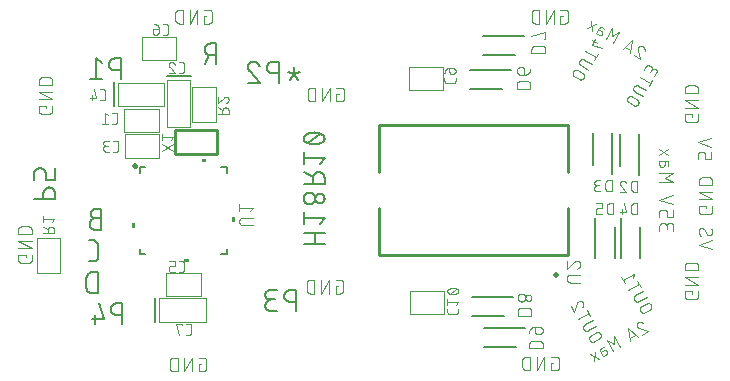
<source format=gbr>
G04 EAGLE Gerber RS-274X export*
G75*
%MOMM*%
%FSLAX34Y34*%
%LPD*%
%INSilkscreen Bottom*%
%IPPOS*%
%AMOC8*
5,1,8,0,0,1.08239X$1,22.5*%
G01*
%ADD10C,0.152400*%
%ADD11C,0.101600*%
%ADD12C,0.254000*%
%ADD13C,0.076200*%
%ADD14C,0.050800*%
%ADD15C,0.508000*%
%ADD16C,0.200000*%

G36*
X161492Y227554D02*
X161492Y227554D01*
X161494Y227553D01*
X161537Y227573D01*
X161581Y227591D01*
X161582Y227593D01*
X161584Y227594D01*
X161617Y227679D01*
X161617Y230219D01*
X161616Y230221D01*
X161616Y230223D01*
X161597Y230266D01*
X161578Y230310D01*
X161576Y230311D01*
X161575Y230313D01*
X161490Y230346D01*
X157680Y230346D01*
X157678Y230345D01*
X157676Y230345D01*
X157633Y230326D01*
X157590Y230307D01*
X157589Y230305D01*
X157587Y230304D01*
X157554Y230219D01*
X157554Y227679D01*
X157555Y227677D01*
X157554Y227675D01*
X157574Y227632D01*
X157592Y227589D01*
X157594Y227588D01*
X157595Y227586D01*
X157680Y227553D01*
X161490Y227553D01*
X161492Y227554D01*
G37*
G36*
X185771Y176999D02*
X185771Y176999D01*
X185773Y176998D01*
X185816Y177018D01*
X185860Y177036D01*
X185861Y177038D01*
X185863Y177039D01*
X185896Y177124D01*
X185896Y180934D01*
X185895Y180936D01*
X185895Y180938D01*
X185876Y180981D01*
X185857Y181025D01*
X185855Y181026D01*
X185854Y181028D01*
X185769Y181061D01*
X183229Y181061D01*
X183227Y181060D01*
X183225Y181060D01*
X183182Y181041D01*
X183139Y181022D01*
X183138Y181020D01*
X183136Y181019D01*
X183103Y180934D01*
X183103Y177124D01*
X183104Y177122D01*
X183103Y177120D01*
X183123Y177077D01*
X183141Y177034D01*
X183143Y177033D01*
X183144Y177031D01*
X183229Y176998D01*
X185769Y176998D01*
X185771Y176999D01*
G37*
G36*
X100935Y171998D02*
X100935Y171998D01*
X100937Y171997D01*
X100980Y172017D01*
X101024Y172035D01*
X101025Y172037D01*
X101027Y172038D01*
X101060Y172123D01*
X101060Y175933D01*
X101059Y175935D01*
X101059Y175937D01*
X101040Y175980D01*
X101021Y176024D01*
X101019Y176025D01*
X101018Y176027D01*
X100933Y176060D01*
X98393Y176060D01*
X98391Y176059D01*
X98389Y176059D01*
X98346Y176040D01*
X98303Y176021D01*
X98302Y176019D01*
X98300Y176018D01*
X98267Y175933D01*
X98267Y172123D01*
X98268Y172121D01*
X98267Y172119D01*
X98287Y172076D01*
X98305Y172033D01*
X98307Y172032D01*
X98308Y172030D01*
X98393Y171997D01*
X100933Y171997D01*
X100935Y171998D01*
G37*
G36*
X146489Y142718D02*
X146489Y142718D01*
X146491Y142717D01*
X146534Y142737D01*
X146578Y142755D01*
X146579Y142757D01*
X146581Y142758D01*
X146614Y142843D01*
X146614Y145383D01*
X146613Y145385D01*
X146613Y145387D01*
X146594Y145430D01*
X146575Y145474D01*
X146573Y145475D01*
X146572Y145477D01*
X146487Y145510D01*
X142677Y145510D01*
X142675Y145509D01*
X142673Y145509D01*
X142630Y145490D01*
X142587Y145471D01*
X142586Y145469D01*
X142584Y145468D01*
X142551Y145383D01*
X142551Y142843D01*
X142552Y142841D01*
X142551Y142839D01*
X142571Y142796D01*
X142589Y142753D01*
X142591Y142752D01*
X142592Y142750D01*
X142677Y142717D01*
X146487Y142717D01*
X146489Y142718D01*
G37*
D10*
X88932Y297625D02*
X88932Y315405D01*
X83993Y315405D01*
X83853Y315403D01*
X83714Y315397D01*
X83574Y315387D01*
X83435Y315373D01*
X83296Y315356D01*
X83158Y315334D01*
X83021Y315308D01*
X82884Y315279D01*
X82748Y315246D01*
X82614Y315209D01*
X82480Y315168D01*
X82348Y315123D01*
X82216Y315074D01*
X82087Y315022D01*
X81959Y314967D01*
X81832Y314907D01*
X81707Y314844D01*
X81584Y314778D01*
X81463Y314708D01*
X81344Y314635D01*
X81227Y314558D01*
X81113Y314478D01*
X81000Y314395D01*
X80890Y314309D01*
X80783Y314219D01*
X80678Y314127D01*
X80576Y314032D01*
X80476Y313934D01*
X80379Y313833D01*
X80285Y313729D01*
X80195Y313623D01*
X80107Y313514D01*
X80022Y313403D01*
X79941Y313289D01*
X79862Y313174D01*
X79787Y313056D01*
X79716Y312936D01*
X79648Y312813D01*
X79583Y312690D01*
X79522Y312564D01*
X79464Y312436D01*
X79410Y312308D01*
X79360Y312177D01*
X79313Y312045D01*
X79270Y311912D01*
X79231Y311778D01*
X79196Y311643D01*
X79165Y311507D01*
X79137Y311369D01*
X79114Y311232D01*
X79094Y311093D01*
X79078Y310954D01*
X79066Y310815D01*
X79058Y310676D01*
X79054Y310536D01*
X79054Y310396D01*
X79058Y310256D01*
X79066Y310117D01*
X79078Y309978D01*
X79094Y309839D01*
X79114Y309700D01*
X79137Y309563D01*
X79165Y309425D01*
X79196Y309289D01*
X79231Y309154D01*
X79270Y309020D01*
X79313Y308887D01*
X79360Y308755D01*
X79410Y308624D01*
X79464Y308496D01*
X79522Y308368D01*
X79583Y308242D01*
X79648Y308119D01*
X79716Y307997D01*
X79787Y307876D01*
X79862Y307758D01*
X79941Y307643D01*
X80022Y307529D01*
X80107Y307418D01*
X80195Y307309D01*
X80285Y307203D01*
X80379Y307099D01*
X80476Y306998D01*
X80576Y306900D01*
X80678Y306805D01*
X80783Y306713D01*
X80890Y306623D01*
X81000Y306537D01*
X81113Y306454D01*
X81227Y306374D01*
X81344Y306297D01*
X81463Y306224D01*
X81584Y306154D01*
X81707Y306088D01*
X81832Y306025D01*
X81959Y305965D01*
X82087Y305910D01*
X82216Y305858D01*
X82348Y305809D01*
X82480Y305764D01*
X82614Y305723D01*
X82748Y305686D01*
X82884Y305653D01*
X83021Y305624D01*
X83158Y305598D01*
X83296Y305576D01*
X83435Y305559D01*
X83574Y305545D01*
X83714Y305535D01*
X83853Y305529D01*
X83993Y305527D01*
X88932Y305527D01*
X72937Y311453D02*
X67998Y315405D01*
X67998Y297625D01*
X72937Y297625D02*
X63059Y297625D01*
X235816Y301904D02*
X235816Y307830D01*
X235816Y301904D02*
X232359Y297459D01*
X235816Y301904D02*
X239274Y297459D01*
X235816Y301904D02*
X230384Y303879D01*
X235816Y301904D02*
X241249Y303879D01*
X222691Y294989D02*
X222691Y312769D01*
X217752Y312769D01*
X217612Y312767D01*
X217473Y312761D01*
X217333Y312751D01*
X217194Y312737D01*
X217055Y312720D01*
X216917Y312698D01*
X216780Y312672D01*
X216643Y312643D01*
X216507Y312610D01*
X216373Y312573D01*
X216239Y312532D01*
X216107Y312487D01*
X215975Y312438D01*
X215846Y312386D01*
X215718Y312331D01*
X215591Y312271D01*
X215466Y312208D01*
X215343Y312142D01*
X215222Y312072D01*
X215103Y311999D01*
X214986Y311922D01*
X214872Y311842D01*
X214759Y311759D01*
X214649Y311673D01*
X214542Y311583D01*
X214437Y311491D01*
X214335Y311396D01*
X214235Y311298D01*
X214138Y311197D01*
X214044Y311093D01*
X213954Y310987D01*
X213866Y310878D01*
X213781Y310767D01*
X213700Y310653D01*
X213621Y310538D01*
X213546Y310420D01*
X213475Y310300D01*
X213407Y310177D01*
X213342Y310054D01*
X213281Y309928D01*
X213223Y309800D01*
X213169Y309672D01*
X213119Y309541D01*
X213072Y309409D01*
X213029Y309276D01*
X212990Y309142D01*
X212955Y309007D01*
X212924Y308871D01*
X212896Y308733D01*
X212873Y308596D01*
X212853Y308457D01*
X212837Y308318D01*
X212825Y308179D01*
X212817Y308040D01*
X212813Y307900D01*
X212813Y307760D01*
X212817Y307620D01*
X212825Y307481D01*
X212837Y307342D01*
X212853Y307203D01*
X212873Y307064D01*
X212896Y306927D01*
X212924Y306789D01*
X212955Y306653D01*
X212990Y306518D01*
X213029Y306384D01*
X213072Y306251D01*
X213119Y306119D01*
X213169Y305988D01*
X213223Y305860D01*
X213281Y305732D01*
X213342Y305606D01*
X213407Y305483D01*
X213475Y305361D01*
X213546Y305240D01*
X213621Y305122D01*
X213700Y305007D01*
X213781Y304893D01*
X213866Y304782D01*
X213954Y304673D01*
X214044Y304567D01*
X214138Y304463D01*
X214235Y304362D01*
X214335Y304264D01*
X214437Y304169D01*
X214542Y304077D01*
X214649Y303987D01*
X214759Y303901D01*
X214872Y303818D01*
X214986Y303738D01*
X215103Y303661D01*
X215222Y303588D01*
X215343Y303518D01*
X215466Y303452D01*
X215591Y303389D01*
X215718Y303329D01*
X215846Y303274D01*
X215975Y303222D01*
X216107Y303173D01*
X216239Y303128D01*
X216373Y303087D01*
X216507Y303050D01*
X216643Y303017D01*
X216780Y302988D01*
X216917Y302962D01*
X217055Y302940D01*
X217194Y302923D01*
X217333Y302909D01*
X217473Y302899D01*
X217612Y302893D01*
X217752Y302891D01*
X222691Y302891D01*
X201263Y312769D02*
X201131Y312767D01*
X201000Y312761D01*
X200868Y312751D01*
X200737Y312738D01*
X200607Y312720D01*
X200477Y312699D01*
X200347Y312674D01*
X200219Y312645D01*
X200091Y312612D01*
X199965Y312575D01*
X199839Y312535D01*
X199715Y312491D01*
X199592Y312443D01*
X199471Y312392D01*
X199351Y312337D01*
X199233Y312279D01*
X199117Y312217D01*
X199003Y312151D01*
X198890Y312083D01*
X198780Y312011D01*
X198672Y311936D01*
X198566Y311857D01*
X198462Y311776D01*
X198361Y311691D01*
X198263Y311604D01*
X198167Y311513D01*
X198074Y311420D01*
X197983Y311324D01*
X197896Y311226D01*
X197811Y311125D01*
X197730Y311021D01*
X197651Y310915D01*
X197576Y310807D01*
X197504Y310697D01*
X197436Y310584D01*
X197370Y310470D01*
X197308Y310354D01*
X197250Y310236D01*
X197195Y310116D01*
X197144Y309995D01*
X197096Y309872D01*
X197052Y309748D01*
X197012Y309622D01*
X196975Y309496D01*
X196942Y309368D01*
X196913Y309240D01*
X196888Y309110D01*
X196867Y308980D01*
X196849Y308850D01*
X196836Y308719D01*
X196826Y308587D01*
X196820Y308456D01*
X196818Y308324D01*
X201263Y312770D02*
X201413Y312768D01*
X201562Y312762D01*
X201711Y312752D01*
X201860Y312739D01*
X202009Y312721D01*
X202157Y312700D01*
X202305Y312674D01*
X202451Y312645D01*
X202597Y312612D01*
X202742Y312575D01*
X202886Y312534D01*
X203029Y312490D01*
X203171Y312442D01*
X203311Y312390D01*
X203450Y312335D01*
X203588Y312276D01*
X203723Y312213D01*
X203858Y312147D01*
X203990Y312077D01*
X204120Y312004D01*
X204249Y311927D01*
X204376Y311847D01*
X204500Y311764D01*
X204622Y311678D01*
X204742Y311588D01*
X204859Y311495D01*
X204974Y311400D01*
X205087Y311301D01*
X205197Y311199D01*
X205304Y311095D01*
X205408Y310988D01*
X205510Y310878D01*
X205608Y310765D01*
X205704Y310650D01*
X205796Y310532D01*
X205886Y310412D01*
X205972Y310290D01*
X206055Y310166D01*
X206135Y310039D01*
X206211Y309911D01*
X206284Y309780D01*
X206354Y309647D01*
X206420Y309513D01*
X206482Y309377D01*
X206541Y309240D01*
X206597Y309101D01*
X206648Y308960D01*
X206696Y308819D01*
X198301Y304867D02*
X198205Y304960D01*
X198113Y305056D01*
X198023Y305155D01*
X197936Y305256D01*
X197852Y305359D01*
X197770Y305464D01*
X197692Y305572D01*
X197617Y305682D01*
X197544Y305794D01*
X197475Y305908D01*
X197409Y306024D01*
X197347Y306142D01*
X197288Y306261D01*
X197232Y306382D01*
X197179Y306505D01*
X197130Y306629D01*
X197085Y306754D01*
X197042Y306881D01*
X197004Y307008D01*
X196969Y307137D01*
X196938Y307266D01*
X196910Y307397D01*
X196886Y307528D01*
X196865Y307660D01*
X196849Y307792D01*
X196836Y307925D01*
X196826Y308058D01*
X196821Y308191D01*
X196819Y308324D01*
X198300Y304867D02*
X206696Y294989D01*
X196818Y294989D01*
X33369Y196409D02*
X15589Y196409D01*
X33369Y196409D02*
X33369Y201348D01*
X33367Y201488D01*
X33361Y201627D01*
X33351Y201767D01*
X33337Y201906D01*
X33320Y202045D01*
X33298Y202183D01*
X33272Y202320D01*
X33243Y202457D01*
X33210Y202593D01*
X33173Y202727D01*
X33132Y202861D01*
X33087Y202993D01*
X33038Y203125D01*
X32986Y203254D01*
X32931Y203382D01*
X32871Y203509D01*
X32808Y203634D01*
X32742Y203757D01*
X32672Y203878D01*
X32599Y203997D01*
X32522Y204114D01*
X32442Y204228D01*
X32359Y204341D01*
X32273Y204451D01*
X32183Y204558D01*
X32091Y204663D01*
X31996Y204765D01*
X31898Y204865D01*
X31797Y204962D01*
X31693Y205056D01*
X31587Y205146D01*
X31478Y205234D01*
X31367Y205319D01*
X31253Y205400D01*
X31138Y205479D01*
X31020Y205554D01*
X30900Y205625D01*
X30777Y205693D01*
X30654Y205758D01*
X30528Y205819D01*
X30400Y205877D01*
X30272Y205931D01*
X30141Y205981D01*
X30009Y206028D01*
X29876Y206071D01*
X29742Y206110D01*
X29607Y206145D01*
X29471Y206176D01*
X29333Y206204D01*
X29196Y206227D01*
X29057Y206247D01*
X28918Y206263D01*
X28779Y206275D01*
X28640Y206283D01*
X28500Y206287D01*
X28360Y206287D01*
X28220Y206283D01*
X28081Y206275D01*
X27942Y206263D01*
X27803Y206247D01*
X27664Y206227D01*
X27527Y206204D01*
X27389Y206176D01*
X27253Y206145D01*
X27118Y206110D01*
X26984Y206071D01*
X26851Y206028D01*
X26719Y205981D01*
X26588Y205931D01*
X26460Y205877D01*
X26332Y205819D01*
X26206Y205758D01*
X26083Y205693D01*
X25960Y205625D01*
X25840Y205554D01*
X25722Y205479D01*
X25607Y205400D01*
X25493Y205319D01*
X25382Y205234D01*
X25273Y205146D01*
X25167Y205056D01*
X25063Y204962D01*
X24962Y204865D01*
X24864Y204765D01*
X24769Y204663D01*
X24677Y204558D01*
X24587Y204451D01*
X24501Y204341D01*
X24418Y204228D01*
X24338Y204114D01*
X24261Y203997D01*
X24188Y203878D01*
X24118Y203757D01*
X24052Y203634D01*
X23989Y203509D01*
X23929Y203382D01*
X23874Y203254D01*
X23822Y203125D01*
X23773Y202993D01*
X23728Y202861D01*
X23687Y202727D01*
X23650Y202593D01*
X23617Y202457D01*
X23588Y202320D01*
X23562Y202183D01*
X23540Y202045D01*
X23523Y201906D01*
X23509Y201767D01*
X23499Y201627D01*
X23493Y201488D01*
X23491Y201348D01*
X23491Y196409D01*
X15589Y212404D02*
X15589Y218331D01*
X15591Y218455D01*
X15597Y218579D01*
X15607Y218703D01*
X15620Y218826D01*
X15638Y218949D01*
X15659Y219071D01*
X15684Y219193D01*
X15713Y219314D01*
X15746Y219433D01*
X15782Y219552D01*
X15823Y219669D01*
X15866Y219785D01*
X15914Y219900D01*
X15965Y220013D01*
X16020Y220125D01*
X16078Y220234D01*
X16139Y220342D01*
X16204Y220448D01*
X16272Y220552D01*
X16344Y220653D01*
X16418Y220753D01*
X16496Y220849D01*
X16576Y220944D01*
X16660Y221036D01*
X16746Y221125D01*
X16835Y221211D01*
X16927Y221295D01*
X17022Y221375D01*
X17118Y221453D01*
X17218Y221527D01*
X17319Y221599D01*
X17423Y221667D01*
X17529Y221732D01*
X17637Y221793D01*
X17746Y221851D01*
X17858Y221906D01*
X17971Y221957D01*
X18086Y222005D01*
X18202Y222048D01*
X18319Y222089D01*
X18438Y222125D01*
X18557Y222158D01*
X18678Y222187D01*
X18800Y222212D01*
X18922Y222233D01*
X19045Y222251D01*
X19168Y222264D01*
X19292Y222274D01*
X19416Y222280D01*
X19540Y222282D01*
X21516Y222282D01*
X21640Y222280D01*
X21764Y222274D01*
X21888Y222264D01*
X22011Y222251D01*
X22134Y222233D01*
X22256Y222212D01*
X22378Y222187D01*
X22499Y222158D01*
X22618Y222125D01*
X22737Y222089D01*
X22854Y222048D01*
X22970Y222005D01*
X23085Y221957D01*
X23198Y221906D01*
X23310Y221851D01*
X23419Y221793D01*
X23527Y221732D01*
X23633Y221667D01*
X23737Y221599D01*
X23838Y221527D01*
X23938Y221453D01*
X24034Y221375D01*
X24129Y221295D01*
X24221Y221211D01*
X24310Y221125D01*
X24396Y221036D01*
X24480Y220944D01*
X24560Y220849D01*
X24638Y220753D01*
X24712Y220653D01*
X24784Y220552D01*
X24852Y220448D01*
X24917Y220342D01*
X24978Y220234D01*
X25036Y220125D01*
X25091Y220013D01*
X25142Y219900D01*
X25190Y219785D01*
X25233Y219669D01*
X25274Y219552D01*
X25310Y219433D01*
X25343Y219314D01*
X25372Y219193D01*
X25397Y219071D01*
X25418Y218949D01*
X25436Y218826D01*
X25449Y218703D01*
X25459Y218579D01*
X25465Y218455D01*
X25467Y218331D01*
X25467Y212404D01*
X33369Y212404D01*
X33369Y222282D01*
X90519Y108236D02*
X90519Y90456D01*
X90519Y108236D02*
X85580Y108236D01*
X85440Y108234D01*
X85301Y108228D01*
X85161Y108218D01*
X85022Y108204D01*
X84883Y108187D01*
X84745Y108165D01*
X84608Y108139D01*
X84471Y108110D01*
X84335Y108077D01*
X84201Y108040D01*
X84067Y107999D01*
X83935Y107954D01*
X83803Y107905D01*
X83674Y107853D01*
X83546Y107798D01*
X83419Y107738D01*
X83294Y107675D01*
X83171Y107609D01*
X83050Y107539D01*
X82931Y107466D01*
X82814Y107389D01*
X82700Y107309D01*
X82587Y107226D01*
X82477Y107140D01*
X82370Y107050D01*
X82265Y106958D01*
X82163Y106863D01*
X82063Y106765D01*
X81966Y106664D01*
X81872Y106560D01*
X81782Y106454D01*
X81694Y106345D01*
X81609Y106234D01*
X81528Y106120D01*
X81449Y106005D01*
X81374Y105887D01*
X81303Y105766D01*
X81235Y105644D01*
X81170Y105521D01*
X81109Y105395D01*
X81051Y105267D01*
X80997Y105139D01*
X80947Y105008D01*
X80900Y104876D01*
X80857Y104743D01*
X80818Y104609D01*
X80783Y104474D01*
X80752Y104338D01*
X80724Y104200D01*
X80701Y104063D01*
X80681Y103924D01*
X80665Y103785D01*
X80653Y103646D01*
X80645Y103507D01*
X80641Y103367D01*
X80641Y103227D01*
X80645Y103087D01*
X80653Y102948D01*
X80665Y102809D01*
X80681Y102670D01*
X80701Y102531D01*
X80724Y102394D01*
X80752Y102256D01*
X80783Y102120D01*
X80818Y101985D01*
X80857Y101851D01*
X80900Y101718D01*
X80947Y101586D01*
X80997Y101455D01*
X81051Y101327D01*
X81109Y101199D01*
X81170Y101073D01*
X81235Y100950D01*
X81303Y100827D01*
X81374Y100707D01*
X81449Y100589D01*
X81528Y100474D01*
X81609Y100360D01*
X81694Y100249D01*
X81782Y100140D01*
X81872Y100034D01*
X81966Y99930D01*
X82063Y99829D01*
X82163Y99731D01*
X82265Y99636D01*
X82370Y99544D01*
X82477Y99454D01*
X82587Y99368D01*
X82700Y99285D01*
X82814Y99205D01*
X82931Y99128D01*
X83050Y99055D01*
X83171Y98985D01*
X83294Y98919D01*
X83419Y98856D01*
X83546Y98796D01*
X83674Y98741D01*
X83803Y98689D01*
X83935Y98640D01*
X84067Y98595D01*
X84201Y98554D01*
X84335Y98517D01*
X84471Y98484D01*
X84608Y98455D01*
X84745Y98429D01*
X84883Y98407D01*
X85022Y98390D01*
X85161Y98376D01*
X85301Y98366D01*
X85440Y98360D01*
X85580Y98358D01*
X90519Y98358D01*
X74524Y94407D02*
X70573Y108236D01*
X74524Y94407D02*
X64646Y94407D01*
X67610Y98358D02*
X67610Y90456D01*
X237363Y101568D02*
X237363Y119348D01*
X232424Y119348D01*
X232284Y119346D01*
X232145Y119340D01*
X232005Y119330D01*
X231866Y119316D01*
X231727Y119299D01*
X231589Y119277D01*
X231452Y119251D01*
X231315Y119222D01*
X231179Y119189D01*
X231045Y119152D01*
X230911Y119111D01*
X230779Y119066D01*
X230647Y119017D01*
X230518Y118965D01*
X230390Y118910D01*
X230263Y118850D01*
X230138Y118787D01*
X230015Y118721D01*
X229894Y118651D01*
X229775Y118578D01*
X229658Y118501D01*
X229544Y118421D01*
X229431Y118338D01*
X229321Y118252D01*
X229214Y118162D01*
X229109Y118070D01*
X229007Y117975D01*
X228907Y117877D01*
X228810Y117776D01*
X228716Y117672D01*
X228626Y117566D01*
X228538Y117457D01*
X228453Y117346D01*
X228372Y117232D01*
X228293Y117117D01*
X228218Y116999D01*
X228147Y116878D01*
X228079Y116756D01*
X228014Y116633D01*
X227953Y116507D01*
X227895Y116379D01*
X227841Y116251D01*
X227791Y116120D01*
X227744Y115988D01*
X227701Y115855D01*
X227662Y115721D01*
X227627Y115586D01*
X227596Y115450D01*
X227568Y115312D01*
X227545Y115175D01*
X227525Y115036D01*
X227509Y114897D01*
X227497Y114758D01*
X227489Y114619D01*
X227485Y114479D01*
X227485Y114339D01*
X227489Y114199D01*
X227497Y114060D01*
X227509Y113921D01*
X227525Y113782D01*
X227545Y113643D01*
X227568Y113506D01*
X227596Y113368D01*
X227627Y113232D01*
X227662Y113097D01*
X227701Y112963D01*
X227744Y112830D01*
X227791Y112698D01*
X227841Y112567D01*
X227895Y112439D01*
X227953Y112311D01*
X228014Y112185D01*
X228079Y112062D01*
X228147Y111939D01*
X228218Y111819D01*
X228293Y111701D01*
X228372Y111586D01*
X228453Y111472D01*
X228538Y111361D01*
X228626Y111252D01*
X228716Y111146D01*
X228810Y111042D01*
X228907Y110941D01*
X229007Y110843D01*
X229109Y110748D01*
X229214Y110656D01*
X229321Y110566D01*
X229431Y110480D01*
X229544Y110397D01*
X229658Y110317D01*
X229775Y110240D01*
X229894Y110167D01*
X230015Y110097D01*
X230138Y110031D01*
X230263Y109968D01*
X230390Y109908D01*
X230518Y109853D01*
X230647Y109801D01*
X230779Y109752D01*
X230911Y109707D01*
X231045Y109666D01*
X231179Y109629D01*
X231315Y109596D01*
X231452Y109567D01*
X231589Y109541D01*
X231727Y109519D01*
X231866Y109502D01*
X232005Y109488D01*
X232145Y109478D01*
X232284Y109472D01*
X232424Y109470D01*
X237363Y109470D01*
X221368Y101568D02*
X216429Y101568D01*
X216289Y101570D01*
X216150Y101576D01*
X216010Y101586D01*
X215871Y101600D01*
X215732Y101617D01*
X215594Y101639D01*
X215457Y101665D01*
X215320Y101694D01*
X215184Y101727D01*
X215050Y101764D01*
X214916Y101805D01*
X214784Y101850D01*
X214652Y101899D01*
X214523Y101951D01*
X214395Y102006D01*
X214268Y102066D01*
X214143Y102129D01*
X214020Y102195D01*
X213899Y102265D01*
X213780Y102338D01*
X213663Y102415D01*
X213549Y102495D01*
X213436Y102578D01*
X213326Y102664D01*
X213219Y102754D01*
X213114Y102846D01*
X213012Y102941D01*
X212912Y103039D01*
X212815Y103140D01*
X212721Y103244D01*
X212631Y103350D01*
X212543Y103459D01*
X212458Y103570D01*
X212377Y103684D01*
X212298Y103799D01*
X212223Y103917D01*
X212152Y104037D01*
X212084Y104160D01*
X212019Y104283D01*
X211958Y104409D01*
X211900Y104537D01*
X211846Y104665D01*
X211796Y104796D01*
X211749Y104928D01*
X211706Y105061D01*
X211667Y105195D01*
X211632Y105330D01*
X211601Y105466D01*
X211573Y105604D01*
X211550Y105741D01*
X211530Y105880D01*
X211514Y106019D01*
X211502Y106158D01*
X211494Y106297D01*
X211490Y106437D01*
X211490Y106577D01*
X211494Y106717D01*
X211502Y106856D01*
X211514Y106995D01*
X211530Y107134D01*
X211550Y107273D01*
X211573Y107410D01*
X211601Y107548D01*
X211632Y107684D01*
X211667Y107819D01*
X211706Y107953D01*
X211749Y108086D01*
X211796Y108218D01*
X211846Y108349D01*
X211900Y108477D01*
X211958Y108605D01*
X212019Y108731D01*
X212084Y108854D01*
X212152Y108976D01*
X212223Y109097D01*
X212298Y109215D01*
X212377Y109330D01*
X212458Y109444D01*
X212543Y109555D01*
X212631Y109664D01*
X212721Y109770D01*
X212815Y109874D01*
X212912Y109975D01*
X213012Y110073D01*
X213114Y110168D01*
X213219Y110260D01*
X213326Y110350D01*
X213436Y110436D01*
X213549Y110519D01*
X213663Y110599D01*
X213780Y110676D01*
X213899Y110749D01*
X214020Y110819D01*
X214143Y110885D01*
X214268Y110948D01*
X214395Y111008D01*
X214523Y111063D01*
X214652Y111115D01*
X214784Y111164D01*
X214916Y111209D01*
X215050Y111250D01*
X215184Y111287D01*
X215320Y111320D01*
X215457Y111349D01*
X215594Y111375D01*
X215732Y111397D01*
X215871Y111414D01*
X216010Y111428D01*
X216150Y111438D01*
X216289Y111444D01*
X216429Y111446D01*
X215441Y119348D02*
X221368Y119348D01*
X215441Y119348D02*
X215317Y119346D01*
X215193Y119340D01*
X215069Y119330D01*
X214946Y119317D01*
X214823Y119299D01*
X214701Y119278D01*
X214579Y119253D01*
X214458Y119224D01*
X214339Y119191D01*
X214220Y119155D01*
X214103Y119114D01*
X213987Y119071D01*
X213872Y119023D01*
X213759Y118972D01*
X213647Y118917D01*
X213538Y118859D01*
X213430Y118798D01*
X213324Y118733D01*
X213220Y118665D01*
X213119Y118593D01*
X213019Y118519D01*
X212923Y118441D01*
X212828Y118361D01*
X212736Y118277D01*
X212647Y118191D01*
X212561Y118102D01*
X212477Y118010D01*
X212397Y117915D01*
X212319Y117819D01*
X212245Y117719D01*
X212173Y117618D01*
X212105Y117514D01*
X212040Y117408D01*
X211979Y117300D01*
X211921Y117191D01*
X211866Y117079D01*
X211815Y116966D01*
X211767Y116851D01*
X211724Y116735D01*
X211683Y116618D01*
X211647Y116499D01*
X211614Y116380D01*
X211585Y116259D01*
X211560Y116137D01*
X211539Y116015D01*
X211521Y115892D01*
X211508Y115769D01*
X211498Y115645D01*
X211492Y115521D01*
X211490Y115397D01*
X211492Y115273D01*
X211498Y115149D01*
X211508Y115025D01*
X211521Y114902D01*
X211539Y114779D01*
X211560Y114657D01*
X211585Y114535D01*
X211614Y114414D01*
X211647Y114295D01*
X211683Y114176D01*
X211724Y114059D01*
X211767Y113943D01*
X211815Y113828D01*
X211866Y113715D01*
X211921Y113603D01*
X211979Y113494D01*
X212040Y113386D01*
X212105Y113280D01*
X212173Y113176D01*
X212245Y113075D01*
X212319Y112975D01*
X212397Y112879D01*
X212477Y112784D01*
X212561Y112692D01*
X212647Y112603D01*
X212736Y112517D01*
X212828Y112433D01*
X212923Y112353D01*
X213019Y112275D01*
X213119Y112201D01*
X213220Y112129D01*
X213324Y112061D01*
X213430Y111996D01*
X213538Y111935D01*
X213647Y111877D01*
X213759Y111822D01*
X213872Y111771D01*
X213987Y111723D01*
X214103Y111680D01*
X214220Y111639D01*
X214339Y111603D01*
X214458Y111570D01*
X214579Y111541D01*
X214701Y111516D01*
X214823Y111495D01*
X214946Y111477D01*
X215069Y111464D01*
X215193Y111454D01*
X215317Y111448D01*
X215441Y111446D01*
X219392Y111446D01*
X243859Y157976D02*
X261639Y157976D01*
X253737Y157976D02*
X253737Y167853D01*
X261639Y167853D02*
X243859Y167853D01*
X257688Y175284D02*
X261639Y180223D01*
X243859Y180223D01*
X243859Y175284D02*
X243859Y185162D01*
X248798Y192035D02*
X248938Y192037D01*
X249077Y192043D01*
X249217Y192053D01*
X249356Y192067D01*
X249495Y192084D01*
X249633Y192106D01*
X249770Y192132D01*
X249907Y192161D01*
X250043Y192194D01*
X250177Y192231D01*
X250311Y192272D01*
X250443Y192317D01*
X250575Y192366D01*
X250704Y192418D01*
X250832Y192473D01*
X250959Y192533D01*
X251084Y192596D01*
X251207Y192662D01*
X251328Y192732D01*
X251447Y192805D01*
X251564Y192882D01*
X251678Y192962D01*
X251791Y193045D01*
X251901Y193131D01*
X252008Y193221D01*
X252113Y193313D01*
X252215Y193408D01*
X252315Y193506D01*
X252412Y193607D01*
X252506Y193711D01*
X252596Y193817D01*
X252684Y193926D01*
X252769Y194037D01*
X252850Y194151D01*
X252929Y194266D01*
X253004Y194384D01*
X253075Y194505D01*
X253143Y194627D01*
X253208Y194750D01*
X253269Y194876D01*
X253327Y195004D01*
X253381Y195132D01*
X253431Y195263D01*
X253478Y195395D01*
X253521Y195528D01*
X253560Y195662D01*
X253595Y195797D01*
X253626Y195933D01*
X253654Y196071D01*
X253677Y196208D01*
X253697Y196347D01*
X253713Y196486D01*
X253725Y196625D01*
X253733Y196764D01*
X253737Y196904D01*
X253737Y197044D01*
X253733Y197184D01*
X253725Y197323D01*
X253713Y197462D01*
X253697Y197601D01*
X253677Y197740D01*
X253654Y197877D01*
X253626Y198015D01*
X253595Y198151D01*
X253560Y198286D01*
X253521Y198420D01*
X253478Y198553D01*
X253431Y198685D01*
X253381Y198816D01*
X253327Y198944D01*
X253269Y199072D01*
X253208Y199198D01*
X253143Y199321D01*
X253075Y199444D01*
X253004Y199564D01*
X252929Y199682D01*
X252850Y199797D01*
X252769Y199911D01*
X252684Y200022D01*
X252596Y200131D01*
X252506Y200237D01*
X252412Y200341D01*
X252315Y200442D01*
X252215Y200540D01*
X252113Y200635D01*
X252008Y200727D01*
X251901Y200817D01*
X251791Y200903D01*
X251678Y200986D01*
X251564Y201066D01*
X251447Y201143D01*
X251328Y201216D01*
X251207Y201286D01*
X251084Y201352D01*
X250959Y201415D01*
X250832Y201475D01*
X250704Y201530D01*
X250575Y201582D01*
X250443Y201631D01*
X250311Y201676D01*
X250177Y201717D01*
X250043Y201754D01*
X249907Y201787D01*
X249770Y201816D01*
X249633Y201842D01*
X249495Y201864D01*
X249356Y201881D01*
X249217Y201895D01*
X249077Y201905D01*
X248938Y201911D01*
X248798Y201913D01*
X248658Y201911D01*
X248519Y201905D01*
X248379Y201895D01*
X248240Y201881D01*
X248101Y201864D01*
X247963Y201842D01*
X247826Y201816D01*
X247689Y201787D01*
X247553Y201754D01*
X247419Y201717D01*
X247285Y201676D01*
X247153Y201631D01*
X247021Y201582D01*
X246892Y201530D01*
X246764Y201475D01*
X246637Y201415D01*
X246512Y201352D01*
X246389Y201286D01*
X246268Y201216D01*
X246149Y201143D01*
X246032Y201066D01*
X245918Y200986D01*
X245805Y200903D01*
X245695Y200817D01*
X245588Y200727D01*
X245483Y200635D01*
X245381Y200540D01*
X245281Y200442D01*
X245184Y200341D01*
X245090Y200237D01*
X245000Y200131D01*
X244912Y200022D01*
X244827Y199911D01*
X244746Y199797D01*
X244667Y199682D01*
X244592Y199564D01*
X244521Y199444D01*
X244453Y199321D01*
X244388Y199198D01*
X244327Y199072D01*
X244269Y198944D01*
X244215Y198816D01*
X244165Y198685D01*
X244118Y198553D01*
X244075Y198420D01*
X244036Y198286D01*
X244001Y198151D01*
X243970Y198015D01*
X243942Y197877D01*
X243919Y197740D01*
X243899Y197601D01*
X243883Y197462D01*
X243871Y197323D01*
X243863Y197184D01*
X243859Y197044D01*
X243859Y196904D01*
X243863Y196764D01*
X243871Y196625D01*
X243883Y196486D01*
X243899Y196347D01*
X243919Y196208D01*
X243942Y196071D01*
X243970Y195933D01*
X244001Y195797D01*
X244036Y195662D01*
X244075Y195528D01*
X244118Y195395D01*
X244165Y195263D01*
X244215Y195132D01*
X244269Y195004D01*
X244327Y194876D01*
X244388Y194750D01*
X244453Y194627D01*
X244521Y194504D01*
X244592Y194384D01*
X244667Y194266D01*
X244746Y194151D01*
X244827Y194037D01*
X244912Y193926D01*
X245000Y193817D01*
X245090Y193711D01*
X245184Y193607D01*
X245281Y193506D01*
X245381Y193408D01*
X245483Y193313D01*
X245588Y193221D01*
X245695Y193131D01*
X245805Y193045D01*
X245918Y192962D01*
X246032Y192882D01*
X246149Y192805D01*
X246268Y192732D01*
X246389Y192662D01*
X246512Y192596D01*
X246637Y192533D01*
X246764Y192473D01*
X246892Y192418D01*
X247021Y192366D01*
X247153Y192317D01*
X247285Y192272D01*
X247419Y192231D01*
X247553Y192194D01*
X247689Y192161D01*
X247826Y192132D01*
X247963Y192106D01*
X248101Y192084D01*
X248240Y192067D01*
X248379Y192053D01*
X248519Y192043D01*
X248658Y192037D01*
X248798Y192035D01*
X257688Y193023D02*
X257812Y193025D01*
X257936Y193031D01*
X258060Y193041D01*
X258183Y193054D01*
X258306Y193072D01*
X258428Y193093D01*
X258550Y193118D01*
X258671Y193147D01*
X258790Y193180D01*
X258909Y193216D01*
X259026Y193257D01*
X259142Y193300D01*
X259257Y193348D01*
X259370Y193399D01*
X259482Y193454D01*
X259591Y193512D01*
X259699Y193573D01*
X259805Y193638D01*
X259909Y193706D01*
X260010Y193778D01*
X260110Y193852D01*
X260206Y193930D01*
X260301Y194010D01*
X260393Y194094D01*
X260482Y194180D01*
X260568Y194269D01*
X260652Y194361D01*
X260732Y194456D01*
X260810Y194552D01*
X260884Y194652D01*
X260956Y194753D01*
X261024Y194857D01*
X261089Y194963D01*
X261150Y195071D01*
X261208Y195180D01*
X261263Y195292D01*
X261314Y195405D01*
X261362Y195520D01*
X261405Y195636D01*
X261446Y195753D01*
X261482Y195872D01*
X261515Y195991D01*
X261544Y196112D01*
X261569Y196234D01*
X261590Y196356D01*
X261608Y196479D01*
X261621Y196602D01*
X261631Y196726D01*
X261637Y196850D01*
X261639Y196974D01*
X261637Y197098D01*
X261631Y197222D01*
X261621Y197346D01*
X261608Y197469D01*
X261590Y197592D01*
X261569Y197714D01*
X261544Y197836D01*
X261515Y197957D01*
X261482Y198076D01*
X261446Y198195D01*
X261405Y198312D01*
X261362Y198428D01*
X261314Y198543D01*
X261263Y198656D01*
X261208Y198768D01*
X261150Y198877D01*
X261089Y198985D01*
X261024Y199091D01*
X260956Y199195D01*
X260884Y199296D01*
X260810Y199396D01*
X260732Y199492D01*
X260652Y199587D01*
X260568Y199679D01*
X260482Y199768D01*
X260393Y199854D01*
X260301Y199938D01*
X260206Y200018D01*
X260110Y200096D01*
X260010Y200170D01*
X259909Y200242D01*
X259805Y200310D01*
X259699Y200375D01*
X259591Y200436D01*
X259482Y200494D01*
X259370Y200549D01*
X259257Y200600D01*
X259142Y200648D01*
X259026Y200691D01*
X258909Y200732D01*
X258790Y200768D01*
X258671Y200801D01*
X258550Y200830D01*
X258428Y200855D01*
X258306Y200876D01*
X258183Y200894D01*
X258060Y200907D01*
X257936Y200917D01*
X257812Y200923D01*
X257688Y200925D01*
X257564Y200923D01*
X257440Y200917D01*
X257316Y200907D01*
X257193Y200894D01*
X257070Y200876D01*
X256948Y200855D01*
X256826Y200830D01*
X256705Y200801D01*
X256586Y200768D01*
X256467Y200732D01*
X256350Y200691D01*
X256234Y200648D01*
X256119Y200600D01*
X256006Y200549D01*
X255894Y200494D01*
X255785Y200436D01*
X255677Y200375D01*
X255571Y200310D01*
X255467Y200242D01*
X255366Y200170D01*
X255266Y200096D01*
X255170Y200018D01*
X255075Y199938D01*
X254983Y199854D01*
X254894Y199768D01*
X254808Y199679D01*
X254724Y199587D01*
X254644Y199492D01*
X254566Y199396D01*
X254492Y199296D01*
X254420Y199195D01*
X254352Y199091D01*
X254287Y198985D01*
X254226Y198877D01*
X254168Y198768D01*
X254113Y198656D01*
X254062Y198543D01*
X254014Y198428D01*
X253971Y198312D01*
X253930Y198195D01*
X253894Y198076D01*
X253861Y197957D01*
X253832Y197836D01*
X253807Y197714D01*
X253786Y197592D01*
X253768Y197469D01*
X253755Y197346D01*
X253745Y197222D01*
X253739Y197098D01*
X253737Y196974D01*
X253739Y196850D01*
X253745Y196726D01*
X253755Y196602D01*
X253768Y196479D01*
X253786Y196356D01*
X253807Y196234D01*
X253832Y196112D01*
X253861Y195991D01*
X253894Y195872D01*
X253930Y195753D01*
X253971Y195636D01*
X254014Y195520D01*
X254062Y195405D01*
X254113Y195292D01*
X254168Y195180D01*
X254226Y195071D01*
X254287Y194963D01*
X254352Y194857D01*
X254420Y194753D01*
X254492Y194652D01*
X254566Y194552D01*
X254644Y194456D01*
X254724Y194361D01*
X254808Y194269D01*
X254894Y194180D01*
X254983Y194094D01*
X255075Y194010D01*
X255170Y193930D01*
X255266Y193852D01*
X255366Y193778D01*
X255467Y193706D01*
X255571Y193638D01*
X255677Y193573D01*
X255785Y193512D01*
X255894Y193454D01*
X256006Y193399D01*
X256119Y193348D01*
X256234Y193300D01*
X256350Y193257D01*
X256467Y193216D01*
X256586Y193180D01*
X256705Y193147D01*
X256826Y193118D01*
X256948Y193093D01*
X257070Y193072D01*
X257193Y193054D01*
X257316Y193041D01*
X257440Y193031D01*
X257564Y193025D01*
X257688Y193023D01*
X261639Y209429D02*
X243859Y209429D01*
X261639Y209429D02*
X261639Y214368D01*
X261637Y214508D01*
X261631Y214647D01*
X261621Y214787D01*
X261607Y214926D01*
X261590Y215065D01*
X261568Y215203D01*
X261542Y215340D01*
X261513Y215477D01*
X261480Y215613D01*
X261443Y215747D01*
X261402Y215881D01*
X261357Y216013D01*
X261308Y216145D01*
X261256Y216274D01*
X261201Y216402D01*
X261141Y216529D01*
X261078Y216654D01*
X261012Y216777D01*
X260942Y216898D01*
X260869Y217017D01*
X260792Y217134D01*
X260712Y217248D01*
X260629Y217361D01*
X260543Y217471D01*
X260453Y217578D01*
X260361Y217683D01*
X260266Y217785D01*
X260168Y217885D01*
X260067Y217982D01*
X259963Y218076D01*
X259857Y218166D01*
X259748Y218254D01*
X259637Y218339D01*
X259523Y218420D01*
X259408Y218499D01*
X259290Y218574D01*
X259170Y218645D01*
X259047Y218713D01*
X258924Y218778D01*
X258798Y218839D01*
X258670Y218897D01*
X258542Y218951D01*
X258411Y219001D01*
X258279Y219048D01*
X258146Y219091D01*
X258012Y219130D01*
X257877Y219165D01*
X257741Y219196D01*
X257603Y219224D01*
X257466Y219247D01*
X257327Y219267D01*
X257188Y219283D01*
X257049Y219295D01*
X256910Y219303D01*
X256770Y219307D01*
X256630Y219307D01*
X256490Y219303D01*
X256351Y219295D01*
X256212Y219283D01*
X256073Y219267D01*
X255934Y219247D01*
X255797Y219224D01*
X255659Y219196D01*
X255523Y219165D01*
X255388Y219130D01*
X255254Y219091D01*
X255121Y219048D01*
X254989Y219001D01*
X254858Y218951D01*
X254730Y218897D01*
X254602Y218839D01*
X254476Y218778D01*
X254353Y218713D01*
X254231Y218645D01*
X254110Y218574D01*
X253992Y218499D01*
X253877Y218420D01*
X253763Y218339D01*
X253652Y218254D01*
X253543Y218166D01*
X253437Y218076D01*
X253333Y217982D01*
X253232Y217885D01*
X253134Y217785D01*
X253039Y217683D01*
X252947Y217578D01*
X252857Y217471D01*
X252771Y217361D01*
X252688Y217248D01*
X252608Y217134D01*
X252531Y217017D01*
X252458Y216898D01*
X252388Y216777D01*
X252322Y216654D01*
X252259Y216529D01*
X252199Y216402D01*
X252144Y216274D01*
X252092Y216145D01*
X252043Y216013D01*
X251998Y215881D01*
X251957Y215747D01*
X251920Y215613D01*
X251887Y215477D01*
X251858Y215340D01*
X251832Y215203D01*
X251810Y215065D01*
X251793Y214926D01*
X251779Y214787D01*
X251769Y214647D01*
X251763Y214508D01*
X251761Y214368D01*
X251761Y209429D01*
X251761Y215356D02*
X243859Y219307D01*
X257688Y226094D02*
X261639Y231033D01*
X243859Y231033D01*
X243859Y226094D02*
X243859Y235972D01*
X252749Y242844D02*
X253099Y242848D01*
X253448Y242861D01*
X253797Y242882D01*
X254146Y242911D01*
X254494Y242948D01*
X254841Y242994D01*
X255186Y243048D01*
X255530Y243110D01*
X255873Y243181D01*
X256214Y243260D01*
X256553Y243346D01*
X256889Y243441D01*
X257224Y243544D01*
X257555Y243655D01*
X257885Y243773D01*
X258211Y243900D01*
X258534Y244034D01*
X258853Y244176D01*
X259170Y244326D01*
X259169Y244326D02*
X259282Y244366D01*
X259392Y244410D01*
X259502Y244458D01*
X259610Y244509D01*
X259715Y244564D01*
X259820Y244622D01*
X259922Y244684D01*
X260022Y244749D01*
X260120Y244817D01*
X260216Y244888D01*
X260309Y244963D01*
X260400Y245040D01*
X260488Y245120D01*
X260573Y245204D01*
X260656Y245289D01*
X260736Y245378D01*
X260813Y245469D01*
X260887Y245563D01*
X260958Y245659D01*
X261026Y245757D01*
X261090Y245857D01*
X261152Y245960D01*
X261209Y246064D01*
X261264Y246170D01*
X261315Y246278D01*
X261362Y246388D01*
X261406Y246499D01*
X261446Y246611D01*
X261482Y246725D01*
X261515Y246839D01*
X261544Y246955D01*
X261569Y247072D01*
X261590Y247189D01*
X261608Y247307D01*
X261621Y247426D01*
X261631Y247545D01*
X261637Y247664D01*
X261639Y247783D01*
X261637Y247902D01*
X261631Y248021D01*
X261621Y248140D01*
X261608Y248259D01*
X261590Y248377D01*
X261569Y248494D01*
X261544Y248611D01*
X261515Y248727D01*
X261482Y248841D01*
X261446Y248955D01*
X261406Y249067D01*
X261362Y249178D01*
X261315Y249288D01*
X261264Y249396D01*
X261209Y249502D01*
X261152Y249606D01*
X261090Y249709D01*
X261026Y249809D01*
X260958Y249907D01*
X260887Y250003D01*
X260813Y250097D01*
X260736Y250188D01*
X260656Y250277D01*
X260573Y250363D01*
X260488Y250446D01*
X260400Y250526D01*
X260309Y250603D01*
X260216Y250678D01*
X260120Y250749D01*
X260022Y250817D01*
X259922Y250882D01*
X259820Y250944D01*
X259715Y251002D01*
X259609Y251057D01*
X259502Y251108D01*
X259392Y251156D01*
X259282Y251200D01*
X259169Y251240D01*
X259170Y251240D02*
X258853Y251390D01*
X258534Y251532D01*
X258211Y251666D01*
X257885Y251793D01*
X257555Y251911D01*
X257224Y252022D01*
X256889Y252125D01*
X256553Y252220D01*
X256214Y252306D01*
X255873Y252385D01*
X255530Y252456D01*
X255186Y252518D01*
X254841Y252572D01*
X254494Y252618D01*
X254146Y252655D01*
X253797Y252684D01*
X253448Y252705D01*
X253099Y252718D01*
X252749Y252722D01*
X252749Y242845D02*
X252399Y242849D01*
X252050Y242862D01*
X251701Y242883D01*
X251352Y242912D01*
X251004Y242949D01*
X250657Y242995D01*
X250312Y243049D01*
X249968Y243111D01*
X249625Y243182D01*
X249284Y243261D01*
X248945Y243347D01*
X248609Y243442D01*
X248274Y243545D01*
X247943Y243656D01*
X247614Y243774D01*
X247287Y243901D01*
X246964Y244035D01*
X246645Y244177D01*
X246329Y244327D01*
X246329Y244326D02*
X246216Y244366D01*
X246106Y244410D01*
X245996Y244458D01*
X245888Y244509D01*
X245782Y244564D01*
X245678Y244622D01*
X245576Y244684D01*
X245476Y244749D01*
X245378Y244817D01*
X245282Y244888D01*
X245189Y244963D01*
X245098Y245040D01*
X245010Y245120D01*
X244925Y245204D01*
X244842Y245289D01*
X244762Y245378D01*
X244685Y245469D01*
X244611Y245563D01*
X244540Y245659D01*
X244472Y245757D01*
X244408Y245857D01*
X244346Y245960D01*
X244288Y246064D01*
X244234Y246170D01*
X244183Y246278D01*
X244136Y246388D01*
X244092Y246499D01*
X244052Y246611D01*
X244016Y246725D01*
X243983Y246839D01*
X243954Y246955D01*
X243929Y247072D01*
X243908Y247189D01*
X243890Y247307D01*
X243877Y247426D01*
X243867Y247545D01*
X243861Y247664D01*
X243859Y247783D01*
X246329Y251240D02*
X246645Y251390D01*
X246964Y251532D01*
X247287Y251666D01*
X247614Y251793D01*
X247943Y251911D01*
X248274Y252022D01*
X248609Y252125D01*
X248945Y252220D01*
X249284Y252306D01*
X249625Y252385D01*
X249968Y252456D01*
X250312Y252518D01*
X250657Y252572D01*
X251004Y252618D01*
X251352Y252655D01*
X251701Y252684D01*
X252050Y252705D01*
X252399Y252718D01*
X252749Y252722D01*
X246329Y251240D02*
X246216Y251200D01*
X246106Y251156D01*
X245996Y251108D01*
X245889Y251057D01*
X245783Y251002D01*
X245678Y250944D01*
X245576Y250882D01*
X245476Y250817D01*
X245378Y250749D01*
X245282Y250678D01*
X245189Y250603D01*
X245098Y250526D01*
X245010Y250446D01*
X244925Y250363D01*
X244842Y250277D01*
X244762Y250188D01*
X244685Y250097D01*
X244611Y250003D01*
X244540Y249907D01*
X244472Y249809D01*
X244408Y249709D01*
X244346Y249606D01*
X244289Y249502D01*
X244234Y249396D01*
X244183Y249288D01*
X244136Y249178D01*
X244092Y249067D01*
X244052Y248955D01*
X244016Y248841D01*
X243983Y248727D01*
X243954Y248611D01*
X243929Y248494D01*
X243908Y248377D01*
X243890Y248259D01*
X243877Y248140D01*
X243867Y248021D01*
X243861Y247902D01*
X243859Y247783D01*
X247810Y243832D02*
X257688Y251734D01*
X69882Y134430D02*
X69882Y116650D01*
X69882Y134430D02*
X64943Y134430D01*
X64804Y134428D01*
X64666Y134422D01*
X64528Y134413D01*
X64390Y134399D01*
X64253Y134382D01*
X64116Y134360D01*
X63979Y134335D01*
X63844Y134306D01*
X63709Y134273D01*
X63576Y134237D01*
X63443Y134197D01*
X63312Y134153D01*
X63182Y134105D01*
X63053Y134054D01*
X62926Y133999D01*
X62800Y133941D01*
X62676Y133879D01*
X62554Y133814D01*
X62434Y133745D01*
X62315Y133673D01*
X62199Y133598D01*
X62085Y133519D01*
X61973Y133437D01*
X61864Y133352D01*
X61756Y133265D01*
X61652Y133174D01*
X61550Y133080D01*
X61451Y132983D01*
X61354Y132884D01*
X61260Y132782D01*
X61169Y132678D01*
X61082Y132570D01*
X60997Y132461D01*
X60915Y132349D01*
X60836Y132235D01*
X60761Y132119D01*
X60689Y132000D01*
X60620Y131880D01*
X60555Y131758D01*
X60493Y131634D01*
X60435Y131508D01*
X60380Y131381D01*
X60329Y131252D01*
X60281Y131122D01*
X60237Y130991D01*
X60197Y130858D01*
X60161Y130725D01*
X60128Y130590D01*
X60099Y130455D01*
X60074Y130318D01*
X60052Y130181D01*
X60035Y130044D01*
X60021Y129906D01*
X60012Y129768D01*
X60006Y129630D01*
X60004Y129491D01*
X60004Y121588D01*
X60006Y121449D01*
X60012Y121311D01*
X60021Y121173D01*
X60035Y121035D01*
X60052Y120898D01*
X60074Y120761D01*
X60099Y120624D01*
X60128Y120489D01*
X60161Y120354D01*
X60197Y120221D01*
X60237Y120088D01*
X60281Y119957D01*
X60329Y119827D01*
X60380Y119698D01*
X60435Y119571D01*
X60493Y119445D01*
X60555Y119321D01*
X60620Y119199D01*
X60689Y119079D01*
X60761Y118960D01*
X60836Y118844D01*
X60915Y118730D01*
X60997Y118618D01*
X61082Y118509D01*
X61169Y118401D01*
X61260Y118297D01*
X61354Y118195D01*
X61451Y118096D01*
X61550Y117999D01*
X61652Y117905D01*
X61756Y117814D01*
X61864Y117727D01*
X61973Y117642D01*
X62085Y117560D01*
X62199Y117481D01*
X62315Y117406D01*
X62434Y117334D01*
X62554Y117265D01*
X62676Y117200D01*
X62800Y117138D01*
X62926Y117080D01*
X63053Y117025D01*
X63182Y116974D01*
X63312Y116926D01*
X63443Y116882D01*
X63576Y116842D01*
X63709Y116806D01*
X63844Y116773D01*
X63979Y116744D01*
X64116Y116719D01*
X64253Y116697D01*
X64390Y116680D01*
X64528Y116666D01*
X64666Y116657D01*
X64804Y116651D01*
X64943Y116649D01*
X64943Y116650D02*
X69882Y116650D01*
X67613Y180248D02*
X72552Y180248D01*
X67613Y180248D02*
X67473Y180246D01*
X67334Y180240D01*
X67194Y180230D01*
X67055Y180216D01*
X66916Y180199D01*
X66778Y180177D01*
X66641Y180151D01*
X66504Y180122D01*
X66368Y180089D01*
X66234Y180052D01*
X66100Y180011D01*
X65968Y179966D01*
X65836Y179917D01*
X65707Y179865D01*
X65579Y179810D01*
X65452Y179750D01*
X65327Y179687D01*
X65204Y179621D01*
X65083Y179551D01*
X64964Y179478D01*
X64847Y179401D01*
X64733Y179321D01*
X64620Y179238D01*
X64510Y179152D01*
X64403Y179062D01*
X64298Y178970D01*
X64196Y178875D01*
X64096Y178777D01*
X63999Y178676D01*
X63905Y178572D01*
X63815Y178466D01*
X63727Y178357D01*
X63642Y178246D01*
X63561Y178132D01*
X63482Y178017D01*
X63407Y177899D01*
X63336Y177779D01*
X63268Y177656D01*
X63203Y177533D01*
X63142Y177407D01*
X63084Y177279D01*
X63030Y177151D01*
X62980Y177020D01*
X62933Y176888D01*
X62890Y176755D01*
X62851Y176621D01*
X62816Y176486D01*
X62785Y176350D01*
X62757Y176212D01*
X62734Y176075D01*
X62714Y175936D01*
X62698Y175797D01*
X62686Y175658D01*
X62678Y175519D01*
X62674Y175379D01*
X62674Y175239D01*
X62678Y175099D01*
X62686Y174960D01*
X62698Y174821D01*
X62714Y174682D01*
X62734Y174543D01*
X62757Y174406D01*
X62785Y174268D01*
X62816Y174132D01*
X62851Y173997D01*
X62890Y173863D01*
X62933Y173730D01*
X62980Y173598D01*
X63030Y173467D01*
X63084Y173339D01*
X63142Y173211D01*
X63203Y173085D01*
X63268Y172962D01*
X63336Y172839D01*
X63407Y172719D01*
X63482Y172601D01*
X63561Y172486D01*
X63642Y172372D01*
X63727Y172261D01*
X63815Y172152D01*
X63905Y172046D01*
X63999Y171942D01*
X64096Y171841D01*
X64196Y171743D01*
X64298Y171648D01*
X64403Y171556D01*
X64510Y171466D01*
X64620Y171380D01*
X64733Y171297D01*
X64847Y171217D01*
X64964Y171140D01*
X65083Y171067D01*
X65204Y170997D01*
X65327Y170931D01*
X65452Y170868D01*
X65579Y170808D01*
X65707Y170753D01*
X65836Y170701D01*
X65968Y170652D01*
X66100Y170607D01*
X66234Y170566D01*
X66368Y170529D01*
X66504Y170496D01*
X66641Y170467D01*
X66778Y170441D01*
X66916Y170419D01*
X67055Y170402D01*
X67194Y170388D01*
X67334Y170378D01*
X67473Y170372D01*
X67613Y170370D01*
X67613Y170371D02*
X72552Y170371D01*
X72552Y188151D01*
X67613Y188151D01*
X67613Y188150D02*
X67489Y188148D01*
X67365Y188142D01*
X67241Y188132D01*
X67118Y188119D01*
X66995Y188101D01*
X66873Y188080D01*
X66751Y188055D01*
X66630Y188026D01*
X66511Y187993D01*
X66392Y187957D01*
X66275Y187916D01*
X66159Y187873D01*
X66044Y187825D01*
X65931Y187774D01*
X65819Y187719D01*
X65710Y187661D01*
X65602Y187600D01*
X65496Y187535D01*
X65392Y187467D01*
X65291Y187395D01*
X65191Y187321D01*
X65095Y187243D01*
X65000Y187163D01*
X64908Y187079D01*
X64819Y186993D01*
X64733Y186904D01*
X64649Y186812D01*
X64569Y186717D01*
X64491Y186621D01*
X64417Y186521D01*
X64345Y186420D01*
X64277Y186316D01*
X64212Y186210D01*
X64151Y186102D01*
X64093Y185993D01*
X64038Y185881D01*
X63987Y185768D01*
X63939Y185653D01*
X63896Y185537D01*
X63855Y185420D01*
X63819Y185301D01*
X63786Y185182D01*
X63757Y185061D01*
X63732Y184939D01*
X63711Y184817D01*
X63693Y184694D01*
X63680Y184571D01*
X63670Y184447D01*
X63664Y184323D01*
X63662Y184199D01*
X63664Y184075D01*
X63670Y183951D01*
X63680Y183827D01*
X63693Y183704D01*
X63711Y183581D01*
X63732Y183459D01*
X63757Y183337D01*
X63786Y183216D01*
X63819Y183097D01*
X63855Y182978D01*
X63896Y182861D01*
X63939Y182745D01*
X63987Y182630D01*
X64038Y182517D01*
X64093Y182405D01*
X64151Y182296D01*
X64212Y182188D01*
X64277Y182082D01*
X64345Y181978D01*
X64417Y181877D01*
X64491Y181777D01*
X64569Y181681D01*
X64649Y181586D01*
X64733Y181494D01*
X64819Y181405D01*
X64908Y181319D01*
X65000Y181235D01*
X65095Y181155D01*
X65191Y181077D01*
X65291Y181003D01*
X65392Y180931D01*
X65496Y180863D01*
X65602Y180798D01*
X65710Y180737D01*
X65819Y180679D01*
X65931Y180624D01*
X66044Y180573D01*
X66159Y180525D01*
X66275Y180482D01*
X66392Y180441D01*
X66511Y180405D01*
X66630Y180372D01*
X66751Y180343D01*
X66873Y180318D01*
X66995Y180297D01*
X67118Y180279D01*
X67241Y180266D01*
X67365Y180256D01*
X67489Y180250D01*
X67613Y180248D01*
X169894Y310325D02*
X169894Y328105D01*
X164955Y328105D01*
X164815Y328103D01*
X164676Y328097D01*
X164536Y328087D01*
X164397Y328073D01*
X164258Y328056D01*
X164120Y328034D01*
X163983Y328008D01*
X163846Y327979D01*
X163710Y327946D01*
X163576Y327909D01*
X163442Y327868D01*
X163310Y327823D01*
X163178Y327774D01*
X163049Y327722D01*
X162921Y327667D01*
X162794Y327607D01*
X162669Y327544D01*
X162546Y327478D01*
X162425Y327408D01*
X162306Y327335D01*
X162189Y327258D01*
X162075Y327178D01*
X161962Y327095D01*
X161852Y327009D01*
X161745Y326919D01*
X161640Y326827D01*
X161538Y326732D01*
X161438Y326634D01*
X161341Y326533D01*
X161247Y326429D01*
X161157Y326323D01*
X161069Y326214D01*
X160984Y326103D01*
X160903Y325989D01*
X160824Y325874D01*
X160749Y325756D01*
X160678Y325636D01*
X160610Y325513D01*
X160545Y325390D01*
X160484Y325264D01*
X160426Y325136D01*
X160372Y325008D01*
X160322Y324877D01*
X160275Y324745D01*
X160232Y324612D01*
X160193Y324478D01*
X160158Y324343D01*
X160127Y324207D01*
X160099Y324069D01*
X160076Y323932D01*
X160056Y323793D01*
X160040Y323654D01*
X160028Y323515D01*
X160020Y323376D01*
X160016Y323236D01*
X160016Y323096D01*
X160020Y322956D01*
X160028Y322817D01*
X160040Y322678D01*
X160056Y322539D01*
X160076Y322400D01*
X160099Y322263D01*
X160127Y322125D01*
X160158Y321989D01*
X160193Y321854D01*
X160232Y321720D01*
X160275Y321587D01*
X160322Y321455D01*
X160372Y321324D01*
X160426Y321196D01*
X160484Y321068D01*
X160545Y320942D01*
X160610Y320819D01*
X160678Y320697D01*
X160749Y320576D01*
X160824Y320458D01*
X160903Y320343D01*
X160984Y320229D01*
X161069Y320118D01*
X161157Y320009D01*
X161247Y319903D01*
X161341Y319799D01*
X161438Y319698D01*
X161538Y319600D01*
X161640Y319505D01*
X161745Y319413D01*
X161852Y319323D01*
X161962Y319237D01*
X162075Y319154D01*
X162189Y319074D01*
X162306Y318997D01*
X162425Y318924D01*
X162546Y318854D01*
X162669Y318788D01*
X162794Y318725D01*
X162921Y318665D01*
X163049Y318610D01*
X163178Y318558D01*
X163310Y318509D01*
X163442Y318464D01*
X163576Y318423D01*
X163710Y318386D01*
X163846Y318353D01*
X163983Y318324D01*
X164120Y318298D01*
X164258Y318276D01*
X164397Y318259D01*
X164536Y318245D01*
X164676Y318235D01*
X164815Y318229D01*
X164955Y318227D01*
X169894Y318227D01*
X163968Y318227D02*
X160017Y310325D01*
X65931Y143637D02*
X61980Y143637D01*
X65931Y143637D02*
X66055Y143639D01*
X66179Y143645D01*
X66303Y143655D01*
X66426Y143668D01*
X66549Y143686D01*
X66671Y143707D01*
X66793Y143732D01*
X66914Y143761D01*
X67033Y143794D01*
X67152Y143830D01*
X67269Y143871D01*
X67385Y143914D01*
X67500Y143962D01*
X67613Y144013D01*
X67725Y144068D01*
X67834Y144126D01*
X67942Y144187D01*
X68048Y144252D01*
X68152Y144320D01*
X68253Y144392D01*
X68353Y144466D01*
X68449Y144544D01*
X68544Y144624D01*
X68636Y144708D01*
X68725Y144794D01*
X68811Y144883D01*
X68895Y144975D01*
X68975Y145070D01*
X69053Y145166D01*
X69127Y145266D01*
X69199Y145367D01*
X69267Y145471D01*
X69332Y145577D01*
X69393Y145685D01*
X69451Y145794D01*
X69506Y145906D01*
X69557Y146019D01*
X69605Y146134D01*
X69648Y146250D01*
X69689Y146367D01*
X69725Y146486D01*
X69758Y146605D01*
X69787Y146726D01*
X69812Y146848D01*
X69833Y146970D01*
X69851Y147093D01*
X69864Y147216D01*
X69874Y147340D01*
X69880Y147464D01*
X69882Y147588D01*
X69882Y157466D01*
X69880Y157590D01*
X69874Y157714D01*
X69864Y157838D01*
X69851Y157961D01*
X69833Y158084D01*
X69812Y158206D01*
X69787Y158328D01*
X69758Y158449D01*
X69725Y158568D01*
X69689Y158687D01*
X69648Y158804D01*
X69605Y158920D01*
X69557Y159035D01*
X69506Y159148D01*
X69451Y159260D01*
X69393Y159369D01*
X69332Y159477D01*
X69267Y159583D01*
X69199Y159687D01*
X69127Y159788D01*
X69053Y159888D01*
X68975Y159984D01*
X68895Y160079D01*
X68811Y160171D01*
X68725Y160260D01*
X68636Y160346D01*
X68544Y160430D01*
X68449Y160510D01*
X68353Y160588D01*
X68253Y160662D01*
X68152Y160734D01*
X68048Y160802D01*
X67942Y160867D01*
X67834Y160928D01*
X67725Y160986D01*
X67613Y161041D01*
X67500Y161092D01*
X67386Y161140D01*
X67269Y161183D01*
X67152Y161224D01*
X67033Y161260D01*
X66914Y161293D01*
X66793Y161322D01*
X66671Y161347D01*
X66549Y161368D01*
X66426Y161386D01*
X66303Y161399D01*
X66179Y161409D01*
X66055Y161415D01*
X65931Y161417D01*
X61980Y161417D01*
D11*
X159688Y351487D02*
X161636Y351487D01*
X159688Y351487D02*
X159688Y344996D01*
X163583Y344996D01*
X163682Y344998D01*
X163782Y345004D01*
X163881Y345013D01*
X163979Y345026D01*
X164077Y345043D01*
X164175Y345064D01*
X164271Y345089D01*
X164366Y345117D01*
X164460Y345149D01*
X164553Y345184D01*
X164645Y345223D01*
X164735Y345266D01*
X164823Y345311D01*
X164910Y345361D01*
X164994Y345413D01*
X165077Y345469D01*
X165157Y345527D01*
X165235Y345589D01*
X165310Y345654D01*
X165383Y345722D01*
X165453Y345792D01*
X165521Y345865D01*
X165586Y345940D01*
X165648Y346018D01*
X165706Y346098D01*
X165762Y346181D01*
X165814Y346265D01*
X165864Y346352D01*
X165909Y346440D01*
X165952Y346530D01*
X165991Y346622D01*
X166026Y346715D01*
X166058Y346809D01*
X166086Y346904D01*
X166111Y347000D01*
X166132Y347098D01*
X166149Y347196D01*
X166162Y347294D01*
X166171Y347393D01*
X166177Y347493D01*
X166179Y347592D01*
X166180Y347592D02*
X166180Y354083D01*
X166179Y354083D02*
X166177Y354182D01*
X166171Y354282D01*
X166162Y354381D01*
X166149Y354479D01*
X166132Y354577D01*
X166111Y354675D01*
X166086Y354771D01*
X166058Y354866D01*
X166026Y354960D01*
X165991Y355053D01*
X165952Y355145D01*
X165909Y355235D01*
X165864Y355323D01*
X165814Y355410D01*
X165762Y355494D01*
X165706Y355577D01*
X165648Y355657D01*
X165586Y355735D01*
X165521Y355810D01*
X165453Y355883D01*
X165383Y355953D01*
X165310Y356021D01*
X165235Y356086D01*
X165157Y356148D01*
X165077Y356206D01*
X164994Y356262D01*
X164910Y356314D01*
X164823Y356364D01*
X164735Y356409D01*
X164645Y356452D01*
X164553Y356491D01*
X164460Y356526D01*
X164366Y356558D01*
X164271Y356586D01*
X164175Y356611D01*
X164077Y356632D01*
X163979Y356649D01*
X163881Y356662D01*
X163782Y356671D01*
X163682Y356677D01*
X163583Y356679D01*
X163583Y356680D02*
X159688Y356680D01*
X153988Y356680D02*
X153988Y344996D01*
X147496Y344996D02*
X153988Y356680D01*
X147496Y356680D02*
X147496Y344996D01*
X141796Y344996D02*
X141796Y356680D01*
X138550Y356680D01*
X138437Y356678D01*
X138324Y356672D01*
X138211Y356662D01*
X138098Y356648D01*
X137986Y356631D01*
X137875Y356609D01*
X137765Y356584D01*
X137655Y356554D01*
X137547Y356521D01*
X137440Y356484D01*
X137334Y356444D01*
X137230Y356399D01*
X137127Y356351D01*
X137026Y356300D01*
X136927Y356245D01*
X136830Y356187D01*
X136735Y356125D01*
X136642Y356060D01*
X136552Y355992D01*
X136464Y355921D01*
X136378Y355846D01*
X136295Y355769D01*
X136215Y355689D01*
X136138Y355606D01*
X136063Y355520D01*
X135992Y355432D01*
X135924Y355342D01*
X135859Y355249D01*
X135797Y355154D01*
X135739Y355057D01*
X135684Y354958D01*
X135633Y354857D01*
X135585Y354754D01*
X135540Y354650D01*
X135500Y354544D01*
X135463Y354437D01*
X135430Y354329D01*
X135400Y354219D01*
X135375Y354109D01*
X135353Y353998D01*
X135336Y353886D01*
X135322Y353773D01*
X135312Y353660D01*
X135306Y353547D01*
X135304Y353434D01*
X135304Y348241D01*
X135306Y348128D01*
X135312Y348015D01*
X135322Y347902D01*
X135336Y347789D01*
X135353Y347677D01*
X135375Y347566D01*
X135400Y347456D01*
X135430Y347346D01*
X135463Y347238D01*
X135500Y347131D01*
X135540Y347025D01*
X135585Y346921D01*
X135633Y346818D01*
X135684Y346717D01*
X135739Y346618D01*
X135797Y346521D01*
X135859Y346426D01*
X135924Y346333D01*
X135992Y346243D01*
X136063Y346155D01*
X136138Y346069D01*
X136215Y345986D01*
X136295Y345906D01*
X136378Y345829D01*
X136464Y345754D01*
X136552Y345683D01*
X136642Y345615D01*
X136735Y345550D01*
X136830Y345488D01*
X136927Y345430D01*
X137026Y345375D01*
X137127Y345324D01*
X137230Y345276D01*
X137334Y345231D01*
X137440Y345191D01*
X137547Y345154D01*
X137655Y345121D01*
X137765Y345091D01*
X137875Y345066D01*
X137986Y345044D01*
X138098Y345027D01*
X138211Y345013D01*
X138324Y345003D01*
X138437Y344997D01*
X138550Y344995D01*
X138550Y344996D02*
X141796Y344996D01*
X26049Y275146D02*
X26049Y273198D01*
X26049Y275146D02*
X19558Y275146D01*
X19558Y271251D01*
X19560Y271152D01*
X19566Y271052D01*
X19575Y270953D01*
X19588Y270855D01*
X19605Y270757D01*
X19626Y270659D01*
X19651Y270563D01*
X19679Y270468D01*
X19711Y270374D01*
X19746Y270281D01*
X19785Y270189D01*
X19828Y270099D01*
X19873Y270011D01*
X19923Y269924D01*
X19975Y269840D01*
X20031Y269757D01*
X20089Y269677D01*
X20151Y269599D01*
X20216Y269524D01*
X20284Y269451D01*
X20354Y269381D01*
X20427Y269313D01*
X20502Y269248D01*
X20580Y269186D01*
X20660Y269128D01*
X20743Y269072D01*
X20827Y269020D01*
X20914Y268970D01*
X21002Y268925D01*
X21092Y268882D01*
X21184Y268843D01*
X21277Y268808D01*
X21371Y268776D01*
X21466Y268748D01*
X21562Y268723D01*
X21660Y268702D01*
X21758Y268685D01*
X21856Y268672D01*
X21955Y268663D01*
X22055Y268657D01*
X22154Y268655D01*
X22154Y268654D02*
X28646Y268654D01*
X28646Y268655D02*
X28745Y268657D01*
X28845Y268663D01*
X28944Y268672D01*
X29042Y268685D01*
X29140Y268702D01*
X29238Y268723D01*
X29334Y268748D01*
X29429Y268776D01*
X29523Y268808D01*
X29616Y268843D01*
X29708Y268882D01*
X29798Y268925D01*
X29886Y268970D01*
X29973Y269020D01*
X30057Y269072D01*
X30140Y269128D01*
X30220Y269186D01*
X30298Y269248D01*
X30373Y269313D01*
X30446Y269381D01*
X30516Y269451D01*
X30584Y269524D01*
X30649Y269599D01*
X30711Y269677D01*
X30769Y269757D01*
X30825Y269840D01*
X30877Y269924D01*
X30927Y270011D01*
X30972Y270099D01*
X31015Y270189D01*
X31054Y270281D01*
X31089Y270373D01*
X31121Y270468D01*
X31149Y270563D01*
X31174Y270659D01*
X31195Y270757D01*
X31212Y270855D01*
X31225Y270953D01*
X31234Y271052D01*
X31240Y271152D01*
X31242Y271251D01*
X31242Y275146D01*
X31242Y280846D02*
X19558Y280846D01*
X19558Y287338D02*
X31242Y280846D01*
X31242Y287338D02*
X19558Y287338D01*
X19558Y293038D02*
X31242Y293038D01*
X31242Y296284D01*
X31240Y296397D01*
X31234Y296510D01*
X31224Y296623D01*
X31210Y296736D01*
X31193Y296848D01*
X31171Y296959D01*
X31146Y297069D01*
X31116Y297179D01*
X31083Y297287D01*
X31046Y297394D01*
X31006Y297500D01*
X30961Y297604D01*
X30913Y297707D01*
X30862Y297808D01*
X30807Y297907D01*
X30749Y298004D01*
X30687Y298099D01*
X30622Y298192D01*
X30554Y298282D01*
X30483Y298370D01*
X30408Y298456D01*
X30331Y298539D01*
X30251Y298619D01*
X30168Y298696D01*
X30082Y298771D01*
X29994Y298842D01*
X29904Y298910D01*
X29811Y298975D01*
X29716Y299037D01*
X29619Y299095D01*
X29520Y299150D01*
X29419Y299201D01*
X29316Y299249D01*
X29212Y299294D01*
X29106Y299334D01*
X28999Y299371D01*
X28891Y299404D01*
X28781Y299434D01*
X28671Y299459D01*
X28560Y299481D01*
X28448Y299498D01*
X28335Y299512D01*
X28222Y299522D01*
X28109Y299528D01*
X27996Y299530D01*
X22804Y299530D01*
X22691Y299528D01*
X22578Y299522D01*
X22465Y299512D01*
X22352Y299498D01*
X22240Y299481D01*
X22129Y299459D01*
X22019Y299434D01*
X21909Y299404D01*
X21801Y299371D01*
X21694Y299334D01*
X21588Y299294D01*
X21484Y299249D01*
X21381Y299201D01*
X21280Y299150D01*
X21181Y299095D01*
X21084Y299037D01*
X20989Y298975D01*
X20896Y298910D01*
X20806Y298842D01*
X20718Y298771D01*
X20632Y298696D01*
X20549Y298619D01*
X20469Y298539D01*
X20392Y298456D01*
X20317Y298370D01*
X20246Y298282D01*
X20178Y298192D01*
X20113Y298099D01*
X20051Y298004D01*
X19993Y297907D01*
X19938Y297808D01*
X19887Y297707D01*
X19839Y297604D01*
X19794Y297500D01*
X19754Y297394D01*
X19717Y297287D01*
X19684Y297179D01*
X19654Y297069D01*
X19629Y296959D01*
X19607Y296848D01*
X19590Y296736D01*
X19576Y296623D01*
X19566Y296510D01*
X19560Y296397D01*
X19558Y296284D01*
X19558Y293038D01*
X8587Y148939D02*
X8587Y146992D01*
X8587Y148939D02*
X2096Y148939D01*
X2096Y145045D01*
X2098Y144946D01*
X2104Y144846D01*
X2113Y144747D01*
X2126Y144649D01*
X2143Y144551D01*
X2164Y144453D01*
X2189Y144357D01*
X2217Y144262D01*
X2249Y144168D01*
X2284Y144075D01*
X2323Y143983D01*
X2366Y143893D01*
X2411Y143805D01*
X2461Y143718D01*
X2513Y143634D01*
X2569Y143551D01*
X2627Y143471D01*
X2689Y143393D01*
X2754Y143318D01*
X2822Y143245D01*
X2892Y143175D01*
X2965Y143107D01*
X3040Y143042D01*
X3118Y142980D01*
X3198Y142922D01*
X3281Y142866D01*
X3365Y142814D01*
X3452Y142764D01*
X3540Y142719D01*
X3630Y142676D01*
X3722Y142637D01*
X3815Y142602D01*
X3909Y142570D01*
X4004Y142542D01*
X4100Y142517D01*
X4198Y142496D01*
X4296Y142479D01*
X4394Y142466D01*
X4493Y142457D01*
X4593Y142451D01*
X4692Y142449D01*
X4692Y142448D02*
X11183Y142448D01*
X11183Y142449D02*
X11282Y142451D01*
X11382Y142457D01*
X11481Y142466D01*
X11579Y142479D01*
X11677Y142496D01*
X11775Y142517D01*
X11871Y142542D01*
X11966Y142570D01*
X12060Y142602D01*
X12153Y142637D01*
X12245Y142676D01*
X12335Y142719D01*
X12423Y142764D01*
X12510Y142814D01*
X12594Y142866D01*
X12677Y142922D01*
X12757Y142980D01*
X12835Y143042D01*
X12910Y143107D01*
X12983Y143175D01*
X13053Y143245D01*
X13121Y143318D01*
X13186Y143393D01*
X13248Y143471D01*
X13306Y143551D01*
X13362Y143634D01*
X13414Y143718D01*
X13464Y143805D01*
X13509Y143893D01*
X13552Y143983D01*
X13591Y144075D01*
X13626Y144167D01*
X13658Y144262D01*
X13686Y144357D01*
X13711Y144453D01*
X13732Y144551D01*
X13749Y144649D01*
X13762Y144747D01*
X13771Y144846D01*
X13777Y144946D01*
X13779Y145045D01*
X13780Y145045D02*
X13780Y148939D01*
X13780Y154640D02*
X2096Y154640D01*
X2096Y161131D02*
X13780Y154640D01*
X13780Y161131D02*
X2096Y161131D01*
X2096Y166832D02*
X13780Y166832D01*
X13780Y170078D01*
X13778Y170191D01*
X13772Y170304D01*
X13762Y170417D01*
X13748Y170530D01*
X13731Y170642D01*
X13709Y170753D01*
X13684Y170863D01*
X13654Y170973D01*
X13621Y171081D01*
X13584Y171188D01*
X13544Y171294D01*
X13499Y171398D01*
X13451Y171501D01*
X13400Y171602D01*
X13345Y171701D01*
X13287Y171798D01*
X13225Y171893D01*
X13160Y171986D01*
X13092Y172076D01*
X13021Y172164D01*
X12946Y172250D01*
X12869Y172333D01*
X12789Y172413D01*
X12706Y172490D01*
X12620Y172565D01*
X12532Y172636D01*
X12442Y172704D01*
X12349Y172769D01*
X12254Y172831D01*
X12157Y172889D01*
X12058Y172944D01*
X11957Y172995D01*
X11854Y173043D01*
X11750Y173088D01*
X11644Y173128D01*
X11537Y173165D01*
X11429Y173198D01*
X11319Y173228D01*
X11209Y173253D01*
X11098Y173275D01*
X10986Y173292D01*
X10873Y173306D01*
X10760Y173316D01*
X10647Y173322D01*
X10534Y173324D01*
X10534Y173323D02*
X5341Y173323D01*
X5341Y173324D02*
X5228Y173322D01*
X5115Y173316D01*
X5002Y173306D01*
X4889Y173292D01*
X4777Y173275D01*
X4666Y173253D01*
X4556Y173228D01*
X4446Y173198D01*
X4338Y173165D01*
X4231Y173128D01*
X4125Y173088D01*
X4021Y173043D01*
X3918Y172995D01*
X3817Y172944D01*
X3718Y172889D01*
X3621Y172831D01*
X3526Y172769D01*
X3433Y172704D01*
X3343Y172636D01*
X3255Y172565D01*
X3169Y172490D01*
X3086Y172413D01*
X3006Y172333D01*
X2929Y172250D01*
X2854Y172164D01*
X2783Y172076D01*
X2715Y171986D01*
X2650Y171893D01*
X2588Y171798D01*
X2530Y171701D01*
X2475Y171602D01*
X2424Y171501D01*
X2376Y171398D01*
X2331Y171294D01*
X2291Y171188D01*
X2254Y171081D01*
X2221Y170973D01*
X2191Y170863D01*
X2166Y170753D01*
X2144Y170642D01*
X2127Y170530D01*
X2113Y170417D01*
X2103Y170304D01*
X2097Y170191D01*
X2095Y170078D01*
X2096Y170078D02*
X2096Y166832D01*
X155067Y57005D02*
X157014Y57005D01*
X155067Y57005D02*
X155067Y50514D01*
X158962Y50514D01*
X158962Y50515D02*
X159061Y50517D01*
X159161Y50523D01*
X159260Y50532D01*
X159358Y50545D01*
X159456Y50562D01*
X159554Y50583D01*
X159650Y50608D01*
X159745Y50636D01*
X159839Y50668D01*
X159932Y50703D01*
X160024Y50742D01*
X160114Y50785D01*
X160202Y50830D01*
X160289Y50880D01*
X160373Y50932D01*
X160456Y50988D01*
X160536Y51046D01*
X160614Y51108D01*
X160689Y51173D01*
X160762Y51241D01*
X160832Y51311D01*
X160900Y51384D01*
X160965Y51459D01*
X161027Y51537D01*
X161085Y51617D01*
X161141Y51700D01*
X161193Y51784D01*
X161243Y51871D01*
X161288Y51959D01*
X161331Y52049D01*
X161370Y52141D01*
X161405Y52234D01*
X161437Y52328D01*
X161465Y52423D01*
X161490Y52519D01*
X161511Y52617D01*
X161528Y52715D01*
X161541Y52813D01*
X161550Y52912D01*
X161556Y53012D01*
X161558Y53111D01*
X161558Y59602D01*
X161556Y59701D01*
X161550Y59801D01*
X161541Y59900D01*
X161528Y59998D01*
X161511Y60096D01*
X161490Y60194D01*
X161465Y60290D01*
X161437Y60385D01*
X161405Y60479D01*
X161370Y60572D01*
X161331Y60664D01*
X161288Y60754D01*
X161243Y60842D01*
X161193Y60929D01*
X161141Y61013D01*
X161085Y61096D01*
X161027Y61176D01*
X160965Y61254D01*
X160900Y61329D01*
X160832Y61402D01*
X160762Y61472D01*
X160689Y61540D01*
X160614Y61605D01*
X160536Y61667D01*
X160456Y61725D01*
X160373Y61781D01*
X160289Y61833D01*
X160202Y61883D01*
X160114Y61928D01*
X160024Y61971D01*
X159932Y62010D01*
X159839Y62045D01*
X159745Y62077D01*
X159650Y62105D01*
X159554Y62130D01*
X159456Y62151D01*
X159358Y62168D01*
X159260Y62181D01*
X159161Y62190D01*
X159061Y62196D01*
X158962Y62198D01*
X155067Y62198D01*
X149366Y62198D02*
X149366Y50514D01*
X142875Y50514D02*
X149366Y62198D01*
X142875Y62198D02*
X142875Y50514D01*
X137174Y50514D02*
X137174Y62198D01*
X133929Y62198D01*
X133929Y62199D02*
X133816Y62197D01*
X133703Y62191D01*
X133590Y62181D01*
X133477Y62167D01*
X133365Y62150D01*
X133254Y62128D01*
X133144Y62103D01*
X133034Y62073D01*
X132926Y62040D01*
X132819Y62003D01*
X132713Y61963D01*
X132609Y61918D01*
X132506Y61870D01*
X132405Y61819D01*
X132306Y61764D01*
X132209Y61706D01*
X132114Y61644D01*
X132021Y61579D01*
X131931Y61511D01*
X131843Y61440D01*
X131757Y61365D01*
X131674Y61288D01*
X131594Y61208D01*
X131517Y61125D01*
X131442Y61039D01*
X131371Y60951D01*
X131303Y60861D01*
X131238Y60768D01*
X131176Y60673D01*
X131118Y60576D01*
X131063Y60477D01*
X131012Y60376D01*
X130964Y60273D01*
X130919Y60169D01*
X130879Y60063D01*
X130842Y59956D01*
X130809Y59848D01*
X130779Y59738D01*
X130754Y59628D01*
X130732Y59517D01*
X130715Y59405D01*
X130701Y59292D01*
X130691Y59179D01*
X130685Y59066D01*
X130683Y58953D01*
X130683Y53760D01*
X130685Y53647D01*
X130691Y53534D01*
X130701Y53421D01*
X130715Y53308D01*
X130732Y53196D01*
X130754Y53085D01*
X130779Y52975D01*
X130809Y52865D01*
X130842Y52757D01*
X130879Y52650D01*
X130919Y52544D01*
X130964Y52440D01*
X131012Y52337D01*
X131063Y52236D01*
X131118Y52137D01*
X131176Y52040D01*
X131238Y51945D01*
X131303Y51852D01*
X131371Y51762D01*
X131442Y51674D01*
X131517Y51588D01*
X131594Y51505D01*
X131674Y51425D01*
X131757Y51348D01*
X131843Y51273D01*
X131931Y51202D01*
X132021Y51134D01*
X132114Y51069D01*
X132209Y51007D01*
X132306Y50949D01*
X132405Y50894D01*
X132506Y50843D01*
X132609Y50795D01*
X132713Y50750D01*
X132819Y50710D01*
X132926Y50673D01*
X133034Y50640D01*
X133144Y50610D01*
X133254Y50585D01*
X133365Y50563D01*
X133477Y50546D01*
X133590Y50532D01*
X133703Y50522D01*
X133816Y50516D01*
X133929Y50514D01*
X137174Y50514D01*
X270954Y122887D02*
X272902Y122887D01*
X270954Y122887D02*
X270954Y116396D01*
X274849Y116396D01*
X274948Y116398D01*
X275048Y116404D01*
X275147Y116413D01*
X275245Y116426D01*
X275343Y116443D01*
X275441Y116464D01*
X275537Y116489D01*
X275632Y116517D01*
X275726Y116549D01*
X275819Y116584D01*
X275911Y116623D01*
X276001Y116666D01*
X276089Y116711D01*
X276176Y116761D01*
X276260Y116813D01*
X276343Y116869D01*
X276423Y116927D01*
X276501Y116989D01*
X276576Y117054D01*
X276649Y117122D01*
X276719Y117192D01*
X276787Y117265D01*
X276852Y117340D01*
X276914Y117418D01*
X276972Y117498D01*
X277028Y117581D01*
X277080Y117665D01*
X277130Y117752D01*
X277175Y117840D01*
X277218Y117930D01*
X277257Y118022D01*
X277292Y118115D01*
X277324Y118209D01*
X277352Y118304D01*
X277377Y118400D01*
X277398Y118498D01*
X277415Y118596D01*
X277428Y118694D01*
X277437Y118793D01*
X277443Y118893D01*
X277445Y118992D01*
X277446Y118992D02*
X277446Y125483D01*
X277445Y125483D02*
X277443Y125582D01*
X277437Y125682D01*
X277428Y125781D01*
X277415Y125879D01*
X277398Y125977D01*
X277377Y126075D01*
X277352Y126171D01*
X277324Y126266D01*
X277292Y126360D01*
X277257Y126453D01*
X277218Y126545D01*
X277175Y126635D01*
X277130Y126723D01*
X277080Y126810D01*
X277028Y126894D01*
X276972Y126977D01*
X276914Y127057D01*
X276852Y127135D01*
X276787Y127210D01*
X276719Y127283D01*
X276649Y127353D01*
X276576Y127421D01*
X276501Y127486D01*
X276423Y127548D01*
X276343Y127606D01*
X276260Y127662D01*
X276176Y127714D01*
X276089Y127764D01*
X276001Y127809D01*
X275911Y127852D01*
X275819Y127891D01*
X275726Y127926D01*
X275632Y127958D01*
X275537Y127986D01*
X275441Y128011D01*
X275343Y128032D01*
X275245Y128049D01*
X275147Y128062D01*
X275048Y128071D01*
X274948Y128077D01*
X274849Y128079D01*
X274849Y128080D02*
X270954Y128080D01*
X265254Y128080D02*
X265254Y116396D01*
X258762Y116396D02*
X265254Y128080D01*
X258762Y128080D02*
X258762Y116396D01*
X253062Y116396D02*
X253062Y128080D01*
X249816Y128080D01*
X249703Y128078D01*
X249590Y128072D01*
X249477Y128062D01*
X249364Y128048D01*
X249252Y128031D01*
X249141Y128009D01*
X249031Y127984D01*
X248921Y127954D01*
X248813Y127921D01*
X248706Y127884D01*
X248600Y127844D01*
X248496Y127799D01*
X248393Y127751D01*
X248292Y127700D01*
X248193Y127645D01*
X248096Y127587D01*
X248001Y127525D01*
X247908Y127460D01*
X247818Y127392D01*
X247730Y127321D01*
X247644Y127246D01*
X247561Y127169D01*
X247481Y127089D01*
X247404Y127006D01*
X247329Y126920D01*
X247258Y126832D01*
X247190Y126742D01*
X247125Y126649D01*
X247063Y126554D01*
X247005Y126457D01*
X246950Y126358D01*
X246899Y126257D01*
X246851Y126154D01*
X246806Y126050D01*
X246766Y125944D01*
X246729Y125837D01*
X246696Y125729D01*
X246666Y125619D01*
X246641Y125509D01*
X246619Y125398D01*
X246602Y125286D01*
X246588Y125173D01*
X246578Y125060D01*
X246572Y124947D01*
X246570Y124834D01*
X246571Y124834D02*
X246571Y119641D01*
X246570Y119641D02*
X246572Y119528D01*
X246578Y119415D01*
X246588Y119302D01*
X246602Y119189D01*
X246619Y119077D01*
X246641Y118966D01*
X246666Y118856D01*
X246696Y118746D01*
X246729Y118638D01*
X246766Y118531D01*
X246806Y118425D01*
X246851Y118321D01*
X246899Y118218D01*
X246950Y118117D01*
X247005Y118018D01*
X247063Y117921D01*
X247125Y117826D01*
X247190Y117733D01*
X247258Y117643D01*
X247329Y117555D01*
X247404Y117469D01*
X247481Y117386D01*
X247561Y117306D01*
X247644Y117229D01*
X247730Y117154D01*
X247818Y117083D01*
X247908Y117015D01*
X248001Y116950D01*
X248096Y116888D01*
X248193Y116830D01*
X248292Y116775D01*
X248393Y116724D01*
X248496Y116676D01*
X248600Y116631D01*
X248706Y116591D01*
X248813Y116554D01*
X248921Y116521D01*
X249031Y116491D01*
X249141Y116466D01*
X249252Y116444D01*
X249364Y116427D01*
X249477Y116413D01*
X249590Y116403D01*
X249703Y116397D01*
X249816Y116395D01*
X249816Y116396D02*
X253062Y116396D01*
X453517Y57799D02*
X455464Y57799D01*
X453517Y57799D02*
X453517Y51308D01*
X457412Y51308D01*
X457511Y51310D01*
X457611Y51316D01*
X457710Y51325D01*
X457808Y51338D01*
X457906Y51355D01*
X458004Y51376D01*
X458100Y51401D01*
X458195Y51429D01*
X458289Y51461D01*
X458382Y51496D01*
X458474Y51535D01*
X458564Y51578D01*
X458652Y51623D01*
X458739Y51673D01*
X458823Y51725D01*
X458906Y51781D01*
X458986Y51839D01*
X459064Y51901D01*
X459139Y51966D01*
X459212Y52034D01*
X459282Y52104D01*
X459350Y52177D01*
X459415Y52252D01*
X459477Y52330D01*
X459535Y52410D01*
X459591Y52493D01*
X459643Y52577D01*
X459693Y52664D01*
X459738Y52752D01*
X459781Y52842D01*
X459820Y52934D01*
X459855Y53027D01*
X459887Y53121D01*
X459915Y53216D01*
X459940Y53312D01*
X459961Y53410D01*
X459978Y53508D01*
X459991Y53606D01*
X460000Y53705D01*
X460006Y53805D01*
X460008Y53904D01*
X460008Y60396D01*
X460006Y60495D01*
X460000Y60595D01*
X459991Y60694D01*
X459978Y60792D01*
X459961Y60890D01*
X459940Y60988D01*
X459915Y61084D01*
X459887Y61179D01*
X459855Y61273D01*
X459820Y61366D01*
X459781Y61458D01*
X459738Y61548D01*
X459693Y61636D01*
X459643Y61723D01*
X459591Y61807D01*
X459535Y61890D01*
X459477Y61970D01*
X459415Y62048D01*
X459350Y62123D01*
X459282Y62196D01*
X459212Y62266D01*
X459139Y62334D01*
X459064Y62399D01*
X458986Y62461D01*
X458906Y62519D01*
X458823Y62575D01*
X458739Y62627D01*
X458652Y62677D01*
X458564Y62722D01*
X458474Y62765D01*
X458382Y62804D01*
X458289Y62839D01*
X458195Y62871D01*
X458100Y62899D01*
X458004Y62924D01*
X457906Y62945D01*
X457808Y62962D01*
X457710Y62975D01*
X457611Y62984D01*
X457511Y62990D01*
X457412Y62992D01*
X453517Y62992D01*
X447816Y62992D02*
X447816Y51308D01*
X441325Y51308D02*
X447816Y62992D01*
X441325Y62992D02*
X441325Y51308D01*
X435624Y51308D02*
X435624Y62992D01*
X432379Y62992D01*
X432266Y62990D01*
X432153Y62984D01*
X432040Y62974D01*
X431927Y62960D01*
X431815Y62943D01*
X431704Y62921D01*
X431594Y62896D01*
X431484Y62866D01*
X431376Y62833D01*
X431269Y62796D01*
X431163Y62756D01*
X431059Y62711D01*
X430956Y62663D01*
X430855Y62612D01*
X430756Y62557D01*
X430659Y62499D01*
X430564Y62437D01*
X430471Y62372D01*
X430381Y62304D01*
X430293Y62233D01*
X430207Y62158D01*
X430124Y62081D01*
X430044Y62001D01*
X429967Y61918D01*
X429892Y61832D01*
X429821Y61744D01*
X429753Y61654D01*
X429688Y61561D01*
X429626Y61466D01*
X429568Y61369D01*
X429513Y61270D01*
X429462Y61169D01*
X429414Y61066D01*
X429369Y60962D01*
X429329Y60856D01*
X429292Y60749D01*
X429259Y60641D01*
X429229Y60531D01*
X429204Y60421D01*
X429182Y60310D01*
X429165Y60198D01*
X429151Y60085D01*
X429141Y59972D01*
X429135Y59859D01*
X429133Y59746D01*
X429133Y54554D01*
X429135Y54441D01*
X429141Y54328D01*
X429151Y54215D01*
X429165Y54102D01*
X429182Y53990D01*
X429204Y53879D01*
X429229Y53769D01*
X429259Y53659D01*
X429292Y53551D01*
X429329Y53444D01*
X429369Y53338D01*
X429414Y53234D01*
X429462Y53131D01*
X429513Y53030D01*
X429568Y52931D01*
X429626Y52834D01*
X429688Y52739D01*
X429753Y52646D01*
X429821Y52556D01*
X429892Y52468D01*
X429967Y52382D01*
X430044Y52299D01*
X430124Y52219D01*
X430207Y52142D01*
X430293Y52067D01*
X430381Y51996D01*
X430471Y51928D01*
X430564Y51863D01*
X430659Y51801D01*
X430756Y51743D01*
X430855Y51688D01*
X430956Y51637D01*
X431059Y51589D01*
X431163Y51544D01*
X431269Y51504D01*
X431376Y51467D01*
X431484Y51434D01*
X431594Y51404D01*
X431704Y51379D01*
X431815Y51357D01*
X431927Y51340D01*
X432040Y51326D01*
X432153Y51316D01*
X432266Y51310D01*
X432379Y51308D01*
X435624Y51308D01*
X572943Y266196D02*
X572943Y268143D01*
X566452Y268143D01*
X566452Y264248D01*
X566454Y264149D01*
X566460Y264049D01*
X566469Y263950D01*
X566482Y263852D01*
X566499Y263754D01*
X566520Y263656D01*
X566545Y263560D01*
X566573Y263465D01*
X566605Y263371D01*
X566640Y263278D01*
X566679Y263186D01*
X566722Y263096D01*
X566767Y263008D01*
X566817Y262921D01*
X566869Y262837D01*
X566925Y262754D01*
X566983Y262674D01*
X567045Y262596D01*
X567110Y262521D01*
X567178Y262448D01*
X567248Y262378D01*
X567321Y262310D01*
X567396Y262245D01*
X567474Y262183D01*
X567554Y262125D01*
X567637Y262069D01*
X567721Y262017D01*
X567808Y261967D01*
X567896Y261922D01*
X567986Y261879D01*
X568078Y261840D01*
X568171Y261805D01*
X568265Y261773D01*
X568360Y261745D01*
X568456Y261720D01*
X568554Y261699D01*
X568652Y261682D01*
X568750Y261669D01*
X568849Y261660D01*
X568949Y261654D01*
X569048Y261652D01*
X575539Y261652D01*
X575638Y261654D01*
X575738Y261660D01*
X575837Y261669D01*
X575935Y261682D01*
X576033Y261699D01*
X576131Y261720D01*
X576227Y261745D01*
X576322Y261773D01*
X576416Y261805D01*
X576509Y261840D01*
X576601Y261879D01*
X576691Y261922D01*
X576779Y261967D01*
X576866Y262017D01*
X576950Y262069D01*
X577033Y262125D01*
X577113Y262183D01*
X577191Y262245D01*
X577266Y262310D01*
X577339Y262378D01*
X577409Y262448D01*
X577477Y262521D01*
X577542Y262596D01*
X577604Y262674D01*
X577662Y262754D01*
X577718Y262837D01*
X577770Y262921D01*
X577820Y263008D01*
X577865Y263096D01*
X577908Y263186D01*
X577947Y263278D01*
X577982Y263370D01*
X578014Y263465D01*
X578042Y263560D01*
X578067Y263656D01*
X578088Y263754D01*
X578105Y263852D01*
X578118Y263950D01*
X578127Y264049D01*
X578133Y264149D01*
X578135Y264248D01*
X578136Y264248D02*
X578136Y268143D01*
X578136Y273844D02*
X566452Y273844D01*
X566452Y280335D02*
X578136Y273844D01*
X578136Y280335D02*
X566452Y280335D01*
X566452Y286036D02*
X578136Y286036D01*
X578136Y289281D01*
X578134Y289394D01*
X578128Y289507D01*
X578118Y289620D01*
X578104Y289733D01*
X578087Y289845D01*
X578065Y289956D01*
X578040Y290066D01*
X578010Y290176D01*
X577977Y290284D01*
X577940Y290391D01*
X577900Y290497D01*
X577855Y290601D01*
X577807Y290704D01*
X577756Y290805D01*
X577701Y290904D01*
X577643Y291001D01*
X577581Y291096D01*
X577516Y291189D01*
X577448Y291279D01*
X577377Y291367D01*
X577302Y291453D01*
X577225Y291536D01*
X577145Y291616D01*
X577062Y291693D01*
X576976Y291768D01*
X576888Y291839D01*
X576798Y291907D01*
X576705Y291972D01*
X576610Y292034D01*
X576513Y292092D01*
X576414Y292147D01*
X576313Y292198D01*
X576210Y292246D01*
X576106Y292291D01*
X576000Y292331D01*
X575893Y292368D01*
X575785Y292401D01*
X575675Y292431D01*
X575565Y292456D01*
X575454Y292478D01*
X575342Y292495D01*
X575229Y292509D01*
X575116Y292519D01*
X575003Y292525D01*
X574890Y292527D01*
X569697Y292527D01*
X569584Y292525D01*
X569471Y292519D01*
X569358Y292509D01*
X569245Y292495D01*
X569133Y292478D01*
X569022Y292456D01*
X568912Y292431D01*
X568802Y292401D01*
X568694Y292368D01*
X568587Y292331D01*
X568481Y292291D01*
X568377Y292246D01*
X568274Y292198D01*
X568173Y292147D01*
X568074Y292092D01*
X567977Y292034D01*
X567882Y291972D01*
X567789Y291907D01*
X567699Y291839D01*
X567611Y291768D01*
X567525Y291693D01*
X567442Y291616D01*
X567362Y291536D01*
X567285Y291453D01*
X567210Y291367D01*
X567139Y291279D01*
X567071Y291189D01*
X567006Y291096D01*
X566944Y291001D01*
X566886Y290904D01*
X566831Y290805D01*
X566780Y290704D01*
X566732Y290601D01*
X566687Y290497D01*
X566647Y290391D01*
X566610Y290284D01*
X566577Y290176D01*
X566547Y290066D01*
X566522Y289956D01*
X566500Y289845D01*
X566483Y289733D01*
X566469Y289620D01*
X566459Y289507D01*
X566453Y289394D01*
X566451Y289281D01*
X566452Y289281D02*
X566452Y286036D01*
X463261Y351487D02*
X461313Y351487D01*
X461313Y344996D01*
X465208Y344996D01*
X465307Y344998D01*
X465407Y345004D01*
X465506Y345013D01*
X465604Y345026D01*
X465702Y345043D01*
X465800Y345064D01*
X465896Y345089D01*
X465991Y345117D01*
X466085Y345149D01*
X466178Y345184D01*
X466270Y345223D01*
X466360Y345266D01*
X466448Y345311D01*
X466535Y345361D01*
X466619Y345413D01*
X466702Y345469D01*
X466782Y345527D01*
X466860Y345589D01*
X466935Y345654D01*
X467008Y345722D01*
X467078Y345792D01*
X467146Y345865D01*
X467211Y345940D01*
X467273Y346018D01*
X467331Y346098D01*
X467387Y346181D01*
X467439Y346265D01*
X467489Y346352D01*
X467534Y346440D01*
X467577Y346530D01*
X467616Y346622D01*
X467651Y346715D01*
X467683Y346809D01*
X467711Y346904D01*
X467736Y347000D01*
X467757Y347098D01*
X467774Y347196D01*
X467787Y347294D01*
X467796Y347393D01*
X467802Y347493D01*
X467804Y347592D01*
X467805Y347592D02*
X467805Y354083D01*
X467804Y354083D02*
X467802Y354182D01*
X467796Y354282D01*
X467787Y354381D01*
X467774Y354479D01*
X467757Y354577D01*
X467736Y354675D01*
X467711Y354771D01*
X467683Y354866D01*
X467651Y354960D01*
X467616Y355053D01*
X467577Y355145D01*
X467534Y355235D01*
X467489Y355323D01*
X467439Y355410D01*
X467387Y355494D01*
X467331Y355577D01*
X467273Y355657D01*
X467211Y355735D01*
X467146Y355810D01*
X467078Y355883D01*
X467008Y355953D01*
X466935Y356021D01*
X466860Y356086D01*
X466782Y356148D01*
X466702Y356206D01*
X466619Y356262D01*
X466535Y356314D01*
X466448Y356364D01*
X466360Y356409D01*
X466270Y356452D01*
X466178Y356491D01*
X466085Y356526D01*
X465991Y356558D01*
X465896Y356586D01*
X465800Y356611D01*
X465702Y356632D01*
X465604Y356649D01*
X465506Y356662D01*
X465407Y356671D01*
X465307Y356677D01*
X465208Y356679D01*
X465208Y356680D02*
X461313Y356680D01*
X455613Y356680D02*
X455613Y344996D01*
X449121Y344996D02*
X455613Y356680D01*
X449121Y356680D02*
X449121Y344996D01*
X443421Y344996D02*
X443421Y356680D01*
X440175Y356680D01*
X440062Y356678D01*
X439949Y356672D01*
X439836Y356662D01*
X439723Y356648D01*
X439611Y356631D01*
X439500Y356609D01*
X439390Y356584D01*
X439280Y356554D01*
X439172Y356521D01*
X439065Y356484D01*
X438959Y356444D01*
X438855Y356399D01*
X438752Y356351D01*
X438651Y356300D01*
X438552Y356245D01*
X438455Y356187D01*
X438360Y356125D01*
X438267Y356060D01*
X438177Y355992D01*
X438089Y355921D01*
X438003Y355846D01*
X437920Y355769D01*
X437840Y355689D01*
X437763Y355606D01*
X437688Y355520D01*
X437617Y355432D01*
X437549Y355342D01*
X437484Y355249D01*
X437422Y355154D01*
X437364Y355057D01*
X437309Y354958D01*
X437258Y354857D01*
X437210Y354754D01*
X437165Y354650D01*
X437125Y354544D01*
X437088Y354437D01*
X437055Y354329D01*
X437025Y354219D01*
X437000Y354109D01*
X436978Y353998D01*
X436961Y353886D01*
X436947Y353773D01*
X436937Y353660D01*
X436931Y353547D01*
X436929Y353434D01*
X436929Y348241D01*
X436931Y348128D01*
X436937Y348015D01*
X436947Y347902D01*
X436961Y347789D01*
X436978Y347677D01*
X437000Y347566D01*
X437025Y347456D01*
X437055Y347346D01*
X437088Y347238D01*
X437125Y347131D01*
X437165Y347025D01*
X437210Y346921D01*
X437258Y346818D01*
X437309Y346717D01*
X437364Y346618D01*
X437422Y346521D01*
X437484Y346426D01*
X437549Y346333D01*
X437617Y346243D01*
X437688Y346155D01*
X437763Y346069D01*
X437840Y345986D01*
X437920Y345906D01*
X438003Y345829D01*
X438089Y345754D01*
X438177Y345683D01*
X438267Y345615D01*
X438360Y345550D01*
X438455Y345488D01*
X438552Y345430D01*
X438651Y345375D01*
X438752Y345324D01*
X438855Y345276D01*
X438959Y345231D01*
X439065Y345191D01*
X439172Y345154D01*
X439280Y345121D01*
X439390Y345091D01*
X439500Y345066D01*
X439611Y345044D01*
X439723Y345027D01*
X439836Y345013D01*
X439949Y345003D01*
X440062Y344997D01*
X440175Y344995D01*
X440175Y344996D02*
X443421Y344996D01*
X273555Y285605D02*
X271607Y285605D01*
X271607Y279114D01*
X275502Y279114D01*
X275502Y279115D02*
X275601Y279117D01*
X275701Y279123D01*
X275800Y279132D01*
X275898Y279145D01*
X275996Y279162D01*
X276094Y279183D01*
X276190Y279208D01*
X276285Y279236D01*
X276379Y279268D01*
X276472Y279303D01*
X276564Y279342D01*
X276654Y279385D01*
X276742Y279430D01*
X276829Y279480D01*
X276913Y279532D01*
X276996Y279588D01*
X277076Y279646D01*
X277154Y279708D01*
X277229Y279773D01*
X277302Y279841D01*
X277372Y279911D01*
X277440Y279984D01*
X277505Y280059D01*
X277567Y280137D01*
X277625Y280217D01*
X277681Y280300D01*
X277733Y280384D01*
X277783Y280471D01*
X277828Y280559D01*
X277871Y280649D01*
X277910Y280741D01*
X277945Y280834D01*
X277977Y280928D01*
X278005Y281023D01*
X278030Y281119D01*
X278051Y281217D01*
X278068Y281315D01*
X278081Y281413D01*
X278090Y281512D01*
X278096Y281612D01*
X278098Y281711D01*
X278098Y288202D01*
X278096Y288301D01*
X278090Y288401D01*
X278081Y288500D01*
X278068Y288598D01*
X278051Y288696D01*
X278030Y288794D01*
X278005Y288890D01*
X277977Y288985D01*
X277945Y289079D01*
X277910Y289172D01*
X277871Y289264D01*
X277828Y289354D01*
X277783Y289442D01*
X277733Y289529D01*
X277681Y289613D01*
X277625Y289696D01*
X277567Y289776D01*
X277505Y289854D01*
X277440Y289929D01*
X277372Y290002D01*
X277302Y290072D01*
X277229Y290140D01*
X277154Y290205D01*
X277076Y290267D01*
X276996Y290325D01*
X276913Y290381D01*
X276829Y290433D01*
X276742Y290483D01*
X276654Y290528D01*
X276564Y290571D01*
X276472Y290610D01*
X276379Y290645D01*
X276285Y290677D01*
X276190Y290705D01*
X276094Y290730D01*
X275996Y290751D01*
X275898Y290768D01*
X275800Y290781D01*
X275701Y290790D01*
X275601Y290796D01*
X275502Y290798D01*
X271607Y290798D01*
X265906Y290798D02*
X265906Y279114D01*
X259415Y279114D02*
X265906Y290798D01*
X259415Y290798D02*
X259415Y279114D01*
X253714Y279114D02*
X253714Y290798D01*
X250469Y290798D01*
X250469Y290799D02*
X250356Y290797D01*
X250243Y290791D01*
X250130Y290781D01*
X250017Y290767D01*
X249905Y290750D01*
X249794Y290728D01*
X249684Y290703D01*
X249574Y290673D01*
X249466Y290640D01*
X249359Y290603D01*
X249253Y290563D01*
X249149Y290518D01*
X249046Y290470D01*
X248945Y290419D01*
X248846Y290364D01*
X248749Y290306D01*
X248654Y290244D01*
X248561Y290179D01*
X248471Y290111D01*
X248383Y290040D01*
X248297Y289965D01*
X248214Y289888D01*
X248134Y289808D01*
X248057Y289725D01*
X247982Y289639D01*
X247911Y289551D01*
X247843Y289461D01*
X247778Y289368D01*
X247716Y289273D01*
X247658Y289176D01*
X247603Y289077D01*
X247552Y288976D01*
X247504Y288873D01*
X247459Y288769D01*
X247419Y288663D01*
X247382Y288556D01*
X247349Y288448D01*
X247319Y288338D01*
X247294Y288228D01*
X247272Y288117D01*
X247255Y288005D01*
X247241Y287892D01*
X247231Y287779D01*
X247225Y287666D01*
X247223Y287553D01*
X247223Y282360D01*
X247225Y282247D01*
X247231Y282134D01*
X247241Y282021D01*
X247255Y281908D01*
X247272Y281796D01*
X247294Y281685D01*
X247319Y281575D01*
X247349Y281465D01*
X247382Y281357D01*
X247419Y281250D01*
X247459Y281144D01*
X247504Y281040D01*
X247552Y280937D01*
X247603Y280836D01*
X247658Y280737D01*
X247716Y280640D01*
X247778Y280545D01*
X247843Y280452D01*
X247911Y280362D01*
X247982Y280274D01*
X248057Y280188D01*
X248134Y280105D01*
X248214Y280025D01*
X248297Y279948D01*
X248383Y279873D01*
X248471Y279802D01*
X248561Y279734D01*
X248654Y279669D01*
X248749Y279607D01*
X248846Y279549D01*
X248945Y279494D01*
X249046Y279443D01*
X249149Y279395D01*
X249253Y279350D01*
X249359Y279310D01*
X249466Y279273D01*
X249574Y279240D01*
X249684Y279210D01*
X249794Y279185D01*
X249905Y279163D01*
X250017Y279146D01*
X250130Y279132D01*
X250243Y279122D01*
X250356Y279116D01*
X250469Y279114D01*
X253714Y279114D01*
X572943Y118124D02*
X572943Y116177D01*
X572943Y118124D02*
X566452Y118124D01*
X566452Y114229D01*
X566454Y114130D01*
X566460Y114030D01*
X566469Y113931D01*
X566482Y113833D01*
X566499Y113735D01*
X566520Y113637D01*
X566545Y113541D01*
X566573Y113446D01*
X566605Y113352D01*
X566640Y113259D01*
X566679Y113167D01*
X566722Y113077D01*
X566767Y112989D01*
X566817Y112902D01*
X566869Y112818D01*
X566925Y112735D01*
X566983Y112655D01*
X567045Y112577D01*
X567110Y112502D01*
X567178Y112429D01*
X567248Y112359D01*
X567321Y112291D01*
X567396Y112226D01*
X567474Y112164D01*
X567554Y112106D01*
X567637Y112050D01*
X567721Y111998D01*
X567808Y111948D01*
X567896Y111903D01*
X567986Y111860D01*
X568078Y111821D01*
X568171Y111786D01*
X568265Y111754D01*
X568360Y111726D01*
X568456Y111701D01*
X568554Y111680D01*
X568652Y111663D01*
X568750Y111650D01*
X568849Y111641D01*
X568949Y111635D01*
X569048Y111633D01*
X575539Y111633D01*
X575638Y111635D01*
X575738Y111641D01*
X575837Y111650D01*
X575935Y111663D01*
X576033Y111680D01*
X576131Y111701D01*
X576227Y111726D01*
X576322Y111754D01*
X576416Y111786D01*
X576509Y111821D01*
X576601Y111860D01*
X576691Y111903D01*
X576779Y111948D01*
X576866Y111998D01*
X576950Y112050D01*
X577033Y112106D01*
X577113Y112164D01*
X577191Y112226D01*
X577266Y112291D01*
X577339Y112359D01*
X577409Y112429D01*
X577477Y112502D01*
X577542Y112577D01*
X577604Y112655D01*
X577662Y112735D01*
X577718Y112818D01*
X577770Y112902D01*
X577820Y112989D01*
X577865Y113077D01*
X577908Y113167D01*
X577947Y113259D01*
X577982Y113351D01*
X578014Y113446D01*
X578042Y113541D01*
X578067Y113637D01*
X578088Y113735D01*
X578105Y113833D01*
X578118Y113931D01*
X578127Y114030D01*
X578133Y114130D01*
X578135Y114229D01*
X578136Y114229D02*
X578136Y118124D01*
X578136Y123825D02*
X566452Y123825D01*
X566452Y130316D02*
X578136Y123825D01*
X578136Y130316D02*
X566452Y130316D01*
X566452Y136017D02*
X578136Y136017D01*
X578136Y139262D01*
X578134Y139375D01*
X578128Y139488D01*
X578118Y139601D01*
X578104Y139714D01*
X578087Y139826D01*
X578065Y139937D01*
X578040Y140047D01*
X578010Y140157D01*
X577977Y140265D01*
X577940Y140372D01*
X577900Y140478D01*
X577855Y140582D01*
X577807Y140685D01*
X577756Y140786D01*
X577701Y140885D01*
X577643Y140982D01*
X577581Y141077D01*
X577516Y141170D01*
X577448Y141260D01*
X577377Y141348D01*
X577302Y141434D01*
X577225Y141517D01*
X577145Y141597D01*
X577062Y141674D01*
X576976Y141749D01*
X576888Y141820D01*
X576798Y141888D01*
X576705Y141953D01*
X576610Y142015D01*
X576513Y142073D01*
X576414Y142128D01*
X576313Y142179D01*
X576210Y142227D01*
X576106Y142272D01*
X576000Y142312D01*
X575893Y142349D01*
X575785Y142382D01*
X575675Y142412D01*
X575565Y142437D01*
X575454Y142459D01*
X575342Y142476D01*
X575229Y142490D01*
X575116Y142500D01*
X575003Y142506D01*
X574890Y142508D01*
X569697Y142508D01*
X569584Y142506D01*
X569471Y142500D01*
X569358Y142490D01*
X569245Y142476D01*
X569133Y142459D01*
X569022Y142437D01*
X568912Y142412D01*
X568802Y142382D01*
X568694Y142349D01*
X568587Y142312D01*
X568481Y142272D01*
X568377Y142227D01*
X568274Y142179D01*
X568173Y142128D01*
X568074Y142073D01*
X567977Y142015D01*
X567882Y141953D01*
X567789Y141888D01*
X567699Y141820D01*
X567611Y141749D01*
X567525Y141674D01*
X567442Y141597D01*
X567362Y141517D01*
X567285Y141434D01*
X567210Y141348D01*
X567139Y141260D01*
X567071Y141170D01*
X567006Y141077D01*
X566944Y140982D01*
X566886Y140885D01*
X566831Y140786D01*
X566780Y140685D01*
X566732Y140582D01*
X566687Y140478D01*
X566647Y140372D01*
X566610Y140265D01*
X566577Y140157D01*
X566547Y140047D01*
X566522Y139937D01*
X566500Y139826D01*
X566483Y139714D01*
X566469Y139601D01*
X566459Y139488D01*
X566453Y139375D01*
X566451Y139262D01*
X566452Y139262D02*
X566452Y136017D01*
X523126Y275788D02*
X519130Y278123D01*
X523126Y275787D02*
X523220Y275735D01*
X523315Y275686D01*
X523412Y275641D01*
X523510Y275599D01*
X523610Y275562D01*
X523712Y275527D01*
X523814Y275497D01*
X523918Y275470D01*
X524022Y275447D01*
X524127Y275429D01*
X524233Y275414D01*
X524339Y275403D01*
X524446Y275395D01*
X524553Y275392D01*
X524660Y275393D01*
X524767Y275398D01*
X524873Y275406D01*
X524980Y275419D01*
X525085Y275435D01*
X525190Y275456D01*
X525294Y275480D01*
X525397Y275508D01*
X525499Y275540D01*
X525600Y275576D01*
X525700Y275615D01*
X525798Y275658D01*
X525894Y275704D01*
X525988Y275755D01*
X526081Y275808D01*
X526171Y275865D01*
X526260Y275925D01*
X526346Y275989D01*
X526429Y276055D01*
X526511Y276125D01*
X526589Y276198D01*
X526665Y276273D01*
X526738Y276351D01*
X526808Y276432D01*
X526875Y276515D01*
X526938Y276601D01*
X526999Y276689D01*
X527056Y276780D01*
X527110Y276872D01*
X527161Y276966D01*
X527208Y277062D01*
X527251Y277160D01*
X527291Y277259D01*
X527327Y277360D01*
X527359Y277462D01*
X527388Y277565D01*
X527413Y277669D01*
X527433Y277774D01*
X527450Y277879D01*
X527463Y277985D01*
X527473Y278092D01*
X527478Y278199D01*
X527479Y278306D01*
X527476Y278412D01*
X527470Y278519D01*
X527459Y278625D01*
X527444Y278731D01*
X527426Y278837D01*
X527404Y278941D01*
X527377Y279045D01*
X527347Y279148D01*
X527314Y279249D01*
X527276Y279349D01*
X527235Y279448D01*
X527190Y279545D01*
X527142Y279640D01*
X527090Y279734D01*
X527035Y279825D01*
X526976Y279915D01*
X526914Y280002D01*
X526849Y280087D01*
X526781Y280169D01*
X526710Y280249D01*
X526636Y280326D01*
X526559Y280401D01*
X526480Y280472D01*
X526398Y280541D01*
X526313Y280606D01*
X526226Y280668D01*
X526137Y280727D01*
X526046Y280783D01*
X526045Y280783D02*
X522049Y283118D01*
X522050Y283118D02*
X521956Y283170D01*
X521861Y283219D01*
X521764Y283264D01*
X521666Y283306D01*
X521566Y283343D01*
X521464Y283378D01*
X521362Y283408D01*
X521258Y283435D01*
X521154Y283457D01*
X521049Y283476D01*
X520943Y283491D01*
X520837Y283502D01*
X520730Y283510D01*
X520623Y283513D01*
X520516Y283512D01*
X520409Y283507D01*
X520303Y283499D01*
X520196Y283486D01*
X520091Y283470D01*
X519986Y283449D01*
X519882Y283425D01*
X519779Y283397D01*
X519677Y283365D01*
X519576Y283329D01*
X519476Y283290D01*
X519378Y283247D01*
X519282Y283201D01*
X519188Y283150D01*
X519095Y283097D01*
X519005Y283040D01*
X518916Y282980D01*
X518830Y282916D01*
X518747Y282850D01*
X518665Y282780D01*
X518587Y282707D01*
X518511Y282632D01*
X518438Y282554D01*
X518368Y282473D01*
X518301Y282390D01*
X518238Y282304D01*
X518177Y282216D01*
X518120Y282126D01*
X518066Y282033D01*
X518015Y281939D01*
X517968Y281843D01*
X517925Y281745D01*
X517885Y281646D01*
X517849Y281545D01*
X517817Y281443D01*
X517788Y281340D01*
X517763Y281236D01*
X517743Y281131D01*
X517726Y281026D01*
X517713Y280920D01*
X517703Y280813D01*
X517698Y280706D01*
X517697Y280600D01*
X517700Y280493D01*
X517706Y280386D01*
X517717Y280280D01*
X517732Y280174D01*
X517750Y280068D01*
X517772Y279964D01*
X517799Y279860D01*
X517829Y279757D01*
X517862Y279656D01*
X517900Y279556D01*
X517941Y279457D01*
X517986Y279360D01*
X518034Y279265D01*
X518086Y279171D01*
X518141Y279080D01*
X518200Y278990D01*
X518262Y278903D01*
X518327Y278818D01*
X518395Y278736D01*
X518466Y278656D01*
X518540Y278579D01*
X518617Y278504D01*
X518696Y278433D01*
X518778Y278364D01*
X518863Y278299D01*
X518950Y278237D01*
X519039Y278178D01*
X519130Y278122D01*
X524493Y287301D02*
X530987Y283506D01*
X524493Y287300D02*
X524402Y287356D01*
X524313Y287415D01*
X524226Y287477D01*
X524141Y287542D01*
X524059Y287611D01*
X523980Y287682D01*
X523903Y287757D01*
X523829Y287834D01*
X523758Y287914D01*
X523690Y287996D01*
X523625Y288081D01*
X523563Y288168D01*
X523504Y288258D01*
X523449Y288349D01*
X523397Y288443D01*
X523349Y288538D01*
X523304Y288635D01*
X523263Y288734D01*
X523225Y288834D01*
X523192Y288935D01*
X523162Y289038D01*
X523135Y289142D01*
X523113Y289246D01*
X523095Y289352D01*
X523080Y289458D01*
X523069Y289564D01*
X523063Y289671D01*
X523060Y289778D01*
X523061Y289884D01*
X523066Y289991D01*
X523076Y290098D01*
X523089Y290204D01*
X523106Y290309D01*
X523126Y290414D01*
X523151Y290518D01*
X523180Y290621D01*
X523212Y290723D01*
X523248Y290824D01*
X523288Y290923D01*
X523331Y291021D01*
X523378Y291117D01*
X523429Y291211D01*
X523483Y291304D01*
X523540Y291394D01*
X523601Y291482D01*
X523664Y291568D01*
X523731Y291651D01*
X523801Y291732D01*
X523874Y291810D01*
X523950Y291885D01*
X524028Y291958D01*
X524110Y292028D01*
X524193Y292094D01*
X524279Y292158D01*
X524368Y292218D01*
X524458Y292275D01*
X524551Y292328D01*
X524645Y292379D01*
X524741Y292425D01*
X524839Y292468D01*
X524939Y292507D01*
X525040Y292543D01*
X525142Y292575D01*
X525245Y292603D01*
X525349Y292627D01*
X525454Y292648D01*
X525559Y292664D01*
X525666Y292677D01*
X525772Y292685D01*
X525879Y292690D01*
X525986Y292691D01*
X526093Y292688D01*
X526200Y292680D01*
X526306Y292669D01*
X526412Y292654D01*
X526517Y292635D01*
X526621Y292613D01*
X526725Y292586D01*
X526827Y292556D01*
X526929Y292521D01*
X527029Y292484D01*
X527127Y292442D01*
X527224Y292397D01*
X527319Y292348D01*
X527413Y292296D01*
X527412Y292296D02*
X533906Y288501D01*
X537464Y294589D02*
X528472Y299843D01*
X536004Y292092D02*
X538923Y297087D01*
X531857Y305635D02*
X533316Y308133D01*
X533372Y308224D01*
X533431Y308313D01*
X533493Y308400D01*
X533558Y308485D01*
X533627Y308567D01*
X533698Y308646D01*
X533773Y308723D01*
X533850Y308797D01*
X533930Y308868D01*
X534012Y308936D01*
X534097Y309001D01*
X534184Y309063D01*
X534274Y309122D01*
X534365Y309177D01*
X534459Y309229D01*
X534554Y309277D01*
X534651Y309322D01*
X534750Y309363D01*
X534850Y309401D01*
X534951Y309434D01*
X535054Y309464D01*
X535158Y309491D01*
X535262Y309513D01*
X535368Y309531D01*
X535474Y309546D01*
X535580Y309557D01*
X535687Y309563D01*
X535794Y309566D01*
X535900Y309565D01*
X536007Y309560D01*
X536114Y309550D01*
X536220Y309537D01*
X536325Y309520D01*
X536430Y309500D01*
X536534Y309475D01*
X536637Y309446D01*
X536739Y309414D01*
X536840Y309378D01*
X536939Y309338D01*
X537037Y309295D01*
X537133Y309248D01*
X537227Y309197D01*
X537320Y309143D01*
X537410Y309086D01*
X537498Y309025D01*
X537584Y308962D01*
X537667Y308895D01*
X537748Y308825D01*
X537826Y308752D01*
X537901Y308676D01*
X537974Y308598D01*
X538044Y308516D01*
X538110Y308433D01*
X538174Y308347D01*
X538234Y308258D01*
X538291Y308168D01*
X538344Y308075D01*
X538394Y307981D01*
X538441Y307885D01*
X538484Y307787D01*
X538523Y307687D01*
X538559Y307586D01*
X538591Y307484D01*
X538619Y307381D01*
X538643Y307277D01*
X538664Y307172D01*
X538680Y307067D01*
X538693Y306960D01*
X538701Y306854D01*
X538706Y306747D01*
X538707Y306640D01*
X538704Y306533D01*
X538696Y306427D01*
X538685Y306320D01*
X538670Y306214D01*
X538652Y306109D01*
X538629Y306005D01*
X538602Y305901D01*
X538572Y305799D01*
X538537Y305697D01*
X538500Y305597D01*
X538458Y305499D01*
X538413Y305402D01*
X538364Y305307D01*
X538312Y305213D01*
X542599Y303378D02*
X540848Y300381D01*
X542599Y303379D02*
X542645Y303461D01*
X542687Y303545D01*
X542726Y303631D01*
X542762Y303719D01*
X542794Y303807D01*
X542822Y303898D01*
X542847Y303989D01*
X542868Y304081D01*
X542885Y304174D01*
X542898Y304267D01*
X542908Y304361D01*
X542913Y304455D01*
X542915Y304550D01*
X542913Y304644D01*
X542907Y304738D01*
X542897Y304832D01*
X542884Y304926D01*
X542866Y305018D01*
X542845Y305110D01*
X542820Y305201D01*
X542792Y305291D01*
X542759Y305380D01*
X542724Y305467D01*
X542684Y305553D01*
X542641Y305637D01*
X542595Y305720D01*
X542546Y305800D01*
X542493Y305878D01*
X542437Y305954D01*
X542378Y306028D01*
X542316Y306099D01*
X542251Y306168D01*
X542184Y306234D01*
X542114Y306297D01*
X542041Y306357D01*
X541966Y306415D01*
X541888Y306469D01*
X541809Y306520D01*
X541727Y306567D01*
X541644Y306612D01*
X541559Y306652D01*
X541472Y306690D01*
X541384Y306723D01*
X541295Y306754D01*
X541204Y306780D01*
X541112Y306803D01*
X541020Y306822D01*
X540927Y306837D01*
X540833Y306848D01*
X540739Y306856D01*
X540645Y306860D01*
X540550Y306859D01*
X540456Y306855D01*
X540362Y306848D01*
X540268Y306836D01*
X540175Y306820D01*
X540083Y306801D01*
X539991Y306778D01*
X539900Y306751D01*
X539811Y306721D01*
X539723Y306687D01*
X539636Y306649D01*
X539551Y306608D01*
X539468Y306564D01*
X539387Y306516D01*
X539308Y306465D01*
X539230Y306410D01*
X539155Y306353D01*
X539083Y306292D01*
X539013Y306229D01*
X538946Y306163D01*
X538881Y306094D01*
X538819Y306023D01*
X538761Y305949D01*
X538705Y305872D01*
X538652Y305794D01*
X538603Y305713D01*
X537436Y303715D01*
X578358Y157596D02*
X590042Y153702D01*
X590042Y161491D02*
X578358Y157596D01*
X578358Y169295D02*
X578360Y169394D01*
X578366Y169494D01*
X578375Y169593D01*
X578388Y169691D01*
X578405Y169789D01*
X578426Y169887D01*
X578451Y169983D01*
X578479Y170078D01*
X578511Y170172D01*
X578546Y170265D01*
X578585Y170357D01*
X578628Y170447D01*
X578673Y170535D01*
X578723Y170622D01*
X578775Y170706D01*
X578831Y170789D01*
X578889Y170869D01*
X578951Y170947D01*
X579016Y171022D01*
X579084Y171095D01*
X579154Y171165D01*
X579227Y171233D01*
X579302Y171298D01*
X579380Y171360D01*
X579460Y171418D01*
X579543Y171474D01*
X579627Y171526D01*
X579714Y171576D01*
X579802Y171621D01*
X579892Y171664D01*
X579984Y171703D01*
X580077Y171738D01*
X580171Y171770D01*
X580266Y171798D01*
X580362Y171823D01*
X580460Y171844D01*
X580558Y171861D01*
X580656Y171874D01*
X580755Y171883D01*
X580855Y171889D01*
X580954Y171891D01*
X578358Y169295D02*
X578360Y169151D01*
X578366Y169006D01*
X578375Y168862D01*
X578388Y168719D01*
X578405Y168575D01*
X578426Y168432D01*
X578451Y168290D01*
X578479Y168149D01*
X578511Y168008D01*
X578547Y167868D01*
X578586Y167729D01*
X578629Y167591D01*
X578676Y167455D01*
X578726Y167319D01*
X578780Y167185D01*
X578837Y167053D01*
X578898Y166922D01*
X578962Y166793D01*
X579030Y166665D01*
X579100Y166539D01*
X579175Y166415D01*
X579252Y166294D01*
X579333Y166174D01*
X579416Y166056D01*
X579503Y165941D01*
X579593Y165828D01*
X579686Y165717D01*
X579781Y165609D01*
X579880Y165503D01*
X579981Y165400D01*
X587446Y165725D02*
X587545Y165727D01*
X587645Y165733D01*
X587744Y165742D01*
X587842Y165755D01*
X587940Y165772D01*
X588038Y165793D01*
X588134Y165818D01*
X588229Y165846D01*
X588323Y165878D01*
X588416Y165913D01*
X588508Y165952D01*
X588598Y165995D01*
X588686Y166040D01*
X588773Y166090D01*
X588857Y166142D01*
X588940Y166198D01*
X589020Y166256D01*
X589098Y166318D01*
X589173Y166383D01*
X589246Y166451D01*
X589316Y166521D01*
X589384Y166594D01*
X589449Y166669D01*
X589511Y166747D01*
X589569Y166827D01*
X589625Y166910D01*
X589677Y166994D01*
X589727Y167081D01*
X589772Y167169D01*
X589815Y167259D01*
X589854Y167351D01*
X589889Y167444D01*
X589921Y167538D01*
X589949Y167633D01*
X589974Y167730D01*
X589995Y167827D01*
X590012Y167925D01*
X590025Y168023D01*
X590034Y168122D01*
X590040Y168222D01*
X590042Y168321D01*
X590040Y168457D01*
X590034Y168593D01*
X590025Y168729D01*
X590012Y168865D01*
X589994Y169000D01*
X589974Y169134D01*
X589949Y169268D01*
X589921Y169402D01*
X589888Y169534D01*
X589853Y169665D01*
X589813Y169796D01*
X589770Y169925D01*
X589724Y170053D01*
X589673Y170179D01*
X589620Y170305D01*
X589562Y170428D01*
X589502Y170550D01*
X589438Y170670D01*
X589370Y170789D01*
X589300Y170905D01*
X589226Y171019D01*
X589149Y171132D01*
X589068Y171242D01*
X585174Y167022D02*
X585227Y166936D01*
X585284Y166852D01*
X585343Y166770D01*
X585406Y166690D01*
X585472Y166613D01*
X585540Y166538D01*
X585612Y166466D01*
X585686Y166397D01*
X585763Y166331D01*
X585842Y166268D01*
X585924Y166208D01*
X586008Y166151D01*
X586094Y166097D01*
X586182Y166047D01*
X586272Y166000D01*
X586363Y165956D01*
X586457Y165917D01*
X586551Y165880D01*
X586647Y165848D01*
X586745Y165819D01*
X586843Y165794D01*
X586942Y165773D01*
X587042Y165755D01*
X587142Y165742D01*
X587243Y165732D01*
X587345Y165726D01*
X587446Y165724D01*
X583226Y170593D02*
X583173Y170679D01*
X583116Y170763D01*
X583057Y170845D01*
X582994Y170925D01*
X582928Y171002D01*
X582860Y171077D01*
X582788Y171149D01*
X582714Y171218D01*
X582637Y171284D01*
X582558Y171347D01*
X582476Y171407D01*
X582392Y171464D01*
X582306Y171518D01*
X582218Y171568D01*
X582128Y171615D01*
X582037Y171659D01*
X581943Y171698D01*
X581849Y171735D01*
X581753Y171767D01*
X581655Y171796D01*
X581557Y171821D01*
X581458Y171842D01*
X581358Y171860D01*
X581258Y171873D01*
X581157Y171883D01*
X581055Y171889D01*
X580954Y171891D01*
X583226Y170593D02*
X585174Y167023D01*
X584849Y188408D02*
X584849Y190355D01*
X578358Y190355D01*
X578358Y186461D01*
X578360Y186362D01*
X578366Y186262D01*
X578375Y186163D01*
X578388Y186065D01*
X578405Y185967D01*
X578426Y185869D01*
X578451Y185773D01*
X578479Y185678D01*
X578511Y185584D01*
X578546Y185491D01*
X578585Y185399D01*
X578628Y185309D01*
X578673Y185221D01*
X578723Y185134D01*
X578775Y185050D01*
X578831Y184967D01*
X578889Y184887D01*
X578951Y184809D01*
X579016Y184734D01*
X579084Y184661D01*
X579154Y184591D01*
X579227Y184523D01*
X579302Y184458D01*
X579380Y184396D01*
X579460Y184338D01*
X579543Y184282D01*
X579627Y184230D01*
X579714Y184180D01*
X579802Y184135D01*
X579892Y184092D01*
X579984Y184053D01*
X580077Y184018D01*
X580171Y183986D01*
X580266Y183958D01*
X580362Y183933D01*
X580460Y183912D01*
X580558Y183895D01*
X580656Y183882D01*
X580755Y183873D01*
X580855Y183867D01*
X580954Y183865D01*
X580954Y183864D02*
X587446Y183864D01*
X587446Y183865D02*
X587545Y183867D01*
X587645Y183873D01*
X587744Y183882D01*
X587842Y183895D01*
X587940Y183912D01*
X588038Y183933D01*
X588134Y183958D01*
X588229Y183986D01*
X588323Y184018D01*
X588416Y184053D01*
X588508Y184092D01*
X588598Y184135D01*
X588686Y184180D01*
X588773Y184230D01*
X588857Y184282D01*
X588940Y184338D01*
X589020Y184396D01*
X589098Y184458D01*
X589173Y184523D01*
X589246Y184591D01*
X589316Y184661D01*
X589384Y184734D01*
X589449Y184809D01*
X589511Y184887D01*
X589569Y184967D01*
X589625Y185050D01*
X589677Y185134D01*
X589727Y185221D01*
X589772Y185309D01*
X589815Y185399D01*
X589854Y185491D01*
X589889Y185583D01*
X589921Y185678D01*
X589949Y185773D01*
X589974Y185869D01*
X589995Y185967D01*
X590012Y186065D01*
X590025Y186163D01*
X590034Y186262D01*
X590040Y186362D01*
X590042Y186461D01*
X590042Y190355D01*
X590042Y196056D02*
X578358Y196056D01*
X578358Y202547D02*
X590042Y196056D01*
X590042Y202547D02*
X578358Y202547D01*
X578358Y208248D02*
X590042Y208248D01*
X590042Y211494D01*
X590040Y211607D01*
X590034Y211720D01*
X590024Y211833D01*
X590010Y211946D01*
X589993Y212058D01*
X589971Y212169D01*
X589946Y212279D01*
X589916Y212389D01*
X589883Y212497D01*
X589846Y212604D01*
X589806Y212710D01*
X589761Y212814D01*
X589713Y212917D01*
X589662Y213018D01*
X589607Y213117D01*
X589549Y213214D01*
X589487Y213309D01*
X589422Y213402D01*
X589354Y213492D01*
X589283Y213580D01*
X589208Y213666D01*
X589131Y213749D01*
X589051Y213829D01*
X588968Y213906D01*
X588882Y213981D01*
X588794Y214052D01*
X588704Y214120D01*
X588611Y214185D01*
X588516Y214247D01*
X588419Y214305D01*
X588320Y214360D01*
X588219Y214411D01*
X588116Y214459D01*
X588012Y214504D01*
X587906Y214544D01*
X587799Y214581D01*
X587691Y214614D01*
X587581Y214644D01*
X587471Y214669D01*
X587360Y214691D01*
X587248Y214708D01*
X587135Y214722D01*
X587022Y214732D01*
X586909Y214738D01*
X586796Y214740D01*
X586796Y214739D02*
X581604Y214739D01*
X581604Y214740D02*
X581491Y214738D01*
X581378Y214732D01*
X581265Y214722D01*
X581152Y214708D01*
X581040Y214691D01*
X580929Y214669D01*
X580819Y214644D01*
X580709Y214614D01*
X580601Y214581D01*
X580494Y214544D01*
X580388Y214504D01*
X580284Y214459D01*
X580181Y214411D01*
X580080Y214360D01*
X579981Y214305D01*
X579884Y214247D01*
X579789Y214185D01*
X579696Y214120D01*
X579606Y214052D01*
X579518Y213981D01*
X579432Y213906D01*
X579349Y213829D01*
X579269Y213749D01*
X579192Y213666D01*
X579117Y213580D01*
X579046Y213492D01*
X578978Y213402D01*
X578913Y213309D01*
X578851Y213214D01*
X578793Y213117D01*
X578738Y213018D01*
X578687Y212917D01*
X578639Y212814D01*
X578594Y212710D01*
X578554Y212604D01*
X578517Y212497D01*
X578484Y212389D01*
X578454Y212279D01*
X578429Y212169D01*
X578407Y212058D01*
X578390Y211946D01*
X578376Y211833D01*
X578366Y211720D01*
X578360Y211607D01*
X578358Y211494D01*
X578358Y208248D01*
X577564Y229902D02*
X577564Y233796D01*
X577565Y233796D02*
X577567Y233895D01*
X577573Y233995D01*
X577582Y234094D01*
X577595Y234192D01*
X577612Y234290D01*
X577633Y234388D01*
X577658Y234484D01*
X577686Y234579D01*
X577718Y234673D01*
X577753Y234766D01*
X577792Y234858D01*
X577835Y234948D01*
X577880Y235036D01*
X577930Y235123D01*
X577982Y235207D01*
X578038Y235290D01*
X578096Y235370D01*
X578158Y235448D01*
X578223Y235523D01*
X578291Y235596D01*
X578361Y235666D01*
X578434Y235734D01*
X578509Y235799D01*
X578587Y235861D01*
X578667Y235919D01*
X578750Y235975D01*
X578834Y236027D01*
X578921Y236077D01*
X579009Y236122D01*
X579099Y236165D01*
X579191Y236204D01*
X579284Y236239D01*
X579378Y236271D01*
X579473Y236299D01*
X579569Y236324D01*
X579667Y236345D01*
X579765Y236362D01*
X579863Y236375D01*
X579962Y236384D01*
X580062Y236390D01*
X580161Y236392D01*
X580161Y236393D02*
X581459Y236393D01*
X581459Y236392D02*
X581558Y236390D01*
X581658Y236384D01*
X581757Y236375D01*
X581855Y236362D01*
X581953Y236345D01*
X582051Y236324D01*
X582147Y236299D01*
X582242Y236271D01*
X582336Y236239D01*
X582429Y236204D01*
X582521Y236165D01*
X582611Y236122D01*
X582699Y236077D01*
X582786Y236027D01*
X582870Y235975D01*
X582953Y235919D01*
X583033Y235861D01*
X583111Y235799D01*
X583186Y235734D01*
X583259Y235666D01*
X583329Y235596D01*
X583397Y235523D01*
X583462Y235448D01*
X583524Y235370D01*
X583582Y235290D01*
X583638Y235207D01*
X583690Y235123D01*
X583740Y235036D01*
X583785Y234948D01*
X583828Y234858D01*
X583867Y234766D01*
X583902Y234673D01*
X583934Y234579D01*
X583962Y234484D01*
X583987Y234388D01*
X584008Y234290D01*
X584025Y234192D01*
X584038Y234094D01*
X584047Y233995D01*
X584053Y233895D01*
X584055Y233796D01*
X584055Y229902D01*
X589248Y229902D01*
X589248Y236393D01*
X589248Y240683D02*
X577564Y244577D01*
X589248Y248472D01*
X477063Y297963D02*
X473084Y300326D01*
X477063Y297962D02*
X477156Y297910D01*
X477251Y297860D01*
X477347Y297814D01*
X477446Y297772D01*
X477545Y297733D01*
X477646Y297699D01*
X477749Y297667D01*
X477852Y297640D01*
X477956Y297617D01*
X478061Y297597D01*
X478167Y297581D01*
X478273Y297569D01*
X478380Y297561D01*
X478487Y297557D01*
X478594Y297557D01*
X478701Y297561D01*
X478807Y297569D01*
X478913Y297581D01*
X479019Y297597D01*
X479124Y297617D01*
X479229Y297640D01*
X479332Y297668D01*
X479434Y297699D01*
X479535Y297734D01*
X479635Y297772D01*
X479733Y297815D01*
X479830Y297860D01*
X479925Y297910D01*
X480018Y297963D01*
X480108Y298019D01*
X480197Y298079D01*
X480284Y298142D01*
X480368Y298208D01*
X480449Y298277D01*
X480528Y298349D01*
X480605Y298424D01*
X480678Y298501D01*
X480749Y298582D01*
X480816Y298664D01*
X480881Y298750D01*
X480942Y298837D01*
X481000Y298927D01*
X481054Y299019D01*
X481106Y299113D01*
X481153Y299209D01*
X481197Y299306D01*
X481238Y299405D01*
X481275Y299506D01*
X481308Y299607D01*
X481337Y299710D01*
X481362Y299814D01*
X481384Y299919D01*
X481401Y300024D01*
X481415Y300130D01*
X481425Y300237D01*
X481431Y300343D01*
X481433Y300450D01*
X481431Y300557D01*
X481425Y300664D01*
X481415Y300770D01*
X481401Y300876D01*
X481384Y300982D01*
X481362Y301087D01*
X481337Y301190D01*
X481307Y301293D01*
X481274Y301395D01*
X481238Y301495D01*
X481197Y301594D01*
X481153Y301692D01*
X481105Y301787D01*
X481054Y301881D01*
X481000Y301973D01*
X480942Y302063D01*
X480880Y302151D01*
X480816Y302236D01*
X480748Y302319D01*
X480678Y302399D01*
X480604Y302477D01*
X480528Y302552D01*
X480449Y302624D01*
X480367Y302693D01*
X480283Y302759D01*
X480197Y302822D01*
X480108Y302881D01*
X480017Y302938D01*
X480017Y302937D02*
X476037Y305300D01*
X476037Y305301D02*
X475944Y305353D01*
X475849Y305403D01*
X475753Y305449D01*
X475654Y305491D01*
X475555Y305530D01*
X475454Y305564D01*
X475351Y305596D01*
X475248Y305623D01*
X475144Y305646D01*
X475039Y305666D01*
X474933Y305682D01*
X474827Y305694D01*
X474720Y305702D01*
X474613Y305706D01*
X474506Y305706D01*
X474399Y305702D01*
X474293Y305694D01*
X474187Y305682D01*
X474081Y305666D01*
X473976Y305646D01*
X473871Y305623D01*
X473768Y305595D01*
X473666Y305564D01*
X473565Y305529D01*
X473465Y305491D01*
X473367Y305448D01*
X473270Y305403D01*
X473175Y305353D01*
X473082Y305300D01*
X472992Y305244D01*
X472903Y305184D01*
X472816Y305121D01*
X472732Y305055D01*
X472651Y304986D01*
X472572Y304914D01*
X472495Y304839D01*
X472422Y304762D01*
X472351Y304681D01*
X472284Y304599D01*
X472219Y304513D01*
X472158Y304426D01*
X472100Y304336D01*
X472046Y304244D01*
X471994Y304150D01*
X471947Y304054D01*
X471903Y303957D01*
X471862Y303858D01*
X471825Y303757D01*
X471792Y303656D01*
X471763Y303553D01*
X471738Y303449D01*
X471716Y303344D01*
X471699Y303239D01*
X471685Y303133D01*
X471675Y303026D01*
X471669Y302920D01*
X471667Y302813D01*
X471669Y302706D01*
X471675Y302599D01*
X471685Y302493D01*
X471699Y302387D01*
X471716Y302281D01*
X471738Y302176D01*
X471763Y302073D01*
X471793Y301970D01*
X471826Y301868D01*
X471862Y301768D01*
X471903Y301669D01*
X471947Y301571D01*
X471995Y301476D01*
X472046Y301382D01*
X472100Y301290D01*
X472158Y301200D01*
X472220Y301112D01*
X472284Y301027D01*
X472352Y300944D01*
X472422Y300864D01*
X472496Y300786D01*
X472572Y300711D01*
X472651Y300639D01*
X472733Y300570D01*
X472817Y300504D01*
X472903Y300441D01*
X472992Y300382D01*
X473083Y300325D01*
X478511Y309466D02*
X484978Y305626D01*
X478510Y309465D02*
X478419Y309522D01*
X478330Y309581D01*
X478244Y309644D01*
X478160Y309710D01*
X478078Y309779D01*
X477999Y309851D01*
X477923Y309926D01*
X477849Y310004D01*
X477779Y310084D01*
X477711Y310167D01*
X477647Y310252D01*
X477585Y310340D01*
X477527Y310430D01*
X477473Y310522D01*
X477422Y310616D01*
X477374Y310711D01*
X477330Y310809D01*
X477289Y310908D01*
X477253Y311008D01*
X477220Y311110D01*
X477190Y311213D01*
X477165Y311316D01*
X477143Y311421D01*
X477126Y311527D01*
X477112Y311633D01*
X477102Y311739D01*
X477096Y311846D01*
X477094Y311953D01*
X477096Y312060D01*
X477102Y312166D01*
X477112Y312273D01*
X477126Y312379D01*
X477143Y312484D01*
X477165Y312589D01*
X477190Y312693D01*
X477219Y312796D01*
X477252Y312897D01*
X477289Y312998D01*
X477330Y313097D01*
X477374Y313194D01*
X477421Y313290D01*
X477473Y313384D01*
X477527Y313476D01*
X477585Y313566D01*
X477646Y313653D01*
X477711Y313739D01*
X477778Y313821D01*
X477849Y313902D01*
X477922Y313979D01*
X477999Y314054D01*
X478078Y314126D01*
X478159Y314195D01*
X478243Y314261D01*
X478330Y314324D01*
X478419Y314384D01*
X478510Y314440D01*
X478602Y314493D01*
X478697Y314543D01*
X478794Y314588D01*
X478892Y314631D01*
X478992Y314669D01*
X479093Y314704D01*
X479195Y314735D01*
X479298Y314763D01*
X479403Y314786D01*
X479508Y314806D01*
X479614Y314822D01*
X479720Y314834D01*
X479826Y314842D01*
X479933Y314846D01*
X480040Y314846D01*
X480147Y314842D01*
X480254Y314834D01*
X480360Y314822D01*
X480466Y314806D01*
X480571Y314786D01*
X480675Y314763D01*
X480778Y314736D01*
X480881Y314704D01*
X480982Y314670D01*
X481081Y314631D01*
X481180Y314589D01*
X481276Y314543D01*
X481371Y314493D01*
X481464Y314441D01*
X481464Y314440D02*
X487932Y310600D01*
X491532Y316663D02*
X482577Y321980D01*
X493008Y319151D02*
X490055Y314176D01*
X496138Y324422D02*
X487992Y326567D01*
X490946Y331542D01*
X492049Y328868D02*
X488070Y331231D01*
X494116Y78191D02*
X490080Y75926D01*
X494116Y78191D02*
X494208Y78245D01*
X494298Y78303D01*
X494386Y78363D01*
X494472Y78427D01*
X494555Y78494D01*
X494636Y78564D01*
X494714Y78637D01*
X494790Y78713D01*
X494862Y78792D01*
X494932Y78873D01*
X494998Y78957D01*
X495061Y79043D01*
X495122Y79131D01*
X495178Y79222D01*
X495232Y79314D01*
X495282Y79409D01*
X495328Y79505D01*
X495371Y79603D01*
X495410Y79703D01*
X495446Y79803D01*
X495478Y79905D01*
X495506Y80009D01*
X495530Y80113D01*
X495550Y80218D01*
X495567Y80323D01*
X495579Y80430D01*
X495588Y80536D01*
X495592Y80643D01*
X495593Y80750D01*
X495589Y80857D01*
X495582Y80963D01*
X495571Y81070D01*
X495556Y81176D01*
X495537Y81281D01*
X495514Y81385D01*
X495487Y81489D01*
X495457Y81591D01*
X495422Y81693D01*
X495384Y81793D01*
X495343Y81891D01*
X495297Y81988D01*
X495249Y82083D01*
X495196Y82176D01*
X495141Y82267D01*
X495081Y82357D01*
X495019Y82443D01*
X494954Y82528D01*
X494885Y82610D01*
X494814Y82689D01*
X494739Y82766D01*
X494662Y82840D01*
X494582Y82911D01*
X494500Y82979D01*
X494415Y83044D01*
X494327Y83106D01*
X494238Y83164D01*
X494146Y83220D01*
X494053Y83271D01*
X493957Y83320D01*
X493860Y83364D01*
X493761Y83405D01*
X493661Y83443D01*
X493560Y83476D01*
X493457Y83506D01*
X493353Y83532D01*
X493249Y83554D01*
X493143Y83573D01*
X493038Y83587D01*
X492931Y83598D01*
X492824Y83604D01*
X492718Y83607D01*
X492611Y83606D01*
X492504Y83600D01*
X492397Y83591D01*
X492291Y83578D01*
X492186Y83561D01*
X492081Y83540D01*
X491977Y83515D01*
X491874Y83487D01*
X491772Y83454D01*
X491671Y83418D01*
X491572Y83378D01*
X491474Y83335D01*
X491378Y83287D01*
X491284Y83237D01*
X491285Y83236D02*
X487248Y80971D01*
X487248Y80972D02*
X487156Y80918D01*
X487066Y80860D01*
X486978Y80800D01*
X486892Y80736D01*
X486809Y80669D01*
X486728Y80599D01*
X486650Y80526D01*
X486575Y80450D01*
X486502Y80371D01*
X486432Y80290D01*
X486366Y80206D01*
X486303Y80120D01*
X486242Y80032D01*
X486186Y79941D01*
X486132Y79849D01*
X486082Y79754D01*
X486036Y79658D01*
X485993Y79560D01*
X485954Y79460D01*
X485918Y79360D01*
X485886Y79258D01*
X485858Y79154D01*
X485834Y79050D01*
X485814Y78945D01*
X485797Y78840D01*
X485785Y78733D01*
X485776Y78627D01*
X485772Y78520D01*
X485771Y78413D01*
X485775Y78306D01*
X485782Y78200D01*
X485793Y78093D01*
X485808Y77987D01*
X485827Y77882D01*
X485850Y77778D01*
X485877Y77674D01*
X485907Y77572D01*
X485942Y77470D01*
X485980Y77370D01*
X486021Y77272D01*
X486067Y77175D01*
X486115Y77080D01*
X486168Y76987D01*
X486223Y76896D01*
X486283Y76806D01*
X486345Y76720D01*
X486410Y76635D01*
X486479Y76553D01*
X486550Y76474D01*
X486625Y76397D01*
X486702Y76323D01*
X486782Y76252D01*
X486864Y76184D01*
X486949Y76119D01*
X487037Y76057D01*
X487126Y75999D01*
X487218Y75943D01*
X487311Y75892D01*
X487407Y75843D01*
X487504Y75799D01*
X487603Y75758D01*
X487703Y75720D01*
X487804Y75687D01*
X487907Y75657D01*
X488011Y75631D01*
X488115Y75609D01*
X488221Y75590D01*
X488326Y75576D01*
X488433Y75565D01*
X488540Y75559D01*
X488646Y75556D01*
X488753Y75557D01*
X488860Y75563D01*
X488967Y75572D01*
X489073Y75585D01*
X489178Y75602D01*
X489283Y75623D01*
X489387Y75648D01*
X489490Y75676D01*
X489592Y75709D01*
X489693Y75745D01*
X489792Y75785D01*
X489890Y75828D01*
X489986Y75876D01*
X490080Y75926D01*
X484878Y85196D02*
X491437Y88877D01*
X484878Y85196D02*
X484784Y85146D01*
X484688Y85098D01*
X484590Y85055D01*
X484491Y85015D01*
X484390Y84979D01*
X484288Y84946D01*
X484185Y84918D01*
X484081Y84893D01*
X483976Y84872D01*
X483871Y84855D01*
X483765Y84842D01*
X483658Y84833D01*
X483551Y84827D01*
X483444Y84826D01*
X483338Y84829D01*
X483231Y84835D01*
X483124Y84846D01*
X483019Y84860D01*
X482913Y84879D01*
X482809Y84901D01*
X482705Y84927D01*
X482602Y84957D01*
X482501Y84990D01*
X482401Y85028D01*
X482302Y85069D01*
X482205Y85113D01*
X482109Y85162D01*
X482016Y85213D01*
X481924Y85269D01*
X481835Y85327D01*
X481747Y85389D01*
X481662Y85454D01*
X481580Y85522D01*
X481500Y85593D01*
X481423Y85667D01*
X481348Y85744D01*
X481277Y85823D01*
X481208Y85905D01*
X481143Y85990D01*
X481081Y86076D01*
X481021Y86166D01*
X480966Y86257D01*
X480913Y86350D01*
X480865Y86445D01*
X480819Y86542D01*
X480778Y86640D01*
X480740Y86740D01*
X480705Y86842D01*
X480675Y86944D01*
X480648Y87048D01*
X480625Y87152D01*
X480606Y87257D01*
X480591Y87363D01*
X480580Y87470D01*
X480573Y87576D01*
X480569Y87683D01*
X480570Y87790D01*
X480574Y87897D01*
X480583Y88003D01*
X480595Y88110D01*
X480612Y88215D01*
X480632Y88320D01*
X480656Y88424D01*
X480684Y88528D01*
X480716Y88630D01*
X480752Y88730D01*
X480791Y88830D01*
X480834Y88928D01*
X480880Y89024D01*
X480930Y89119D01*
X480984Y89211D01*
X481040Y89302D01*
X481101Y89390D01*
X481164Y89476D01*
X481230Y89560D01*
X481300Y89641D01*
X481372Y89720D01*
X481448Y89796D01*
X481526Y89869D01*
X481607Y89939D01*
X481690Y90006D01*
X481776Y90070D01*
X481864Y90130D01*
X481954Y90188D01*
X482046Y90242D01*
X482046Y90241D02*
X488605Y93922D01*
X485155Y100071D02*
X476073Y94975D01*
X486570Y97549D02*
X483739Y102594D01*
X480314Y108696D02*
X480264Y108782D01*
X480210Y108866D01*
X480153Y108948D01*
X480093Y109027D01*
X480030Y109105D01*
X479964Y109180D01*
X479895Y109252D01*
X479824Y109321D01*
X479750Y109388D01*
X479673Y109452D01*
X479594Y109513D01*
X479513Y109571D01*
X479430Y109626D01*
X479344Y109677D01*
X479257Y109725D01*
X479168Y109770D01*
X479077Y109811D01*
X478985Y109849D01*
X478891Y109883D01*
X478796Y109914D01*
X478700Y109941D01*
X478603Y109964D01*
X478505Y109984D01*
X478407Y110000D01*
X478308Y110012D01*
X478209Y110020D01*
X478109Y110024D01*
X478009Y110025D01*
X477910Y110022D01*
X477810Y110014D01*
X477711Y110004D01*
X477612Y109989D01*
X477514Y109971D01*
X477417Y109948D01*
X477321Y109923D01*
X477226Y109893D01*
X477132Y109860D01*
X477039Y109823D01*
X476948Y109783D01*
X476858Y109739D01*
X476770Y109692D01*
X480314Y108697D02*
X480368Y108597D01*
X480419Y108495D01*
X480466Y108391D01*
X480509Y108286D01*
X480549Y108180D01*
X480585Y108072D01*
X480618Y107963D01*
X480647Y107853D01*
X480672Y107742D01*
X480693Y107631D01*
X480710Y107518D01*
X480724Y107406D01*
X480734Y107292D01*
X480740Y107179D01*
X480742Y107065D01*
X480740Y106951D01*
X480735Y106838D01*
X480725Y106725D01*
X480712Y106612D01*
X480695Y106499D01*
X480674Y106388D01*
X480649Y106277D01*
X480620Y106167D01*
X480588Y106058D01*
X480552Y105950D01*
X480513Y105843D01*
X480470Y105738D01*
X480423Y105634D01*
X480373Y105532D01*
X480319Y105432D01*
X480262Y105334D01*
X480202Y105237D01*
X480138Y105143D01*
X480072Y105051D01*
X480002Y104961D01*
X479929Y104874D01*
X479853Y104789D01*
X475429Y107945D02*
X475456Y108044D01*
X475487Y108142D01*
X475521Y108239D01*
X475559Y108335D01*
X475601Y108429D01*
X475646Y108522D01*
X475694Y108612D01*
X475746Y108701D01*
X475801Y108788D01*
X475859Y108873D01*
X475920Y108956D01*
X475984Y109037D01*
X476051Y109115D01*
X476121Y109190D01*
X476194Y109263D01*
X476269Y109333D01*
X476347Y109401D01*
X476427Y109465D01*
X476509Y109527D01*
X476594Y109585D01*
X476681Y109640D01*
X476770Y109692D01*
X475429Y107945D02*
X472790Y100825D01*
X469959Y105870D01*
X532942Y100532D02*
X536978Y102797D01*
X536979Y102797D02*
X537071Y102851D01*
X537161Y102909D01*
X537249Y102969D01*
X537335Y103033D01*
X537418Y103100D01*
X537499Y103170D01*
X537577Y103243D01*
X537653Y103319D01*
X537725Y103398D01*
X537795Y103479D01*
X537861Y103563D01*
X537924Y103649D01*
X537985Y103737D01*
X538041Y103828D01*
X538095Y103920D01*
X538145Y104015D01*
X538191Y104111D01*
X538234Y104209D01*
X538273Y104309D01*
X538309Y104409D01*
X538341Y104511D01*
X538369Y104615D01*
X538393Y104719D01*
X538413Y104824D01*
X538430Y104929D01*
X538442Y105036D01*
X538451Y105142D01*
X538455Y105249D01*
X538456Y105356D01*
X538452Y105463D01*
X538445Y105569D01*
X538434Y105676D01*
X538419Y105782D01*
X538400Y105887D01*
X538377Y105991D01*
X538350Y106095D01*
X538320Y106197D01*
X538285Y106299D01*
X538247Y106399D01*
X538206Y106497D01*
X538160Y106594D01*
X538112Y106689D01*
X538059Y106782D01*
X538004Y106873D01*
X537944Y106963D01*
X537882Y107049D01*
X537817Y107134D01*
X537748Y107216D01*
X537677Y107295D01*
X537602Y107372D01*
X537525Y107446D01*
X537445Y107517D01*
X537363Y107585D01*
X537278Y107650D01*
X537190Y107712D01*
X537101Y107770D01*
X537009Y107826D01*
X536916Y107877D01*
X536820Y107926D01*
X536723Y107970D01*
X536624Y108011D01*
X536524Y108049D01*
X536423Y108082D01*
X536320Y108112D01*
X536216Y108138D01*
X536112Y108160D01*
X536006Y108179D01*
X535901Y108193D01*
X535794Y108204D01*
X535687Y108210D01*
X535581Y108213D01*
X535474Y108212D01*
X535367Y108206D01*
X535260Y108197D01*
X535154Y108184D01*
X535049Y108167D01*
X534944Y108146D01*
X534840Y108121D01*
X534737Y108093D01*
X534635Y108060D01*
X534534Y108024D01*
X534435Y107984D01*
X534337Y107941D01*
X534241Y107893D01*
X534147Y107843D01*
X530111Y105578D01*
X530110Y105578D02*
X530018Y105524D01*
X529928Y105466D01*
X529840Y105406D01*
X529754Y105342D01*
X529671Y105275D01*
X529590Y105205D01*
X529512Y105132D01*
X529437Y105056D01*
X529364Y104977D01*
X529294Y104896D01*
X529228Y104812D01*
X529165Y104726D01*
X529104Y104638D01*
X529048Y104547D01*
X528994Y104455D01*
X528944Y104360D01*
X528898Y104264D01*
X528855Y104166D01*
X528816Y104066D01*
X528780Y103966D01*
X528748Y103864D01*
X528720Y103760D01*
X528696Y103656D01*
X528676Y103551D01*
X528659Y103446D01*
X528647Y103339D01*
X528638Y103233D01*
X528634Y103126D01*
X528633Y103019D01*
X528637Y102912D01*
X528644Y102806D01*
X528655Y102699D01*
X528670Y102593D01*
X528689Y102488D01*
X528712Y102384D01*
X528739Y102280D01*
X528769Y102178D01*
X528804Y102076D01*
X528842Y101976D01*
X528883Y101878D01*
X528929Y101781D01*
X528977Y101686D01*
X529030Y101593D01*
X529085Y101502D01*
X529145Y101412D01*
X529207Y101326D01*
X529272Y101241D01*
X529341Y101159D01*
X529412Y101080D01*
X529487Y101003D01*
X529564Y100929D01*
X529644Y100858D01*
X529726Y100790D01*
X529811Y100725D01*
X529899Y100663D01*
X529988Y100605D01*
X530080Y100549D01*
X530173Y100498D01*
X530269Y100449D01*
X530366Y100405D01*
X530465Y100364D01*
X530565Y100326D01*
X530666Y100293D01*
X530769Y100263D01*
X530873Y100237D01*
X530977Y100215D01*
X531083Y100196D01*
X531188Y100182D01*
X531295Y100171D01*
X531402Y100165D01*
X531508Y100162D01*
X531615Y100163D01*
X531722Y100169D01*
X531829Y100178D01*
X531935Y100191D01*
X532040Y100208D01*
X532145Y100229D01*
X532249Y100254D01*
X532352Y100282D01*
X532454Y100315D01*
X532555Y100351D01*
X532654Y100391D01*
X532752Y100434D01*
X532848Y100482D01*
X532942Y100532D01*
X527740Y109802D02*
X534299Y113483D01*
X527740Y109802D02*
X527646Y109752D01*
X527550Y109704D01*
X527452Y109661D01*
X527353Y109621D01*
X527252Y109585D01*
X527150Y109552D01*
X527047Y109524D01*
X526943Y109499D01*
X526838Y109478D01*
X526733Y109461D01*
X526627Y109448D01*
X526520Y109439D01*
X526413Y109433D01*
X526306Y109432D01*
X526200Y109435D01*
X526093Y109441D01*
X525986Y109452D01*
X525881Y109466D01*
X525775Y109485D01*
X525671Y109507D01*
X525567Y109533D01*
X525464Y109563D01*
X525363Y109596D01*
X525263Y109634D01*
X525164Y109675D01*
X525067Y109719D01*
X524971Y109768D01*
X524878Y109819D01*
X524786Y109875D01*
X524697Y109933D01*
X524609Y109995D01*
X524524Y110060D01*
X524442Y110128D01*
X524362Y110199D01*
X524285Y110273D01*
X524210Y110350D01*
X524139Y110429D01*
X524070Y110511D01*
X524005Y110596D01*
X523943Y110682D01*
X523883Y110772D01*
X523828Y110863D01*
X523775Y110956D01*
X523727Y111051D01*
X523681Y111148D01*
X523640Y111246D01*
X523602Y111346D01*
X523567Y111448D01*
X523537Y111550D01*
X523510Y111654D01*
X523487Y111758D01*
X523468Y111863D01*
X523453Y111969D01*
X523442Y112076D01*
X523435Y112182D01*
X523431Y112289D01*
X523432Y112396D01*
X523436Y112503D01*
X523445Y112609D01*
X523457Y112716D01*
X523474Y112821D01*
X523494Y112926D01*
X523518Y113030D01*
X523546Y113134D01*
X523578Y113236D01*
X523614Y113336D01*
X523653Y113436D01*
X523696Y113534D01*
X523742Y113630D01*
X523792Y113725D01*
X523846Y113817D01*
X523902Y113908D01*
X523963Y113996D01*
X524026Y114082D01*
X524092Y114166D01*
X524162Y114247D01*
X524234Y114326D01*
X524310Y114402D01*
X524388Y114475D01*
X524469Y114545D01*
X524552Y114612D01*
X524638Y114676D01*
X524726Y114736D01*
X524816Y114794D01*
X524908Y114848D01*
X524909Y114848D02*
X531468Y118528D01*
X528017Y124678D02*
X518935Y119581D01*
X529433Y122155D02*
X526601Y127200D01*
X522716Y129395D02*
X523319Y133050D01*
X514237Y127954D01*
X515652Y125431D02*
X512821Y130477D01*
X527401Y324683D02*
X527453Y324768D01*
X527508Y324851D01*
X527566Y324932D01*
X527628Y325011D01*
X527692Y325087D01*
X527759Y325161D01*
X527829Y325232D01*
X527902Y325300D01*
X527977Y325365D01*
X528055Y325428D01*
X528135Y325488D01*
X528217Y325544D01*
X528302Y325597D01*
X528388Y325647D01*
X528476Y325694D01*
X528566Y325737D01*
X528657Y325777D01*
X528750Y325813D01*
X528845Y325846D01*
X528940Y325875D01*
X529037Y325900D01*
X529134Y325922D01*
X529232Y325939D01*
X529331Y325953D01*
X529430Y325964D01*
X529530Y325970D01*
X529629Y325973D01*
X529729Y325972D01*
X529829Y325967D01*
X529928Y325958D01*
X530027Y325945D01*
X530125Y325929D01*
X530223Y325909D01*
X530320Y325885D01*
X530416Y325858D01*
X530511Y325826D01*
X530604Y325792D01*
X530696Y325753D01*
X530787Y325711D01*
X530876Y325666D01*
X530963Y325617D01*
X531060Y325558D01*
X531155Y325496D01*
X531248Y325430D01*
X531338Y325362D01*
X531427Y325290D01*
X531513Y325215D01*
X531596Y325138D01*
X531676Y325058D01*
X531754Y324975D01*
X531829Y324889D01*
X531901Y324801D01*
X531970Y324711D01*
X532036Y324618D01*
X532098Y324523D01*
X532157Y324426D01*
X532214Y324327D01*
X532266Y324226D01*
X532315Y324124D01*
X532361Y324020D01*
X532403Y323914D01*
X532441Y323807D01*
X532476Y323699D01*
X532507Y323590D01*
X532535Y323479D01*
X532558Y323368D01*
X532578Y323256D01*
X532594Y323143D01*
X532606Y323030D01*
X532615Y322917D01*
X532619Y322803D01*
X532620Y322690D01*
X532617Y322576D01*
X532609Y322463D01*
X532598Y322349D01*
X532584Y322237D01*
X532565Y322125D01*
X532542Y322013D01*
X527128Y322496D02*
X527101Y322595D01*
X527078Y322695D01*
X527059Y322796D01*
X527043Y322898D01*
X527031Y323000D01*
X527023Y323103D01*
X527019Y323206D01*
X527018Y323309D01*
X527022Y323412D01*
X527029Y323514D01*
X527039Y323617D01*
X527054Y323719D01*
X527072Y323820D01*
X527094Y323921D01*
X527120Y324020D01*
X527150Y324119D01*
X527183Y324216D01*
X527219Y324313D01*
X527259Y324407D01*
X527303Y324501D01*
X527350Y324592D01*
X527400Y324682D01*
X527128Y322496D02*
X528455Y315020D01*
X523460Y317939D01*
X520073Y319918D02*
X522330Y330661D01*
X514079Y323421D01*
X516142Y325231D02*
X520637Y322604D01*
X505566Y328395D02*
X510821Y337386D01*
X504904Y334143D01*
X504826Y340889D01*
X499572Y331898D01*
X495733Y338832D02*
X493485Y340145D01*
X495733Y338832D02*
X495809Y338785D01*
X495883Y338735D01*
X495955Y338682D01*
X496025Y338625D01*
X496091Y338566D01*
X496156Y338503D01*
X496217Y338438D01*
X496275Y338370D01*
X496331Y338299D01*
X496383Y338227D01*
X496432Y338151D01*
X496477Y338074D01*
X496519Y337995D01*
X496558Y337914D01*
X496593Y337832D01*
X496624Y337748D01*
X496652Y337663D01*
X496675Y337576D01*
X496695Y337489D01*
X496711Y337401D01*
X496723Y337312D01*
X496731Y337223D01*
X496735Y337133D01*
X496736Y337044D01*
X496732Y336954D01*
X496724Y336865D01*
X496712Y336776D01*
X496697Y336688D01*
X496677Y336600D01*
X496654Y336514D01*
X496627Y336428D01*
X496596Y336344D01*
X496561Y336262D01*
X496523Y336181D01*
X496482Y336101D01*
X496436Y336024D01*
X496388Y335949D01*
X496336Y335876D01*
X496281Y335805D01*
X496223Y335737D01*
X496162Y335671D01*
X496098Y335608D01*
X496031Y335548D01*
X495962Y335492D01*
X495890Y335438D01*
X495816Y335387D01*
X495740Y335340D01*
X495662Y335296D01*
X495582Y335256D01*
X495500Y335219D01*
X495417Y335186D01*
X495332Y335157D01*
X495246Y335131D01*
X495160Y335109D01*
X495072Y335091D01*
X494983Y335077D01*
X494894Y335067D01*
X494805Y335061D01*
X494715Y335059D01*
X494626Y335061D01*
X494536Y335067D01*
X494447Y335076D01*
X494359Y335090D01*
X494271Y335107D01*
X494184Y335129D01*
X494098Y335154D01*
X494013Y335183D01*
X493930Y335216D01*
X493848Y335252D01*
X493768Y335292D01*
X493689Y335336D01*
X493690Y335335D02*
X491442Y336649D01*
X494069Y341145D01*
X494068Y341145D02*
X494112Y341215D01*
X494158Y341283D01*
X494208Y341349D01*
X494261Y341413D01*
X494317Y341474D01*
X494376Y341532D01*
X494437Y341587D01*
X494501Y341639D01*
X494567Y341688D01*
X494636Y341734D01*
X494707Y341777D01*
X494780Y341816D01*
X494854Y341852D01*
X494930Y341884D01*
X495008Y341912D01*
X495087Y341937D01*
X495167Y341958D01*
X495247Y341975D01*
X495329Y341989D01*
X495411Y341998D01*
X495494Y342003D01*
X495576Y342005D01*
X495659Y342003D01*
X495741Y341996D01*
X495823Y341986D01*
X495905Y341972D01*
X495985Y341954D01*
X496065Y341932D01*
X496143Y341907D01*
X496221Y341877D01*
X496296Y341844D01*
X496371Y341808D01*
X496443Y341768D01*
X496443Y341767D02*
X498441Y340600D01*
X487692Y338840D02*
X487199Y347169D01*
X491195Y344834D02*
X483696Y341175D01*
X527218Y91856D02*
X527132Y91806D01*
X527048Y91752D01*
X526966Y91695D01*
X526887Y91635D01*
X526809Y91572D01*
X526734Y91506D01*
X526662Y91437D01*
X526593Y91366D01*
X526526Y91292D01*
X526462Y91215D01*
X526401Y91136D01*
X526343Y91055D01*
X526288Y90972D01*
X526237Y90886D01*
X526189Y90799D01*
X526144Y90710D01*
X526103Y90619D01*
X526065Y90527D01*
X526031Y90433D01*
X526000Y90338D01*
X525973Y90242D01*
X525950Y90145D01*
X525930Y90047D01*
X525914Y89949D01*
X525902Y89850D01*
X525894Y89751D01*
X525890Y89651D01*
X525889Y89551D01*
X525892Y89452D01*
X525900Y89352D01*
X525910Y89253D01*
X525925Y89154D01*
X525943Y89056D01*
X525966Y88959D01*
X525991Y88863D01*
X526021Y88768D01*
X526054Y88674D01*
X526091Y88581D01*
X526131Y88490D01*
X526175Y88400D01*
X526222Y88312D01*
X527218Y91856D02*
X527318Y91910D01*
X527420Y91961D01*
X527524Y92008D01*
X527629Y92051D01*
X527735Y92091D01*
X527843Y92127D01*
X527952Y92160D01*
X528062Y92189D01*
X528173Y92214D01*
X528284Y92235D01*
X528397Y92252D01*
X528509Y92266D01*
X528623Y92276D01*
X528736Y92282D01*
X528850Y92284D01*
X528964Y92282D01*
X529077Y92277D01*
X529190Y92267D01*
X529303Y92254D01*
X529416Y92237D01*
X529527Y92216D01*
X529638Y92191D01*
X529748Y92162D01*
X529857Y92130D01*
X529965Y92094D01*
X530072Y92055D01*
X530177Y92012D01*
X530281Y91965D01*
X530383Y91915D01*
X530483Y91861D01*
X530581Y91804D01*
X530678Y91744D01*
X530772Y91680D01*
X530864Y91614D01*
X530954Y91544D01*
X531041Y91471D01*
X531126Y91395D01*
X527970Y86971D02*
X527871Y86998D01*
X527773Y87029D01*
X527676Y87063D01*
X527580Y87101D01*
X527486Y87143D01*
X527394Y87188D01*
X527303Y87236D01*
X527214Y87288D01*
X527127Y87343D01*
X527042Y87401D01*
X526959Y87462D01*
X526878Y87526D01*
X526800Y87593D01*
X526725Y87663D01*
X526652Y87736D01*
X526582Y87811D01*
X526514Y87889D01*
X526450Y87969D01*
X526388Y88051D01*
X526330Y88136D01*
X526275Y88223D01*
X526223Y88312D01*
X527970Y86971D02*
X535090Y84332D01*
X530044Y81501D01*
X526623Y79581D02*
X518500Y86964D01*
X520569Y76183D01*
X520052Y78878D02*
X524592Y81426D01*
X511971Y71358D02*
X506874Y80440D01*
X506679Y73696D01*
X500820Y77042D01*
X505916Y67960D01*
X497993Y68158D02*
X495722Y66884D01*
X497993Y68158D02*
X498072Y68200D01*
X498153Y68239D01*
X498235Y68274D01*
X498319Y68305D01*
X498405Y68332D01*
X498491Y68356D01*
X498578Y68376D01*
X498667Y68392D01*
X498755Y68404D01*
X498845Y68412D01*
X498934Y68416D01*
X499024Y68417D01*
X499113Y68413D01*
X499202Y68405D01*
X499291Y68394D01*
X499380Y68378D01*
X499467Y68359D01*
X499554Y68335D01*
X499639Y68308D01*
X499723Y68277D01*
X499806Y68243D01*
X499887Y68205D01*
X499966Y68163D01*
X500043Y68118D01*
X500119Y68069D01*
X500192Y68017D01*
X500263Y67962D01*
X500331Y67904D01*
X500396Y67843D01*
X500459Y67779D01*
X500519Y67713D01*
X500576Y67644D01*
X500630Y67572D01*
X500680Y67498D01*
X500728Y67422D01*
X500771Y67344D01*
X500812Y67264D01*
X500849Y67182D01*
X500882Y67099D01*
X500911Y67014D01*
X500937Y66928D01*
X500959Y66841D01*
X500976Y66754D01*
X500991Y66665D01*
X501001Y66576D01*
X501007Y66487D01*
X501009Y66397D01*
X501007Y66308D01*
X501002Y66218D01*
X500992Y66129D01*
X500978Y66041D01*
X500961Y65953D01*
X500939Y65866D01*
X500914Y65780D01*
X500885Y65695D01*
X500853Y65611D01*
X500816Y65530D01*
X500776Y65449D01*
X500733Y65371D01*
X500686Y65295D01*
X500636Y65220D01*
X500582Y65149D01*
X500526Y65079D01*
X500466Y65012D01*
X500404Y64948D01*
X500338Y64887D01*
X500270Y64828D01*
X500200Y64773D01*
X500127Y64721D01*
X500052Y64672D01*
X499975Y64626D01*
X497704Y63352D01*
X495156Y67893D01*
X495156Y67892D02*
X495117Y67965D01*
X495082Y68040D01*
X495051Y68117D01*
X495023Y68194D01*
X494998Y68273D01*
X494978Y68353D01*
X494961Y68434D01*
X494949Y68516D01*
X494940Y68598D01*
X494935Y68681D01*
X494934Y68763D01*
X494937Y68846D01*
X494944Y68928D01*
X494955Y69010D01*
X494970Y69091D01*
X494988Y69172D01*
X495010Y69251D01*
X495037Y69330D01*
X495066Y69407D01*
X495100Y69482D01*
X495137Y69556D01*
X495177Y69628D01*
X495221Y69698D01*
X495268Y69766D01*
X495319Y69832D01*
X495372Y69895D01*
X495428Y69955D01*
X495488Y70013D01*
X495549Y70068D01*
X495614Y70120D01*
X495680Y70168D01*
X495749Y70214D01*
X495820Y70256D01*
X497838Y71388D01*
X493917Y61227D02*
X486483Y65016D01*
X490519Y67281D02*
X489881Y58962D01*
X545021Y169577D02*
X545021Y172822D01*
X545020Y172822D02*
X545022Y172935D01*
X545028Y173048D01*
X545038Y173161D01*
X545052Y173274D01*
X545069Y173386D01*
X545091Y173497D01*
X545116Y173607D01*
X545146Y173717D01*
X545179Y173825D01*
X545216Y173932D01*
X545256Y174038D01*
X545301Y174142D01*
X545349Y174245D01*
X545400Y174346D01*
X545455Y174445D01*
X545513Y174542D01*
X545575Y174637D01*
X545640Y174730D01*
X545708Y174820D01*
X545779Y174908D01*
X545854Y174994D01*
X545931Y175077D01*
X546011Y175157D01*
X546094Y175234D01*
X546180Y175309D01*
X546268Y175380D01*
X546358Y175448D01*
X546451Y175513D01*
X546546Y175575D01*
X546643Y175633D01*
X546742Y175688D01*
X546843Y175739D01*
X546946Y175787D01*
X547050Y175832D01*
X547156Y175872D01*
X547263Y175909D01*
X547371Y175942D01*
X547481Y175972D01*
X547591Y175997D01*
X547702Y176019D01*
X547814Y176036D01*
X547927Y176050D01*
X548040Y176060D01*
X548153Y176066D01*
X548266Y176068D01*
X548379Y176066D01*
X548492Y176060D01*
X548605Y176050D01*
X548718Y176036D01*
X548830Y176019D01*
X548941Y175997D01*
X549051Y175972D01*
X549161Y175942D01*
X549269Y175909D01*
X549376Y175872D01*
X549482Y175832D01*
X549586Y175787D01*
X549689Y175739D01*
X549790Y175688D01*
X549889Y175633D01*
X549986Y175575D01*
X550081Y175513D01*
X550174Y175448D01*
X550264Y175380D01*
X550352Y175309D01*
X550438Y175234D01*
X550521Y175157D01*
X550601Y175077D01*
X550678Y174994D01*
X550753Y174908D01*
X550824Y174820D01*
X550892Y174730D01*
X550957Y174637D01*
X551019Y174542D01*
X551077Y174445D01*
X551132Y174346D01*
X551183Y174245D01*
X551231Y174142D01*
X551276Y174038D01*
X551316Y173932D01*
X551353Y173825D01*
X551386Y173717D01*
X551416Y173607D01*
X551441Y173497D01*
X551463Y173386D01*
X551480Y173274D01*
X551494Y173161D01*
X551504Y173048D01*
X551510Y172935D01*
X551512Y172822D01*
X556705Y173471D02*
X556705Y169577D01*
X556704Y173471D02*
X556702Y173572D01*
X556696Y173672D01*
X556686Y173772D01*
X556673Y173872D01*
X556655Y173971D01*
X556634Y174070D01*
X556609Y174167D01*
X556580Y174264D01*
X556547Y174359D01*
X556511Y174453D01*
X556471Y174545D01*
X556428Y174636D01*
X556381Y174725D01*
X556331Y174812D01*
X556277Y174898D01*
X556220Y174981D01*
X556160Y175061D01*
X556097Y175140D01*
X556030Y175216D01*
X555961Y175289D01*
X555889Y175359D01*
X555815Y175427D01*
X555738Y175492D01*
X555658Y175553D01*
X555576Y175612D01*
X555492Y175667D01*
X555406Y175719D01*
X555318Y175768D01*
X555228Y175813D01*
X555136Y175855D01*
X555043Y175893D01*
X554948Y175927D01*
X554853Y175958D01*
X554756Y175985D01*
X554658Y176008D01*
X554559Y176028D01*
X554459Y176043D01*
X554359Y176055D01*
X554259Y176063D01*
X554158Y176067D01*
X554058Y176067D01*
X553957Y176063D01*
X553857Y176055D01*
X553757Y176043D01*
X553657Y176028D01*
X553558Y176008D01*
X553460Y175985D01*
X553363Y175958D01*
X553268Y175927D01*
X553173Y175893D01*
X553080Y175855D01*
X552988Y175813D01*
X552898Y175768D01*
X552810Y175719D01*
X552724Y175667D01*
X552640Y175612D01*
X552558Y175553D01*
X552478Y175492D01*
X552401Y175427D01*
X552327Y175359D01*
X552255Y175289D01*
X552186Y175216D01*
X552119Y175140D01*
X552056Y175061D01*
X551996Y174981D01*
X551939Y174898D01*
X551885Y174812D01*
X551835Y174725D01*
X551788Y174636D01*
X551745Y174545D01*
X551705Y174453D01*
X551669Y174359D01*
X551636Y174264D01*
X551607Y174167D01*
X551582Y174070D01*
X551561Y173971D01*
X551543Y173872D01*
X551530Y173772D01*
X551520Y173672D01*
X551514Y173572D01*
X551512Y173471D01*
X551512Y170875D01*
X545021Y181007D02*
X545021Y184901D01*
X545023Y185000D01*
X545029Y185100D01*
X545038Y185199D01*
X545051Y185297D01*
X545068Y185395D01*
X545089Y185493D01*
X545114Y185589D01*
X545142Y185684D01*
X545174Y185778D01*
X545209Y185871D01*
X545248Y185963D01*
X545291Y186053D01*
X545336Y186141D01*
X545386Y186228D01*
X545438Y186312D01*
X545494Y186395D01*
X545552Y186475D01*
X545614Y186553D01*
X545679Y186628D01*
X545747Y186701D01*
X545817Y186771D01*
X545890Y186839D01*
X545965Y186904D01*
X546043Y186966D01*
X546123Y187024D01*
X546206Y187080D01*
X546290Y187132D01*
X546377Y187182D01*
X546465Y187227D01*
X546555Y187270D01*
X546647Y187309D01*
X546740Y187344D01*
X546834Y187376D01*
X546929Y187404D01*
X547025Y187429D01*
X547123Y187450D01*
X547221Y187467D01*
X547319Y187480D01*
X547418Y187489D01*
X547518Y187495D01*
X547617Y187497D01*
X547617Y187498D02*
X548915Y187498D01*
X548915Y187497D02*
X549014Y187495D01*
X549114Y187489D01*
X549213Y187480D01*
X549311Y187467D01*
X549409Y187450D01*
X549507Y187429D01*
X549603Y187404D01*
X549698Y187376D01*
X549792Y187344D01*
X549885Y187309D01*
X549977Y187270D01*
X550067Y187227D01*
X550155Y187182D01*
X550242Y187132D01*
X550326Y187080D01*
X550409Y187024D01*
X550489Y186966D01*
X550567Y186904D01*
X550642Y186839D01*
X550715Y186771D01*
X550785Y186701D01*
X550853Y186628D01*
X550918Y186553D01*
X550980Y186475D01*
X551038Y186395D01*
X551094Y186312D01*
X551146Y186228D01*
X551196Y186141D01*
X551241Y186053D01*
X551284Y185963D01*
X551323Y185871D01*
X551358Y185778D01*
X551390Y185684D01*
X551418Y185589D01*
X551443Y185493D01*
X551464Y185395D01*
X551481Y185297D01*
X551494Y185199D01*
X551503Y185100D01*
X551509Y185000D01*
X551511Y184901D01*
X551512Y184901D02*
X551512Y181007D01*
X556705Y181007D01*
X556705Y187498D01*
X556705Y191788D02*
X545021Y195682D01*
X556705Y199577D01*
X556705Y210457D02*
X545021Y210457D01*
X550213Y214351D02*
X556705Y210457D01*
X550213Y214351D02*
X556705Y218246D01*
X545021Y218246D01*
X549564Y225779D02*
X549564Y228700D01*
X549564Y225779D02*
X549562Y225685D01*
X549556Y225591D01*
X549547Y225498D01*
X549533Y225405D01*
X549516Y225313D01*
X549494Y225221D01*
X549470Y225131D01*
X549441Y225041D01*
X549409Y224953D01*
X549373Y224866D01*
X549333Y224781D01*
X549290Y224698D01*
X549244Y224616D01*
X549194Y224536D01*
X549141Y224459D01*
X549085Y224384D01*
X549026Y224311D01*
X548964Y224240D01*
X548899Y224172D01*
X548831Y224107D01*
X548760Y224045D01*
X548687Y223986D01*
X548612Y223930D01*
X548535Y223877D01*
X548455Y223827D01*
X548373Y223781D01*
X548290Y223738D01*
X548205Y223698D01*
X548118Y223662D01*
X548030Y223630D01*
X547940Y223601D01*
X547850Y223577D01*
X547758Y223555D01*
X547666Y223538D01*
X547573Y223524D01*
X547480Y223515D01*
X547386Y223509D01*
X547292Y223507D01*
X547198Y223509D01*
X547104Y223515D01*
X547011Y223524D01*
X546918Y223538D01*
X546826Y223555D01*
X546734Y223577D01*
X546644Y223601D01*
X546554Y223630D01*
X546466Y223662D01*
X546379Y223698D01*
X546294Y223738D01*
X546211Y223781D01*
X546129Y223827D01*
X546049Y223877D01*
X545972Y223930D01*
X545897Y223986D01*
X545824Y224045D01*
X545753Y224107D01*
X545685Y224172D01*
X545620Y224240D01*
X545558Y224311D01*
X545499Y224384D01*
X545443Y224459D01*
X545390Y224536D01*
X545340Y224616D01*
X545294Y224698D01*
X545251Y224781D01*
X545211Y224866D01*
X545175Y224953D01*
X545143Y225041D01*
X545114Y225131D01*
X545090Y225221D01*
X545068Y225313D01*
X545051Y225405D01*
X545037Y225498D01*
X545028Y225591D01*
X545022Y225685D01*
X545020Y225779D01*
X545021Y225779D02*
X545021Y228700D01*
X550863Y228700D01*
X550863Y228699D02*
X550950Y228697D01*
X551038Y228691D01*
X551124Y228681D01*
X551211Y228668D01*
X551296Y228650D01*
X551381Y228629D01*
X551465Y228604D01*
X551547Y228575D01*
X551628Y228542D01*
X551708Y228506D01*
X551786Y228467D01*
X551862Y228423D01*
X551936Y228377D01*
X552007Y228327D01*
X552077Y228274D01*
X552144Y228218D01*
X552208Y228159D01*
X552270Y228097D01*
X552329Y228033D01*
X552385Y227966D01*
X552438Y227896D01*
X552488Y227825D01*
X552534Y227751D01*
X552578Y227675D01*
X552617Y227597D01*
X552653Y227517D01*
X552686Y227436D01*
X552715Y227354D01*
X552740Y227270D01*
X552761Y227185D01*
X552779Y227100D01*
X552792Y227013D01*
X552802Y226927D01*
X552808Y226839D01*
X552810Y226752D01*
X552810Y224156D01*
X545021Y233472D02*
X552810Y238665D01*
X552810Y233472D02*
X545021Y238665D01*
D12*
X170974Y254635D02*
X135414Y254635D01*
X135414Y234315D01*
X170974Y234315D01*
X170974Y254635D01*
D13*
X133604Y243025D02*
X124206Y236760D01*
X124206Y243025D02*
X133604Y236760D01*
X131516Y246426D02*
X133604Y249036D01*
X124206Y249036D01*
X124206Y246426D02*
X124206Y251647D01*
D10*
X178911Y223361D02*
X178911Y218635D01*
X178911Y149701D02*
X174185Y149701D01*
X105251Y149701D02*
X105251Y154427D01*
X105251Y223361D02*
X109977Y223361D01*
X174185Y223361D02*
X178911Y223361D01*
X178911Y154427D02*
X178911Y149701D01*
X109977Y149701D02*
X105251Y149701D01*
X105251Y218635D02*
X105251Y223361D01*
D12*
X99683Y224631D02*
X99685Y224698D01*
X99691Y224764D01*
X99701Y224830D01*
X99714Y224895D01*
X99732Y224959D01*
X99753Y225022D01*
X99778Y225084D01*
X99807Y225144D01*
X99839Y225202D01*
X99875Y225258D01*
X99913Y225312D01*
X99955Y225364D01*
X100000Y225413D01*
X100048Y225460D01*
X100098Y225503D01*
X100151Y225543D01*
X100207Y225581D01*
X100264Y225614D01*
X100323Y225645D01*
X100384Y225672D01*
X100446Y225695D01*
X100510Y225714D01*
X100575Y225730D01*
X100640Y225742D01*
X100706Y225750D01*
X100773Y225754D01*
X100839Y225754D01*
X100906Y225750D01*
X100972Y225742D01*
X101037Y225730D01*
X101102Y225714D01*
X101166Y225695D01*
X101228Y225672D01*
X101289Y225645D01*
X101348Y225614D01*
X101405Y225581D01*
X101461Y225543D01*
X101514Y225503D01*
X101564Y225460D01*
X101612Y225413D01*
X101657Y225364D01*
X101699Y225312D01*
X101737Y225258D01*
X101773Y225202D01*
X101805Y225144D01*
X101834Y225084D01*
X101859Y225022D01*
X101880Y224959D01*
X101898Y224895D01*
X101911Y224830D01*
X101921Y224764D01*
X101927Y224698D01*
X101929Y224631D01*
X101927Y224564D01*
X101921Y224498D01*
X101911Y224432D01*
X101898Y224367D01*
X101880Y224303D01*
X101859Y224240D01*
X101834Y224178D01*
X101805Y224118D01*
X101773Y224060D01*
X101737Y224004D01*
X101699Y223950D01*
X101657Y223898D01*
X101612Y223849D01*
X101564Y223802D01*
X101514Y223759D01*
X101461Y223719D01*
X101405Y223681D01*
X101348Y223648D01*
X101289Y223617D01*
X101228Y223590D01*
X101166Y223567D01*
X101102Y223548D01*
X101037Y223532D01*
X100972Y223520D01*
X100906Y223512D01*
X100839Y223508D01*
X100773Y223508D01*
X100706Y223512D01*
X100640Y223520D01*
X100575Y223532D01*
X100510Y223548D01*
X100446Y223567D01*
X100384Y223590D01*
X100323Y223617D01*
X100264Y223648D01*
X100207Y223681D01*
X100151Y223719D01*
X100098Y223759D01*
X100048Y223802D01*
X100000Y223849D01*
X99955Y223898D01*
X99913Y223950D01*
X99875Y224004D01*
X99839Y224060D01*
X99807Y224118D01*
X99778Y224178D01*
X99753Y224240D01*
X99732Y224303D01*
X99714Y224367D01*
X99701Y224432D01*
X99691Y224498D01*
X99685Y224564D01*
X99683Y224631D01*
D13*
X192610Y174044D02*
X201232Y174044D01*
X192610Y174044D02*
X192496Y174046D01*
X192381Y174052D01*
X192267Y174062D01*
X192154Y174076D01*
X192040Y174093D01*
X191928Y174115D01*
X191816Y174140D01*
X191706Y174170D01*
X191596Y174203D01*
X191488Y174240D01*
X191381Y174280D01*
X191275Y174325D01*
X191171Y174372D01*
X191069Y174424D01*
X190969Y174479D01*
X190870Y174537D01*
X190774Y174599D01*
X190679Y174664D01*
X190588Y174732D01*
X190498Y174804D01*
X190411Y174878D01*
X190327Y174955D01*
X190245Y175036D01*
X190166Y175119D01*
X190090Y175204D01*
X190017Y175293D01*
X189948Y175383D01*
X189881Y175476D01*
X189818Y175572D01*
X189758Y175669D01*
X189701Y175769D01*
X189648Y175870D01*
X189598Y175973D01*
X189552Y176078D01*
X189509Y176184D01*
X189471Y176292D01*
X189436Y176401D01*
X189405Y176511D01*
X189377Y176622D01*
X189354Y176734D01*
X189334Y176847D01*
X189318Y176960D01*
X189306Y177074D01*
X189298Y177188D01*
X189294Y177303D01*
X189294Y177417D01*
X189298Y177532D01*
X189306Y177646D01*
X189318Y177760D01*
X189334Y177873D01*
X189354Y177986D01*
X189377Y178098D01*
X189405Y178209D01*
X189436Y178319D01*
X189471Y178428D01*
X189509Y178536D01*
X189552Y178642D01*
X189598Y178747D01*
X189648Y178850D01*
X189701Y178951D01*
X189758Y179051D01*
X189818Y179148D01*
X189881Y179244D01*
X189948Y179337D01*
X190017Y179427D01*
X190090Y179516D01*
X190166Y179601D01*
X190245Y179684D01*
X190327Y179765D01*
X190411Y179842D01*
X190498Y179916D01*
X190588Y179988D01*
X190679Y180056D01*
X190774Y180121D01*
X190870Y180183D01*
X190969Y180241D01*
X191069Y180296D01*
X191171Y180348D01*
X191275Y180395D01*
X191381Y180440D01*
X191488Y180480D01*
X191596Y180517D01*
X191706Y180550D01*
X191816Y180580D01*
X191928Y180605D01*
X192040Y180627D01*
X192154Y180644D01*
X192267Y180658D01*
X192381Y180668D01*
X192496Y180674D01*
X192610Y180676D01*
X201232Y180676D01*
X198579Y185855D02*
X201232Y189171D01*
X189294Y189171D01*
X189294Y185855D02*
X189294Y192487D01*
D14*
X37611Y163161D02*
X37611Y133701D01*
X37611Y163161D02*
X17951Y163161D01*
X17951Y133701D01*
X37611Y133701D01*
D13*
X32798Y167862D02*
X23400Y167862D01*
X32798Y167862D02*
X32798Y170473D01*
X32796Y170574D01*
X32790Y170675D01*
X32780Y170776D01*
X32767Y170876D01*
X32749Y170976D01*
X32728Y171075D01*
X32702Y171173D01*
X32673Y171270D01*
X32641Y171366D01*
X32604Y171460D01*
X32564Y171553D01*
X32520Y171645D01*
X32473Y171734D01*
X32422Y171822D01*
X32368Y171908D01*
X32311Y171991D01*
X32251Y172073D01*
X32187Y172151D01*
X32121Y172228D01*
X32051Y172301D01*
X31979Y172372D01*
X31904Y172440D01*
X31826Y172505D01*
X31746Y172567D01*
X31664Y172626D01*
X31579Y172682D01*
X31493Y172734D01*
X31404Y172783D01*
X31313Y172829D01*
X31221Y172870D01*
X31127Y172909D01*
X31032Y172943D01*
X30936Y172974D01*
X30838Y173001D01*
X30740Y173025D01*
X30640Y173044D01*
X30540Y173060D01*
X30440Y173072D01*
X30339Y173080D01*
X30238Y173084D01*
X30136Y173084D01*
X30035Y173080D01*
X29934Y173072D01*
X29834Y173060D01*
X29734Y173044D01*
X29634Y173025D01*
X29536Y173001D01*
X29438Y172974D01*
X29342Y172943D01*
X29247Y172909D01*
X29153Y172870D01*
X29061Y172829D01*
X28970Y172783D01*
X28882Y172734D01*
X28795Y172682D01*
X28710Y172626D01*
X28628Y172567D01*
X28548Y172505D01*
X28470Y172440D01*
X28395Y172372D01*
X28323Y172301D01*
X28253Y172228D01*
X28187Y172151D01*
X28123Y172073D01*
X28063Y171991D01*
X28006Y171908D01*
X27952Y171822D01*
X27901Y171734D01*
X27854Y171645D01*
X27810Y171553D01*
X27770Y171460D01*
X27733Y171366D01*
X27701Y171270D01*
X27672Y171173D01*
X27646Y171075D01*
X27625Y170976D01*
X27607Y170876D01*
X27594Y170776D01*
X27584Y170675D01*
X27578Y170574D01*
X27576Y170473D01*
X27577Y170473D02*
X27577Y167862D01*
X27577Y170995D02*
X23400Y173083D01*
X30709Y176949D02*
X32798Y179560D01*
X23400Y179560D01*
X23400Y182170D02*
X23400Y176949D01*
D14*
X169374Y261495D02*
X169374Y290955D01*
X149714Y290955D01*
X149714Y261495D01*
X169374Y261495D01*
D13*
X171037Y268669D02*
X180435Y268669D01*
X180435Y271279D01*
X180436Y271279D02*
X180434Y271380D01*
X180428Y271481D01*
X180418Y271582D01*
X180405Y271682D01*
X180387Y271782D01*
X180366Y271881D01*
X180340Y271979D01*
X180311Y272076D01*
X180279Y272172D01*
X180242Y272266D01*
X180202Y272359D01*
X180158Y272451D01*
X180111Y272540D01*
X180060Y272628D01*
X180006Y272714D01*
X179949Y272797D01*
X179889Y272879D01*
X179825Y272957D01*
X179759Y273034D01*
X179689Y273107D01*
X179617Y273178D01*
X179542Y273246D01*
X179464Y273311D01*
X179384Y273373D01*
X179302Y273432D01*
X179217Y273488D01*
X179131Y273540D01*
X179042Y273589D01*
X178951Y273635D01*
X178859Y273676D01*
X178765Y273715D01*
X178670Y273749D01*
X178574Y273780D01*
X178476Y273807D01*
X178378Y273831D01*
X178278Y273850D01*
X178178Y273866D01*
X178078Y273878D01*
X177977Y273886D01*
X177876Y273890D01*
X177774Y273890D01*
X177673Y273886D01*
X177572Y273878D01*
X177472Y273866D01*
X177372Y273850D01*
X177272Y273831D01*
X177174Y273807D01*
X177076Y273780D01*
X176980Y273749D01*
X176885Y273715D01*
X176791Y273676D01*
X176699Y273635D01*
X176608Y273589D01*
X176520Y273540D01*
X176433Y273488D01*
X176348Y273432D01*
X176266Y273373D01*
X176186Y273311D01*
X176108Y273246D01*
X176033Y273178D01*
X175961Y273107D01*
X175891Y273034D01*
X175825Y272957D01*
X175761Y272879D01*
X175701Y272797D01*
X175644Y272714D01*
X175590Y272628D01*
X175539Y272540D01*
X175492Y272451D01*
X175448Y272359D01*
X175408Y272266D01*
X175371Y272172D01*
X175339Y272076D01*
X175310Y271979D01*
X175284Y271881D01*
X175263Y271782D01*
X175245Y271682D01*
X175232Y271582D01*
X175222Y271481D01*
X175216Y271380D01*
X175214Y271279D01*
X175214Y268669D01*
X175214Y271801D02*
X171037Y273890D01*
X178086Y282977D02*
X178181Y282975D01*
X178275Y282969D01*
X178369Y282960D01*
X178463Y282947D01*
X178556Y282930D01*
X178648Y282909D01*
X178740Y282884D01*
X178830Y282856D01*
X178919Y282824D01*
X179007Y282789D01*
X179093Y282750D01*
X179178Y282708D01*
X179261Y282662D01*
X179342Y282613D01*
X179421Y282561D01*
X179498Y282506D01*
X179572Y282447D01*
X179644Y282386D01*
X179714Y282322D01*
X179781Y282255D01*
X179845Y282185D01*
X179906Y282113D01*
X179965Y282039D01*
X180020Y281962D01*
X180072Y281883D01*
X180121Y281802D01*
X180167Y281719D01*
X180209Y281634D01*
X180248Y281548D01*
X180283Y281460D01*
X180315Y281371D01*
X180343Y281281D01*
X180368Y281189D01*
X180389Y281097D01*
X180406Y281004D01*
X180419Y280910D01*
X180428Y280816D01*
X180434Y280722D01*
X180436Y280627D01*
X180435Y280627D02*
X180433Y280519D01*
X180427Y280410D01*
X180417Y280302D01*
X180404Y280195D01*
X180386Y280088D01*
X180365Y279981D01*
X180340Y279876D01*
X180311Y279771D01*
X180279Y279668D01*
X180242Y279566D01*
X180202Y279465D01*
X180159Y279366D01*
X180112Y279268D01*
X180061Y279172D01*
X180007Y279078D01*
X179950Y278986D01*
X179889Y278896D01*
X179825Y278808D01*
X179759Y278723D01*
X179689Y278640D01*
X179616Y278560D01*
X179540Y278482D01*
X179462Y278407D01*
X179381Y278335D01*
X179297Y278266D01*
X179211Y278200D01*
X179123Y278137D01*
X179032Y278078D01*
X178940Y278021D01*
X178845Y277968D01*
X178749Y277919D01*
X178650Y277873D01*
X178551Y277830D01*
X178449Y277791D01*
X178347Y277756D01*
X176258Y282194D02*
X176327Y282263D01*
X176398Y282329D01*
X176471Y282393D01*
X176547Y282454D01*
X176626Y282512D01*
X176706Y282566D01*
X176789Y282618D01*
X176873Y282666D01*
X176959Y282712D01*
X177047Y282753D01*
X177137Y282792D01*
X177228Y282827D01*
X177320Y282858D01*
X177413Y282886D01*
X177507Y282910D01*
X177602Y282930D01*
X177698Y282947D01*
X177795Y282960D01*
X177892Y282969D01*
X177989Y282975D01*
X178086Y282977D01*
X176258Y282193D02*
X171037Y277755D01*
X171037Y282977D01*
D14*
X136174Y333680D02*
X106714Y333680D01*
X106714Y314020D01*
X136174Y314020D01*
X136174Y333680D01*
D13*
X126912Y335344D02*
X124823Y335344D01*
X126912Y335344D02*
X127001Y335346D01*
X127089Y335352D01*
X127177Y335361D01*
X127265Y335374D01*
X127352Y335391D01*
X127438Y335411D01*
X127523Y335436D01*
X127608Y335463D01*
X127691Y335495D01*
X127772Y335529D01*
X127852Y335568D01*
X127930Y335609D01*
X128007Y335654D01*
X128081Y335702D01*
X128154Y335753D01*
X128224Y335807D01*
X128291Y335865D01*
X128357Y335925D01*
X128419Y335987D01*
X128479Y336053D01*
X128537Y336120D01*
X128591Y336190D01*
X128642Y336263D01*
X128690Y336337D01*
X128735Y336414D01*
X128776Y336492D01*
X128815Y336572D01*
X128849Y336653D01*
X128881Y336736D01*
X128908Y336821D01*
X128933Y336906D01*
X128953Y336992D01*
X128970Y337079D01*
X128983Y337167D01*
X128992Y337255D01*
X128998Y337343D01*
X129000Y337432D01*
X129000Y342653D01*
X128998Y342742D01*
X128992Y342830D01*
X128983Y342918D01*
X128970Y343006D01*
X128953Y343093D01*
X128933Y343179D01*
X128908Y343264D01*
X128881Y343349D01*
X128849Y343432D01*
X128815Y343513D01*
X128776Y343593D01*
X128735Y343671D01*
X128690Y343748D01*
X128642Y343822D01*
X128591Y343895D01*
X128537Y343965D01*
X128479Y344032D01*
X128419Y344098D01*
X128357Y344160D01*
X128291Y344220D01*
X128224Y344278D01*
X128154Y344332D01*
X128081Y344383D01*
X128007Y344431D01*
X127930Y344476D01*
X127852Y344517D01*
X127772Y344556D01*
X127691Y344590D01*
X127608Y344622D01*
X127523Y344649D01*
X127438Y344674D01*
X127352Y344694D01*
X127265Y344711D01*
X127177Y344724D01*
X127089Y344733D01*
X127001Y344739D01*
X126912Y344741D01*
X126912Y344742D02*
X124823Y344742D01*
X121355Y340565D02*
X118222Y340565D01*
X118222Y340564D02*
X118133Y340562D01*
X118045Y340556D01*
X117957Y340547D01*
X117869Y340534D01*
X117782Y340517D01*
X117696Y340497D01*
X117611Y340472D01*
X117526Y340445D01*
X117443Y340413D01*
X117362Y340379D01*
X117282Y340340D01*
X117204Y340299D01*
X117127Y340254D01*
X117053Y340206D01*
X116980Y340155D01*
X116910Y340101D01*
X116843Y340043D01*
X116777Y339983D01*
X116715Y339921D01*
X116655Y339855D01*
X116597Y339788D01*
X116543Y339718D01*
X116492Y339645D01*
X116444Y339571D01*
X116399Y339494D01*
X116358Y339416D01*
X116319Y339336D01*
X116285Y339255D01*
X116253Y339172D01*
X116226Y339087D01*
X116201Y339002D01*
X116181Y338916D01*
X116164Y338829D01*
X116151Y338741D01*
X116142Y338653D01*
X116136Y338565D01*
X116134Y338476D01*
X116133Y338476D02*
X116133Y337954D01*
X116135Y337853D01*
X116141Y337752D01*
X116151Y337651D01*
X116164Y337551D01*
X116182Y337451D01*
X116203Y337352D01*
X116229Y337254D01*
X116258Y337157D01*
X116290Y337061D01*
X116327Y336967D01*
X116367Y336874D01*
X116411Y336782D01*
X116458Y336693D01*
X116509Y336605D01*
X116563Y336519D01*
X116620Y336436D01*
X116680Y336354D01*
X116744Y336276D01*
X116810Y336199D01*
X116880Y336126D01*
X116952Y336055D01*
X117027Y335987D01*
X117105Y335922D01*
X117185Y335860D01*
X117267Y335801D01*
X117352Y335745D01*
X117439Y335693D01*
X117527Y335644D01*
X117618Y335598D01*
X117710Y335557D01*
X117804Y335518D01*
X117899Y335484D01*
X117995Y335453D01*
X118093Y335426D01*
X118191Y335402D01*
X118291Y335383D01*
X118391Y335367D01*
X118491Y335355D01*
X118592Y335347D01*
X118693Y335343D01*
X118795Y335343D01*
X118896Y335347D01*
X118997Y335355D01*
X119097Y335367D01*
X119197Y335383D01*
X119297Y335402D01*
X119395Y335426D01*
X119493Y335453D01*
X119589Y335484D01*
X119684Y335518D01*
X119778Y335557D01*
X119870Y335598D01*
X119961Y335644D01*
X120049Y335693D01*
X120136Y335745D01*
X120221Y335801D01*
X120303Y335860D01*
X120383Y335922D01*
X120461Y335987D01*
X120536Y336055D01*
X120608Y336126D01*
X120678Y336199D01*
X120744Y336276D01*
X120808Y336354D01*
X120868Y336436D01*
X120925Y336519D01*
X120979Y336605D01*
X121030Y336693D01*
X121077Y336782D01*
X121121Y336874D01*
X121161Y336967D01*
X121198Y337061D01*
X121230Y337157D01*
X121259Y337254D01*
X121285Y337352D01*
X121306Y337451D01*
X121324Y337551D01*
X121337Y337651D01*
X121347Y337752D01*
X121353Y337853D01*
X121355Y337954D01*
X121355Y340565D01*
X121353Y340691D01*
X121347Y340817D01*
X121338Y340943D01*
X121325Y341068D01*
X121307Y341193D01*
X121287Y341318D01*
X121262Y341442D01*
X121234Y341565D01*
X121202Y341687D01*
X121166Y341808D01*
X121127Y341928D01*
X121084Y342046D01*
X121037Y342163D01*
X120987Y342279D01*
X120933Y342394D01*
X120877Y342506D01*
X120816Y342617D01*
X120753Y342726D01*
X120686Y342833D01*
X120616Y342938D01*
X120542Y343041D01*
X120466Y343141D01*
X120387Y343239D01*
X120305Y343335D01*
X120219Y343428D01*
X120132Y343519D01*
X120041Y343606D01*
X119948Y343692D01*
X119852Y343774D01*
X119754Y343853D01*
X119654Y343929D01*
X119551Y344003D01*
X119446Y344073D01*
X119339Y344140D01*
X119230Y344203D01*
X119119Y344264D01*
X119007Y344320D01*
X118892Y344374D01*
X118776Y344424D01*
X118659Y344471D01*
X118541Y344514D01*
X118421Y344553D01*
X118300Y344589D01*
X118178Y344621D01*
X118055Y344649D01*
X117931Y344674D01*
X117806Y344694D01*
X117681Y344712D01*
X117556Y344725D01*
X117430Y344734D01*
X117304Y344740D01*
X117178Y344742D01*
D14*
X121093Y252901D02*
X91633Y252901D01*
X121093Y252901D02*
X121093Y272561D01*
X91633Y272561D01*
X91633Y252901D01*
D13*
X84184Y260096D02*
X82096Y260096D01*
X84184Y260096D02*
X84273Y260098D01*
X84361Y260104D01*
X84449Y260113D01*
X84537Y260126D01*
X84624Y260143D01*
X84710Y260163D01*
X84795Y260188D01*
X84880Y260215D01*
X84963Y260247D01*
X85044Y260281D01*
X85124Y260320D01*
X85202Y260361D01*
X85279Y260406D01*
X85353Y260454D01*
X85426Y260505D01*
X85496Y260559D01*
X85563Y260617D01*
X85629Y260677D01*
X85691Y260739D01*
X85751Y260805D01*
X85809Y260872D01*
X85863Y260942D01*
X85914Y261015D01*
X85962Y261089D01*
X86007Y261166D01*
X86048Y261244D01*
X86087Y261324D01*
X86121Y261405D01*
X86153Y261488D01*
X86180Y261573D01*
X86205Y261658D01*
X86225Y261744D01*
X86242Y261831D01*
X86255Y261919D01*
X86264Y262007D01*
X86270Y262095D01*
X86272Y262184D01*
X86273Y262184D02*
X86273Y267406D01*
X86272Y267406D02*
X86270Y267495D01*
X86264Y267583D01*
X86255Y267671D01*
X86242Y267759D01*
X86225Y267846D01*
X86205Y267932D01*
X86180Y268017D01*
X86153Y268102D01*
X86121Y268185D01*
X86087Y268266D01*
X86048Y268346D01*
X86007Y268424D01*
X85962Y268501D01*
X85914Y268575D01*
X85863Y268648D01*
X85809Y268718D01*
X85751Y268785D01*
X85691Y268851D01*
X85629Y268913D01*
X85563Y268973D01*
X85496Y269031D01*
X85426Y269085D01*
X85353Y269136D01*
X85279Y269184D01*
X85202Y269229D01*
X85124Y269270D01*
X85044Y269309D01*
X84963Y269343D01*
X84880Y269375D01*
X84795Y269402D01*
X84710Y269427D01*
X84624Y269447D01*
X84537Y269464D01*
X84449Y269477D01*
X84361Y269486D01*
X84273Y269492D01*
X84184Y269494D01*
X82096Y269494D01*
X78627Y267406D02*
X76017Y269494D01*
X76017Y260096D01*
X78627Y260096D02*
X73406Y260096D01*
D14*
X92426Y231470D02*
X121886Y231470D01*
X121886Y251130D01*
X92426Y251130D01*
X92426Y231470D01*
D13*
X84978Y236284D02*
X82890Y236284D01*
X84978Y236284D02*
X85067Y236286D01*
X85155Y236292D01*
X85243Y236301D01*
X85331Y236314D01*
X85418Y236331D01*
X85504Y236351D01*
X85589Y236376D01*
X85674Y236403D01*
X85757Y236435D01*
X85838Y236469D01*
X85918Y236508D01*
X85996Y236549D01*
X86073Y236594D01*
X86147Y236642D01*
X86220Y236693D01*
X86290Y236747D01*
X86357Y236805D01*
X86423Y236865D01*
X86485Y236927D01*
X86545Y236993D01*
X86603Y237060D01*
X86657Y237130D01*
X86708Y237203D01*
X86756Y237277D01*
X86801Y237354D01*
X86842Y237432D01*
X86881Y237512D01*
X86915Y237593D01*
X86947Y237676D01*
X86974Y237761D01*
X86999Y237846D01*
X87019Y237932D01*
X87036Y238019D01*
X87049Y238107D01*
X87058Y238195D01*
X87064Y238283D01*
X87066Y238372D01*
X87067Y238372D02*
X87067Y243593D01*
X87066Y243593D02*
X87064Y243682D01*
X87058Y243770D01*
X87049Y243858D01*
X87036Y243946D01*
X87019Y244033D01*
X86999Y244119D01*
X86974Y244204D01*
X86947Y244289D01*
X86915Y244372D01*
X86881Y244453D01*
X86842Y244533D01*
X86801Y244611D01*
X86756Y244688D01*
X86708Y244762D01*
X86657Y244835D01*
X86603Y244905D01*
X86545Y244972D01*
X86485Y245038D01*
X86423Y245100D01*
X86357Y245160D01*
X86290Y245218D01*
X86220Y245272D01*
X86147Y245323D01*
X86073Y245371D01*
X85996Y245416D01*
X85918Y245457D01*
X85838Y245496D01*
X85757Y245530D01*
X85674Y245562D01*
X85589Y245589D01*
X85504Y245614D01*
X85418Y245634D01*
X85331Y245651D01*
X85243Y245664D01*
X85155Y245673D01*
X85067Y245679D01*
X84978Y245681D01*
X84978Y245682D02*
X82890Y245682D01*
X79421Y236284D02*
X76810Y236284D01*
X76810Y236283D02*
X76709Y236285D01*
X76608Y236291D01*
X76507Y236301D01*
X76407Y236314D01*
X76307Y236332D01*
X76208Y236353D01*
X76110Y236379D01*
X76013Y236408D01*
X75917Y236440D01*
X75823Y236477D01*
X75730Y236517D01*
X75638Y236561D01*
X75549Y236608D01*
X75461Y236659D01*
X75375Y236713D01*
X75292Y236770D01*
X75210Y236830D01*
X75132Y236894D01*
X75055Y236960D01*
X74982Y237030D01*
X74911Y237102D01*
X74843Y237177D01*
X74778Y237255D01*
X74716Y237335D01*
X74657Y237417D01*
X74601Y237502D01*
X74549Y237589D01*
X74500Y237677D01*
X74454Y237768D01*
X74413Y237860D01*
X74374Y237954D01*
X74340Y238049D01*
X74309Y238145D01*
X74282Y238243D01*
X74258Y238341D01*
X74239Y238441D01*
X74223Y238541D01*
X74211Y238641D01*
X74203Y238742D01*
X74199Y238843D01*
X74199Y238945D01*
X74203Y239046D01*
X74211Y239147D01*
X74223Y239247D01*
X74239Y239347D01*
X74258Y239447D01*
X74282Y239545D01*
X74309Y239643D01*
X74340Y239739D01*
X74374Y239834D01*
X74413Y239928D01*
X74454Y240020D01*
X74500Y240111D01*
X74549Y240200D01*
X74601Y240286D01*
X74657Y240371D01*
X74716Y240453D01*
X74778Y240533D01*
X74843Y240611D01*
X74911Y240686D01*
X74982Y240758D01*
X75055Y240828D01*
X75132Y240894D01*
X75210Y240958D01*
X75292Y241018D01*
X75375Y241075D01*
X75461Y241129D01*
X75549Y241180D01*
X75638Y241227D01*
X75730Y241271D01*
X75823Y241311D01*
X75917Y241348D01*
X76013Y241380D01*
X76110Y241409D01*
X76208Y241435D01*
X76307Y241456D01*
X76407Y241474D01*
X76507Y241487D01*
X76608Y241497D01*
X76709Y241503D01*
X76810Y241505D01*
X76288Y245682D02*
X79421Y245682D01*
X76288Y245681D02*
X76198Y245679D01*
X76109Y245673D01*
X76019Y245664D01*
X75930Y245650D01*
X75842Y245633D01*
X75755Y245612D01*
X75668Y245587D01*
X75583Y245558D01*
X75499Y245526D01*
X75417Y245491D01*
X75336Y245451D01*
X75257Y245409D01*
X75180Y245363D01*
X75105Y245313D01*
X75032Y245261D01*
X74961Y245205D01*
X74893Y245147D01*
X74828Y245085D01*
X74765Y245021D01*
X74705Y244954D01*
X74648Y244885D01*
X74594Y244813D01*
X74543Y244739D01*
X74495Y244663D01*
X74451Y244585D01*
X74410Y244505D01*
X74372Y244423D01*
X74338Y244340D01*
X74308Y244255D01*
X74281Y244169D01*
X74258Y244083D01*
X74239Y243995D01*
X74224Y243906D01*
X74212Y243817D01*
X74204Y243728D01*
X74200Y243638D01*
X74200Y243548D01*
X74204Y243458D01*
X74212Y243369D01*
X74224Y243280D01*
X74239Y243191D01*
X74258Y243103D01*
X74281Y243017D01*
X74308Y242931D01*
X74338Y242846D01*
X74372Y242763D01*
X74410Y242681D01*
X74451Y242601D01*
X74495Y242523D01*
X74543Y242447D01*
X74594Y242373D01*
X74648Y242301D01*
X74705Y242232D01*
X74765Y242165D01*
X74828Y242101D01*
X74893Y242039D01*
X74961Y241981D01*
X75032Y241925D01*
X75105Y241873D01*
X75180Y241823D01*
X75257Y241777D01*
X75336Y241735D01*
X75417Y241695D01*
X75499Y241660D01*
X75583Y241628D01*
X75668Y241599D01*
X75755Y241574D01*
X75842Y241553D01*
X75930Y241536D01*
X76019Y241522D01*
X76109Y241513D01*
X76198Y241507D01*
X76288Y241505D01*
X78377Y241505D01*
D14*
X127351Y113995D02*
X156811Y113995D01*
X156811Y133655D01*
X127351Y133655D01*
X127351Y113995D01*
D13*
X138317Y134525D02*
X140406Y134525D01*
X140495Y134527D01*
X140583Y134533D01*
X140671Y134542D01*
X140759Y134555D01*
X140846Y134572D01*
X140932Y134592D01*
X141017Y134617D01*
X141102Y134644D01*
X141185Y134676D01*
X141266Y134710D01*
X141346Y134749D01*
X141424Y134790D01*
X141501Y134835D01*
X141575Y134883D01*
X141648Y134934D01*
X141718Y134988D01*
X141785Y135046D01*
X141851Y135106D01*
X141913Y135168D01*
X141973Y135234D01*
X142031Y135301D01*
X142085Y135371D01*
X142136Y135444D01*
X142184Y135518D01*
X142229Y135595D01*
X142270Y135673D01*
X142309Y135753D01*
X142343Y135834D01*
X142375Y135917D01*
X142402Y136002D01*
X142427Y136087D01*
X142447Y136173D01*
X142464Y136260D01*
X142477Y136348D01*
X142486Y136436D01*
X142492Y136524D01*
X142494Y136613D01*
X142494Y141834D01*
X142492Y141923D01*
X142486Y142011D01*
X142477Y142099D01*
X142464Y142187D01*
X142447Y142274D01*
X142427Y142360D01*
X142402Y142445D01*
X142375Y142530D01*
X142343Y142613D01*
X142309Y142694D01*
X142270Y142774D01*
X142229Y142852D01*
X142184Y142929D01*
X142136Y143003D01*
X142085Y143076D01*
X142031Y143146D01*
X141973Y143213D01*
X141913Y143279D01*
X141851Y143341D01*
X141785Y143401D01*
X141718Y143459D01*
X141648Y143513D01*
X141575Y143564D01*
X141501Y143612D01*
X141424Y143657D01*
X141346Y143698D01*
X141266Y143737D01*
X141185Y143771D01*
X141102Y143803D01*
X141017Y143830D01*
X140932Y143855D01*
X140846Y143875D01*
X140759Y143892D01*
X140671Y143905D01*
X140583Y143914D01*
X140495Y143920D01*
X140406Y143922D01*
X140406Y143923D02*
X138317Y143923D01*
X134848Y134525D02*
X131716Y134525D01*
X131627Y134527D01*
X131539Y134533D01*
X131451Y134542D01*
X131363Y134555D01*
X131276Y134572D01*
X131190Y134592D01*
X131105Y134617D01*
X131020Y134644D01*
X130937Y134676D01*
X130856Y134710D01*
X130776Y134749D01*
X130698Y134790D01*
X130621Y134835D01*
X130547Y134883D01*
X130474Y134934D01*
X130404Y134988D01*
X130337Y135046D01*
X130271Y135106D01*
X130209Y135168D01*
X130149Y135234D01*
X130091Y135301D01*
X130037Y135371D01*
X129986Y135444D01*
X129938Y135518D01*
X129893Y135595D01*
X129852Y135673D01*
X129813Y135753D01*
X129779Y135834D01*
X129747Y135917D01*
X129720Y136002D01*
X129695Y136087D01*
X129675Y136173D01*
X129658Y136260D01*
X129645Y136348D01*
X129636Y136436D01*
X129630Y136524D01*
X129628Y136613D01*
X129627Y136613D02*
X129627Y137657D01*
X129628Y137657D02*
X129630Y137746D01*
X129636Y137834D01*
X129645Y137922D01*
X129658Y138010D01*
X129675Y138097D01*
X129695Y138183D01*
X129720Y138268D01*
X129747Y138353D01*
X129779Y138436D01*
X129813Y138517D01*
X129852Y138597D01*
X129893Y138675D01*
X129938Y138752D01*
X129986Y138826D01*
X130037Y138899D01*
X130091Y138969D01*
X130149Y139036D01*
X130209Y139102D01*
X130271Y139164D01*
X130337Y139224D01*
X130404Y139282D01*
X130474Y139336D01*
X130547Y139387D01*
X130621Y139435D01*
X130698Y139480D01*
X130776Y139521D01*
X130856Y139560D01*
X130937Y139594D01*
X131020Y139626D01*
X131105Y139653D01*
X131190Y139678D01*
X131276Y139698D01*
X131363Y139715D01*
X131451Y139728D01*
X131539Y139737D01*
X131627Y139743D01*
X131716Y139745D01*
X131716Y139746D02*
X134848Y139746D01*
X134848Y143923D01*
X129627Y143923D01*
D14*
X128283Y257289D02*
X128283Y296749D01*
X147943Y296749D02*
X147943Y257289D01*
X147943Y296749D02*
X128283Y296749D01*
X128283Y257289D02*
X147943Y257289D01*
D10*
X148285Y300349D02*
X128156Y300349D01*
D13*
X138452Y302959D02*
X140541Y302959D01*
X140630Y302961D01*
X140718Y302967D01*
X140806Y302976D01*
X140894Y302989D01*
X140981Y303006D01*
X141067Y303026D01*
X141152Y303051D01*
X141237Y303078D01*
X141320Y303110D01*
X141401Y303144D01*
X141481Y303183D01*
X141559Y303224D01*
X141636Y303269D01*
X141710Y303317D01*
X141783Y303368D01*
X141853Y303422D01*
X141920Y303480D01*
X141986Y303540D01*
X142048Y303602D01*
X142108Y303668D01*
X142166Y303735D01*
X142220Y303805D01*
X142271Y303878D01*
X142319Y303952D01*
X142364Y304029D01*
X142405Y304107D01*
X142444Y304187D01*
X142478Y304268D01*
X142510Y304351D01*
X142537Y304436D01*
X142562Y304521D01*
X142582Y304607D01*
X142599Y304694D01*
X142612Y304782D01*
X142621Y304870D01*
X142627Y304958D01*
X142629Y305047D01*
X142629Y310268D01*
X142627Y310357D01*
X142621Y310445D01*
X142612Y310533D01*
X142599Y310621D01*
X142582Y310708D01*
X142562Y310794D01*
X142537Y310879D01*
X142510Y310964D01*
X142478Y311047D01*
X142444Y311128D01*
X142405Y311208D01*
X142364Y311286D01*
X142319Y311363D01*
X142271Y311437D01*
X142220Y311510D01*
X142166Y311580D01*
X142108Y311647D01*
X142048Y311713D01*
X141986Y311775D01*
X141920Y311835D01*
X141853Y311893D01*
X141783Y311947D01*
X141710Y311998D01*
X141636Y312046D01*
X141559Y312091D01*
X141481Y312132D01*
X141401Y312171D01*
X141320Y312205D01*
X141237Y312237D01*
X141152Y312264D01*
X141067Y312289D01*
X140981Y312309D01*
X140894Y312326D01*
X140806Y312339D01*
X140718Y312348D01*
X140630Y312354D01*
X140541Y312356D01*
X140541Y312357D02*
X138452Y312357D01*
X132112Y312357D02*
X132017Y312355D01*
X131923Y312349D01*
X131829Y312340D01*
X131735Y312327D01*
X131642Y312310D01*
X131550Y312289D01*
X131458Y312264D01*
X131368Y312236D01*
X131279Y312204D01*
X131191Y312169D01*
X131105Y312130D01*
X131020Y312088D01*
X130937Y312042D01*
X130856Y311993D01*
X130777Y311941D01*
X130700Y311886D01*
X130626Y311827D01*
X130554Y311766D01*
X130484Y311702D01*
X130417Y311635D01*
X130353Y311565D01*
X130292Y311493D01*
X130233Y311419D01*
X130178Y311342D01*
X130126Y311263D01*
X130077Y311182D01*
X130031Y311099D01*
X129989Y311014D01*
X129950Y310928D01*
X129915Y310840D01*
X129883Y310751D01*
X129855Y310661D01*
X129830Y310569D01*
X129809Y310477D01*
X129792Y310384D01*
X129779Y310290D01*
X129770Y310196D01*
X129764Y310102D01*
X129762Y310007D01*
X132112Y312356D02*
X132220Y312354D01*
X132329Y312348D01*
X132437Y312338D01*
X132544Y312325D01*
X132651Y312307D01*
X132758Y312286D01*
X132863Y312261D01*
X132968Y312232D01*
X133071Y312200D01*
X133173Y312163D01*
X133274Y312123D01*
X133373Y312080D01*
X133471Y312033D01*
X133567Y311982D01*
X133661Y311928D01*
X133753Y311871D01*
X133843Y311810D01*
X133931Y311746D01*
X134016Y311680D01*
X134099Y311610D01*
X134179Y311537D01*
X134257Y311461D01*
X134332Y311383D01*
X134404Y311302D01*
X134473Y311218D01*
X134539Y311132D01*
X134602Y311044D01*
X134661Y310953D01*
X134718Y310861D01*
X134771Y310766D01*
X134820Y310669D01*
X134866Y310571D01*
X134909Y310472D01*
X134948Y310370D01*
X134983Y310268D01*
X130545Y308179D02*
X130476Y308248D01*
X130410Y308319D01*
X130346Y308392D01*
X130285Y308468D01*
X130227Y308547D01*
X130173Y308627D01*
X130121Y308710D01*
X130073Y308794D01*
X130027Y308880D01*
X129986Y308968D01*
X129947Y309058D01*
X129912Y309149D01*
X129881Y309241D01*
X129853Y309334D01*
X129829Y309428D01*
X129809Y309523D01*
X129792Y309619D01*
X129779Y309716D01*
X129770Y309813D01*
X129764Y309910D01*
X129762Y310007D01*
X130545Y308180D02*
X134983Y302959D01*
X129762Y302959D01*
D14*
X126093Y275126D02*
X86633Y275126D01*
X86633Y294786D02*
X126093Y294786D01*
X86633Y294786D02*
X86633Y275126D01*
X126093Y275126D02*
X126093Y294786D01*
D10*
X83033Y295129D02*
X83033Y274999D01*
D13*
X73866Y279940D02*
X71777Y279940D01*
X73866Y279940D02*
X73955Y279942D01*
X74043Y279948D01*
X74131Y279957D01*
X74219Y279970D01*
X74306Y279987D01*
X74392Y280007D01*
X74477Y280032D01*
X74562Y280059D01*
X74645Y280091D01*
X74726Y280125D01*
X74806Y280164D01*
X74884Y280205D01*
X74961Y280250D01*
X75035Y280298D01*
X75108Y280349D01*
X75178Y280403D01*
X75245Y280461D01*
X75311Y280521D01*
X75373Y280583D01*
X75433Y280649D01*
X75491Y280716D01*
X75545Y280786D01*
X75596Y280859D01*
X75644Y280933D01*
X75689Y281010D01*
X75730Y281088D01*
X75769Y281168D01*
X75803Y281249D01*
X75835Y281332D01*
X75862Y281417D01*
X75887Y281502D01*
X75907Y281588D01*
X75924Y281675D01*
X75937Y281763D01*
X75946Y281851D01*
X75952Y281939D01*
X75954Y282028D01*
X75954Y287249D01*
X75952Y287338D01*
X75946Y287426D01*
X75937Y287514D01*
X75924Y287602D01*
X75907Y287689D01*
X75887Y287775D01*
X75862Y287860D01*
X75835Y287945D01*
X75803Y288028D01*
X75769Y288109D01*
X75730Y288189D01*
X75689Y288267D01*
X75644Y288344D01*
X75596Y288418D01*
X75545Y288491D01*
X75491Y288561D01*
X75433Y288628D01*
X75373Y288694D01*
X75311Y288756D01*
X75245Y288816D01*
X75178Y288874D01*
X75108Y288928D01*
X75035Y288979D01*
X74961Y289027D01*
X74884Y289072D01*
X74806Y289113D01*
X74726Y289152D01*
X74645Y289186D01*
X74562Y289218D01*
X74477Y289245D01*
X74392Y289270D01*
X74306Y289290D01*
X74219Y289307D01*
X74131Y289320D01*
X74043Y289329D01*
X73955Y289335D01*
X73866Y289337D01*
X73866Y289338D02*
X71777Y289338D01*
X66220Y289338D02*
X68308Y282028D01*
X63087Y282028D01*
X64654Y279940D02*
X64654Y284117D01*
D14*
X121558Y92564D02*
X161018Y92564D01*
X161018Y112224D02*
X121558Y112224D01*
X121558Y92564D01*
X161018Y92564D02*
X161018Y112224D01*
D10*
X117958Y112566D02*
X117958Y92437D01*
D13*
X144667Y81344D02*
X146756Y81344D01*
X146845Y81346D01*
X146933Y81352D01*
X147021Y81361D01*
X147109Y81374D01*
X147196Y81391D01*
X147282Y81411D01*
X147367Y81436D01*
X147452Y81463D01*
X147535Y81495D01*
X147616Y81529D01*
X147696Y81568D01*
X147774Y81609D01*
X147851Y81654D01*
X147925Y81702D01*
X147998Y81753D01*
X148068Y81807D01*
X148135Y81865D01*
X148201Y81925D01*
X148263Y81987D01*
X148323Y82053D01*
X148381Y82120D01*
X148435Y82190D01*
X148486Y82263D01*
X148534Y82337D01*
X148579Y82414D01*
X148620Y82492D01*
X148659Y82572D01*
X148693Y82653D01*
X148725Y82736D01*
X148752Y82821D01*
X148777Y82906D01*
X148797Y82992D01*
X148814Y83079D01*
X148827Y83167D01*
X148836Y83255D01*
X148842Y83343D01*
X148844Y83432D01*
X148844Y88653D01*
X148842Y88742D01*
X148836Y88830D01*
X148827Y88918D01*
X148814Y89006D01*
X148797Y89093D01*
X148777Y89179D01*
X148752Y89264D01*
X148725Y89349D01*
X148693Y89432D01*
X148659Y89513D01*
X148620Y89593D01*
X148579Y89671D01*
X148534Y89748D01*
X148486Y89822D01*
X148435Y89895D01*
X148381Y89965D01*
X148323Y90032D01*
X148263Y90098D01*
X148201Y90160D01*
X148135Y90220D01*
X148068Y90278D01*
X147998Y90332D01*
X147925Y90383D01*
X147851Y90431D01*
X147774Y90476D01*
X147696Y90517D01*
X147616Y90556D01*
X147535Y90590D01*
X147452Y90622D01*
X147367Y90649D01*
X147282Y90674D01*
X147196Y90694D01*
X147109Y90711D01*
X147021Y90724D01*
X146933Y90733D01*
X146845Y90739D01*
X146756Y90741D01*
X146756Y90742D02*
X144667Y90742D01*
X141198Y90742D02*
X141198Y89697D01*
X141198Y90742D02*
X135977Y90742D01*
X138588Y81344D01*
D12*
X307350Y258994D02*
X467350Y258994D01*
X307350Y258994D02*
X307350Y218994D01*
X307350Y188994D02*
X307350Y148994D01*
X467350Y148994D01*
X467350Y218994D02*
X467350Y258994D01*
X467350Y188994D02*
X467350Y148994D01*
D15*
X457350Y131994D03*
D11*
X469786Y125687D02*
X478230Y125687D01*
X469786Y125687D02*
X469674Y125689D01*
X469562Y125695D01*
X469450Y125704D01*
X469339Y125718D01*
X469228Y125735D01*
X469118Y125756D01*
X469009Y125781D01*
X468900Y125810D01*
X468793Y125843D01*
X468687Y125879D01*
X468582Y125918D01*
X468479Y125962D01*
X468377Y126009D01*
X468277Y126059D01*
X468178Y126113D01*
X468082Y126170D01*
X467987Y126230D01*
X467895Y126294D01*
X467805Y126361D01*
X467717Y126431D01*
X467632Y126504D01*
X467550Y126580D01*
X467470Y126658D01*
X467392Y126740D01*
X467318Y126823D01*
X467247Y126910D01*
X467178Y126999D01*
X467113Y127090D01*
X467051Y127183D01*
X466992Y127279D01*
X466937Y127376D01*
X466884Y127475D01*
X466836Y127576D01*
X466791Y127679D01*
X466749Y127783D01*
X466711Y127889D01*
X466677Y127996D01*
X466646Y128103D01*
X466619Y128212D01*
X466596Y128322D01*
X466577Y128432D01*
X466562Y128543D01*
X466550Y128655D01*
X466542Y128767D01*
X466538Y128879D01*
X466538Y128991D01*
X466542Y129103D01*
X466550Y129215D01*
X466562Y129327D01*
X466577Y129438D01*
X466596Y129548D01*
X466619Y129658D01*
X466646Y129767D01*
X466677Y129874D01*
X466711Y129981D01*
X466749Y130087D01*
X466791Y130191D01*
X466836Y130294D01*
X466884Y130395D01*
X466937Y130494D01*
X466992Y130591D01*
X467051Y130687D01*
X467113Y130780D01*
X467178Y130871D01*
X467247Y130960D01*
X467318Y131047D01*
X467392Y131130D01*
X467470Y131212D01*
X467550Y131290D01*
X467632Y131366D01*
X467717Y131439D01*
X467805Y131509D01*
X467895Y131576D01*
X467987Y131640D01*
X468082Y131700D01*
X468178Y131757D01*
X468277Y131811D01*
X468377Y131861D01*
X468479Y131908D01*
X468582Y131952D01*
X468687Y131991D01*
X468793Y132027D01*
X468900Y132060D01*
X469009Y132089D01*
X469118Y132114D01*
X469228Y132135D01*
X469339Y132152D01*
X469450Y132166D01*
X469562Y132175D01*
X469674Y132181D01*
X469786Y132183D01*
X469786Y132182D02*
X478230Y132182D01*
X478230Y141077D02*
X478228Y141184D01*
X478222Y141290D01*
X478212Y141397D01*
X478199Y141503D01*
X478181Y141608D01*
X478160Y141713D01*
X478135Y141816D01*
X478106Y141919D01*
X478073Y142021D01*
X478037Y142121D01*
X477997Y142220D01*
X477954Y142318D01*
X477907Y142414D01*
X477856Y142508D01*
X477802Y142600D01*
X477745Y142690D01*
X477684Y142778D01*
X477621Y142863D01*
X477554Y142947D01*
X477484Y143028D01*
X477411Y143106D01*
X477336Y143181D01*
X477258Y143254D01*
X477177Y143324D01*
X477093Y143391D01*
X477008Y143454D01*
X476920Y143515D01*
X476830Y143572D01*
X476738Y143626D01*
X476644Y143677D01*
X476548Y143724D01*
X476450Y143767D01*
X476351Y143807D01*
X476251Y143843D01*
X476149Y143876D01*
X476046Y143905D01*
X475943Y143930D01*
X475838Y143951D01*
X475733Y143969D01*
X475627Y143982D01*
X475520Y143992D01*
X475414Y143998D01*
X475307Y144000D01*
X478230Y141077D02*
X478228Y140956D01*
X478222Y140835D01*
X478212Y140714D01*
X478199Y140594D01*
X478181Y140474D01*
X478160Y140355D01*
X478135Y140237D01*
X478106Y140119D01*
X478073Y140002D01*
X478036Y139887D01*
X477996Y139773D01*
X477952Y139660D01*
X477905Y139549D01*
X477854Y139439D01*
X477799Y139331D01*
X477741Y139224D01*
X477680Y139120D01*
X477615Y139018D01*
X477547Y138918D01*
X477476Y138820D01*
X477401Y138724D01*
X477324Y138631D01*
X477244Y138540D01*
X477161Y138453D01*
X477075Y138367D01*
X476986Y138285D01*
X476894Y138205D01*
X476801Y138129D01*
X476704Y138055D01*
X476606Y137985D01*
X476505Y137918D01*
X476402Y137854D01*
X476297Y137794D01*
X476190Y137737D01*
X476082Y137683D01*
X475972Y137633D01*
X475860Y137587D01*
X475747Y137544D01*
X475632Y137505D01*
X473034Y143026D02*
X473112Y143104D01*
X473192Y143180D01*
X473275Y143253D01*
X473360Y143323D01*
X473448Y143390D01*
X473538Y143454D01*
X473631Y143515D01*
X473725Y143572D01*
X473822Y143626D01*
X473920Y143677D01*
X474020Y143724D01*
X474121Y143768D01*
X474225Y143807D01*
X474329Y143844D01*
X474434Y143876D01*
X474541Y143905D01*
X474649Y143930D01*
X474757Y143951D01*
X474866Y143969D01*
X474976Y143983D01*
X475086Y143992D01*
X475197Y143998D01*
X475307Y144000D01*
X473034Y143026D02*
X466538Y137505D01*
X466538Y144000D01*
D16*
X491019Y146044D02*
X491019Y180744D01*
X507519Y173044D02*
X507519Y146044D01*
D13*
X505810Y183420D02*
X505810Y192818D01*
X503199Y192818D01*
X503099Y192816D01*
X502999Y192810D01*
X502900Y192801D01*
X502800Y192787D01*
X502702Y192770D01*
X502604Y192749D01*
X502507Y192725D01*
X502411Y192696D01*
X502316Y192664D01*
X502223Y192629D01*
X502131Y192590D01*
X502040Y192547D01*
X501952Y192501D01*
X501865Y192451D01*
X501780Y192399D01*
X501697Y192343D01*
X501616Y192284D01*
X501538Y192221D01*
X501462Y192156D01*
X501388Y192088D01*
X501318Y192018D01*
X501250Y191944D01*
X501185Y191868D01*
X501122Y191790D01*
X501063Y191709D01*
X501007Y191626D01*
X500955Y191541D01*
X500905Y191454D01*
X500859Y191366D01*
X500816Y191275D01*
X500777Y191183D01*
X500742Y191090D01*
X500710Y190995D01*
X500681Y190899D01*
X500657Y190802D01*
X500636Y190704D01*
X500619Y190606D01*
X500605Y190506D01*
X500596Y190407D01*
X500590Y190307D01*
X500588Y190207D01*
X500589Y190207D02*
X500589Y186030D01*
X500588Y186030D02*
X500590Y185930D01*
X500596Y185830D01*
X500605Y185731D01*
X500619Y185631D01*
X500636Y185533D01*
X500657Y185435D01*
X500681Y185338D01*
X500710Y185242D01*
X500742Y185147D01*
X500777Y185054D01*
X500816Y184962D01*
X500859Y184871D01*
X500905Y184783D01*
X500955Y184696D01*
X501007Y184611D01*
X501063Y184528D01*
X501122Y184447D01*
X501185Y184369D01*
X501250Y184293D01*
X501318Y184219D01*
X501388Y184149D01*
X501462Y184081D01*
X501538Y184016D01*
X501616Y183953D01*
X501697Y183894D01*
X501780Y183838D01*
X501865Y183786D01*
X501952Y183736D01*
X502040Y183690D01*
X502131Y183647D01*
X502223Y183608D01*
X502316Y183573D01*
X502411Y183541D01*
X502507Y183512D01*
X502604Y183488D01*
X502702Y183467D01*
X502800Y183450D01*
X502900Y183436D01*
X502999Y183427D01*
X503099Y183421D01*
X503199Y183419D01*
X503199Y183420D02*
X505810Y183420D01*
X496361Y183420D02*
X493229Y183420D01*
X493140Y183422D01*
X493052Y183428D01*
X492964Y183437D01*
X492876Y183450D01*
X492789Y183467D01*
X492703Y183487D01*
X492618Y183512D01*
X492533Y183539D01*
X492450Y183571D01*
X492369Y183605D01*
X492289Y183644D01*
X492211Y183685D01*
X492134Y183730D01*
X492060Y183778D01*
X491987Y183829D01*
X491917Y183883D01*
X491850Y183941D01*
X491784Y184001D01*
X491722Y184063D01*
X491662Y184129D01*
X491604Y184196D01*
X491550Y184266D01*
X491499Y184339D01*
X491451Y184413D01*
X491406Y184490D01*
X491365Y184568D01*
X491326Y184648D01*
X491292Y184729D01*
X491260Y184812D01*
X491233Y184897D01*
X491208Y184982D01*
X491188Y185068D01*
X491171Y185155D01*
X491158Y185243D01*
X491149Y185331D01*
X491143Y185419D01*
X491141Y185508D01*
X491140Y185508D02*
X491140Y186552D01*
X491141Y186552D02*
X491143Y186641D01*
X491149Y186729D01*
X491158Y186817D01*
X491171Y186905D01*
X491188Y186992D01*
X491208Y187078D01*
X491233Y187163D01*
X491260Y187248D01*
X491292Y187331D01*
X491326Y187412D01*
X491365Y187492D01*
X491406Y187570D01*
X491451Y187647D01*
X491499Y187721D01*
X491550Y187794D01*
X491604Y187864D01*
X491662Y187931D01*
X491722Y187997D01*
X491784Y188059D01*
X491850Y188119D01*
X491917Y188177D01*
X491987Y188231D01*
X492060Y188282D01*
X492134Y188330D01*
X492211Y188375D01*
X492289Y188416D01*
X492369Y188455D01*
X492450Y188489D01*
X492533Y188521D01*
X492618Y188548D01*
X492703Y188573D01*
X492789Y188593D01*
X492876Y188610D01*
X492964Y188623D01*
X493052Y188632D01*
X493140Y188638D01*
X493229Y188640D01*
X493229Y188641D02*
X496361Y188641D01*
X496361Y192818D01*
X491140Y192818D01*
D14*
X362297Y307994D02*
X332837Y307994D01*
X332837Y288334D01*
X362297Y288334D01*
X362297Y307994D01*
D13*
X363188Y298618D02*
X363188Y296530D01*
X363189Y296530D02*
X363191Y296441D01*
X363197Y296353D01*
X363206Y296265D01*
X363219Y296177D01*
X363236Y296090D01*
X363256Y296004D01*
X363281Y295919D01*
X363308Y295834D01*
X363340Y295751D01*
X363374Y295670D01*
X363413Y295590D01*
X363454Y295512D01*
X363499Y295435D01*
X363547Y295361D01*
X363598Y295288D01*
X363652Y295218D01*
X363710Y295151D01*
X363770Y295085D01*
X363832Y295023D01*
X363898Y294963D01*
X363965Y294905D01*
X364035Y294851D01*
X364108Y294800D01*
X364182Y294752D01*
X364259Y294707D01*
X364337Y294666D01*
X364417Y294627D01*
X364498Y294593D01*
X364581Y294561D01*
X364666Y294534D01*
X364751Y294509D01*
X364837Y294489D01*
X364924Y294472D01*
X365012Y294459D01*
X365100Y294450D01*
X365188Y294444D01*
X365277Y294442D01*
X365277Y294441D02*
X370498Y294441D01*
X370498Y294442D02*
X370589Y294444D01*
X370680Y294450D01*
X370771Y294460D01*
X370861Y294474D01*
X370950Y294491D01*
X371038Y294513D01*
X371126Y294539D01*
X371212Y294568D01*
X371297Y294601D01*
X371380Y294638D01*
X371462Y294678D01*
X371542Y294722D01*
X371620Y294769D01*
X371696Y294820D01*
X371769Y294873D01*
X371840Y294930D01*
X371909Y294991D01*
X371974Y295054D01*
X372037Y295119D01*
X372097Y295188D01*
X372155Y295259D01*
X372208Y295332D01*
X372259Y295408D01*
X372306Y295486D01*
X372350Y295566D01*
X372390Y295648D01*
X372427Y295731D01*
X372460Y295816D01*
X372489Y295902D01*
X372515Y295990D01*
X372537Y296078D01*
X372554Y296167D01*
X372568Y296257D01*
X372578Y296348D01*
X372584Y296439D01*
X372586Y296530D01*
X372586Y298618D01*
X367365Y304176D02*
X367365Y307308D01*
X367366Y304176D02*
X367368Y304087D01*
X367374Y303999D01*
X367383Y303911D01*
X367396Y303823D01*
X367413Y303736D01*
X367433Y303650D01*
X367458Y303565D01*
X367485Y303480D01*
X367517Y303397D01*
X367551Y303316D01*
X367590Y303236D01*
X367631Y303158D01*
X367676Y303081D01*
X367724Y303007D01*
X367775Y302934D01*
X367829Y302864D01*
X367887Y302797D01*
X367947Y302731D01*
X368009Y302669D01*
X368075Y302609D01*
X368142Y302551D01*
X368212Y302497D01*
X368285Y302446D01*
X368359Y302398D01*
X368436Y302353D01*
X368514Y302312D01*
X368594Y302273D01*
X368675Y302239D01*
X368758Y302207D01*
X368843Y302180D01*
X368928Y302155D01*
X369014Y302135D01*
X369101Y302118D01*
X369189Y302105D01*
X369277Y302096D01*
X369365Y302090D01*
X369454Y302088D01*
X369454Y302087D02*
X369976Y302087D01*
X370077Y302089D01*
X370178Y302095D01*
X370279Y302105D01*
X370379Y302118D01*
X370479Y302136D01*
X370578Y302157D01*
X370676Y302183D01*
X370773Y302212D01*
X370869Y302244D01*
X370963Y302281D01*
X371056Y302321D01*
X371148Y302365D01*
X371237Y302412D01*
X371325Y302463D01*
X371411Y302517D01*
X371494Y302574D01*
X371576Y302634D01*
X371654Y302698D01*
X371731Y302764D01*
X371804Y302834D01*
X371875Y302906D01*
X371943Y302981D01*
X372008Y303059D01*
X372070Y303139D01*
X372129Y303221D01*
X372185Y303306D01*
X372237Y303393D01*
X372286Y303481D01*
X372332Y303572D01*
X372373Y303664D01*
X372412Y303758D01*
X372446Y303853D01*
X372477Y303949D01*
X372504Y304047D01*
X372528Y304145D01*
X372547Y304245D01*
X372563Y304345D01*
X372575Y304445D01*
X372583Y304546D01*
X372587Y304647D01*
X372587Y304749D01*
X372583Y304850D01*
X372575Y304951D01*
X372563Y305051D01*
X372547Y305151D01*
X372528Y305251D01*
X372504Y305349D01*
X372477Y305447D01*
X372446Y305543D01*
X372412Y305638D01*
X372373Y305732D01*
X372332Y305824D01*
X372286Y305915D01*
X372237Y306003D01*
X372185Y306090D01*
X372129Y306175D01*
X372070Y306257D01*
X372008Y306337D01*
X371943Y306415D01*
X371875Y306490D01*
X371804Y306562D01*
X371731Y306632D01*
X371654Y306698D01*
X371576Y306762D01*
X371494Y306822D01*
X371411Y306879D01*
X371325Y306933D01*
X371237Y306984D01*
X371148Y307031D01*
X371056Y307075D01*
X370963Y307115D01*
X370869Y307152D01*
X370773Y307184D01*
X370676Y307213D01*
X370578Y307239D01*
X370479Y307260D01*
X370379Y307278D01*
X370279Y307291D01*
X370178Y307301D01*
X370077Y307307D01*
X369976Y307309D01*
X369976Y307308D02*
X367365Y307308D01*
X367239Y307306D01*
X367113Y307300D01*
X366987Y307291D01*
X366862Y307278D01*
X366737Y307260D01*
X366612Y307240D01*
X366488Y307215D01*
X366365Y307187D01*
X366243Y307155D01*
X366122Y307119D01*
X366002Y307080D01*
X365884Y307037D01*
X365767Y306990D01*
X365651Y306940D01*
X365536Y306886D01*
X365424Y306830D01*
X365313Y306769D01*
X365204Y306706D01*
X365097Y306639D01*
X364992Y306569D01*
X364889Y306495D01*
X364789Y306419D01*
X364691Y306340D01*
X364595Y306258D01*
X364502Y306172D01*
X364411Y306085D01*
X364324Y305994D01*
X364238Y305901D01*
X364156Y305805D01*
X364077Y305707D01*
X364001Y305607D01*
X363927Y305504D01*
X363857Y305399D01*
X363790Y305292D01*
X363727Y305183D01*
X363666Y305072D01*
X363610Y304960D01*
X363556Y304845D01*
X363506Y304729D01*
X363459Y304612D01*
X363416Y304494D01*
X363377Y304374D01*
X363341Y304253D01*
X363309Y304131D01*
X363281Y304008D01*
X363256Y303884D01*
X363236Y303759D01*
X363218Y303634D01*
X363205Y303509D01*
X363196Y303383D01*
X363190Y303257D01*
X363188Y303131D01*
D14*
X363091Y118574D02*
X333631Y118574D01*
X333631Y98914D01*
X363091Y98914D01*
X363091Y118574D01*
D13*
X365570Y103229D02*
X365570Y101140D01*
X365572Y101051D01*
X365578Y100963D01*
X365587Y100875D01*
X365600Y100787D01*
X365617Y100700D01*
X365637Y100614D01*
X365662Y100529D01*
X365689Y100444D01*
X365721Y100361D01*
X365755Y100280D01*
X365794Y100200D01*
X365835Y100122D01*
X365880Y100045D01*
X365928Y99971D01*
X365979Y99898D01*
X366033Y99828D01*
X366091Y99761D01*
X366151Y99695D01*
X366213Y99633D01*
X366279Y99573D01*
X366346Y99515D01*
X366416Y99461D01*
X366489Y99410D01*
X366563Y99362D01*
X366640Y99317D01*
X366718Y99276D01*
X366798Y99237D01*
X366879Y99203D01*
X366962Y99171D01*
X367047Y99144D01*
X367132Y99119D01*
X367218Y99099D01*
X367305Y99082D01*
X367393Y99069D01*
X367481Y99060D01*
X367569Y99054D01*
X367658Y99052D01*
X372879Y99052D01*
X372970Y99054D01*
X373061Y99060D01*
X373152Y99070D01*
X373242Y99084D01*
X373331Y99101D01*
X373419Y99123D01*
X373507Y99149D01*
X373593Y99178D01*
X373678Y99211D01*
X373761Y99248D01*
X373843Y99288D01*
X373923Y99332D01*
X374001Y99379D01*
X374077Y99430D01*
X374150Y99483D01*
X374221Y99540D01*
X374290Y99601D01*
X374355Y99664D01*
X374418Y99729D01*
X374478Y99798D01*
X374536Y99869D01*
X374589Y99942D01*
X374640Y100018D01*
X374687Y100096D01*
X374731Y100176D01*
X374771Y100258D01*
X374808Y100341D01*
X374841Y100426D01*
X374870Y100512D01*
X374896Y100600D01*
X374918Y100688D01*
X374935Y100777D01*
X374949Y100867D01*
X374959Y100958D01*
X374965Y101049D01*
X374967Y101140D01*
X374968Y101140D02*
X374968Y103229D01*
X372879Y106698D02*
X374968Y109308D01*
X365570Y109308D01*
X365570Y106698D02*
X365570Y111919D01*
X370269Y115841D02*
X370454Y115843D01*
X370639Y115850D01*
X370823Y115861D01*
X371007Y115876D01*
X371191Y115896D01*
X371375Y115920D01*
X371557Y115949D01*
X371739Y115982D01*
X371920Y116019D01*
X372100Y116061D01*
X372280Y116107D01*
X372458Y116157D01*
X372634Y116211D01*
X372810Y116270D01*
X372984Y116332D01*
X373156Y116399D01*
X373327Y116470D01*
X373496Y116545D01*
X373663Y116624D01*
X373743Y116654D01*
X373822Y116687D01*
X373899Y116724D01*
X373975Y116764D01*
X374049Y116807D01*
X374121Y116853D01*
X374190Y116903D01*
X374258Y116955D01*
X374323Y117011D01*
X374386Y117069D01*
X374445Y117131D01*
X374503Y117194D01*
X374557Y117261D01*
X374608Y117329D01*
X374656Y117400D01*
X374701Y117473D01*
X374743Y117547D01*
X374781Y117624D01*
X374816Y117702D01*
X374848Y117781D01*
X374876Y117862D01*
X374900Y117944D01*
X374921Y118028D01*
X374938Y118111D01*
X374951Y118196D01*
X374960Y118281D01*
X374966Y118366D01*
X374968Y118452D01*
X374966Y118538D01*
X374960Y118623D01*
X374951Y118708D01*
X374938Y118793D01*
X374921Y118876D01*
X374900Y118960D01*
X374876Y119042D01*
X374848Y119123D01*
X374816Y119202D01*
X374781Y119280D01*
X374743Y119357D01*
X374701Y119431D01*
X374656Y119504D01*
X374608Y119575D01*
X374557Y119643D01*
X374503Y119710D01*
X374445Y119773D01*
X374386Y119835D01*
X374323Y119893D01*
X374258Y119949D01*
X374190Y120001D01*
X374121Y120051D01*
X374049Y120097D01*
X373975Y120140D01*
X373899Y120180D01*
X373822Y120217D01*
X373743Y120250D01*
X373663Y120280D01*
X373496Y120359D01*
X373327Y120434D01*
X373156Y120505D01*
X372984Y120572D01*
X372810Y120634D01*
X372634Y120693D01*
X372458Y120747D01*
X372280Y120797D01*
X372100Y120843D01*
X371920Y120885D01*
X371739Y120922D01*
X371557Y120955D01*
X371375Y120984D01*
X371191Y121008D01*
X371007Y121028D01*
X370823Y121043D01*
X370639Y121054D01*
X370454Y121061D01*
X370269Y121063D01*
X370269Y115842D02*
X370084Y115844D01*
X369899Y115851D01*
X369715Y115862D01*
X369531Y115877D01*
X369347Y115897D01*
X369163Y115921D01*
X368981Y115950D01*
X368799Y115983D01*
X368618Y116020D01*
X368438Y116062D01*
X368258Y116108D01*
X368080Y116158D01*
X367904Y116212D01*
X367728Y116271D01*
X367554Y116333D01*
X367382Y116400D01*
X367211Y116471D01*
X367042Y116546D01*
X366875Y116625D01*
X366874Y116624D02*
X366794Y116654D01*
X366715Y116687D01*
X366638Y116724D01*
X366562Y116764D01*
X366488Y116807D01*
X366416Y116853D01*
X366347Y116903D01*
X366279Y116956D01*
X366214Y117011D01*
X366151Y117070D01*
X366092Y117131D01*
X366034Y117194D01*
X365980Y117261D01*
X365929Y117329D01*
X365881Y117400D01*
X365836Y117473D01*
X365794Y117547D01*
X365756Y117624D01*
X365721Y117702D01*
X365689Y117781D01*
X365661Y117862D01*
X365637Y117944D01*
X365616Y118028D01*
X365599Y118111D01*
X365586Y118196D01*
X365577Y118281D01*
X365571Y118366D01*
X365569Y118452D01*
X366875Y120280D02*
X367042Y120359D01*
X367211Y120434D01*
X367382Y120505D01*
X367554Y120572D01*
X367728Y120634D01*
X367904Y120693D01*
X368080Y120747D01*
X368258Y120797D01*
X368438Y120843D01*
X368618Y120885D01*
X368799Y120922D01*
X368981Y120955D01*
X369163Y120984D01*
X369347Y121008D01*
X369531Y121028D01*
X369715Y121043D01*
X369899Y121054D01*
X370084Y121061D01*
X370269Y121063D01*
X366874Y120280D02*
X366794Y120250D01*
X366715Y120217D01*
X366638Y120180D01*
X366562Y120140D01*
X366488Y120097D01*
X366416Y120051D01*
X366347Y120001D01*
X366279Y119949D01*
X366214Y119893D01*
X366151Y119835D01*
X366092Y119773D01*
X366034Y119710D01*
X365980Y119643D01*
X365929Y119575D01*
X365881Y119504D01*
X365836Y119431D01*
X365794Y119357D01*
X365756Y119280D01*
X365721Y119202D01*
X365689Y119123D01*
X365661Y119042D01*
X365637Y118960D01*
X365616Y118876D01*
X365599Y118793D01*
X365586Y118708D01*
X365577Y118623D01*
X365571Y118538D01*
X365569Y118452D01*
X367658Y116364D02*
X372879Y120541D01*
D16*
X505138Y217719D02*
X505138Y252419D01*
X488638Y252419D02*
X488638Y225419D01*
D13*
X504619Y212265D02*
X504619Y202867D01*
X504619Y212265D02*
X502009Y212265D01*
X501909Y212263D01*
X501809Y212257D01*
X501710Y212248D01*
X501610Y212234D01*
X501512Y212217D01*
X501414Y212196D01*
X501317Y212172D01*
X501221Y212143D01*
X501126Y212111D01*
X501033Y212076D01*
X500941Y212037D01*
X500850Y211994D01*
X500762Y211948D01*
X500675Y211898D01*
X500590Y211846D01*
X500507Y211790D01*
X500426Y211731D01*
X500348Y211668D01*
X500272Y211603D01*
X500198Y211535D01*
X500128Y211465D01*
X500060Y211391D01*
X499995Y211315D01*
X499932Y211237D01*
X499873Y211156D01*
X499817Y211073D01*
X499765Y210988D01*
X499715Y210901D01*
X499669Y210813D01*
X499626Y210722D01*
X499587Y210630D01*
X499552Y210537D01*
X499520Y210442D01*
X499491Y210346D01*
X499467Y210249D01*
X499446Y210151D01*
X499429Y210053D01*
X499415Y209953D01*
X499406Y209854D01*
X499400Y209754D01*
X499398Y209654D01*
X499398Y205477D01*
X499400Y205377D01*
X499406Y205277D01*
X499415Y205178D01*
X499429Y205078D01*
X499446Y204980D01*
X499467Y204882D01*
X499491Y204785D01*
X499520Y204689D01*
X499552Y204594D01*
X499587Y204501D01*
X499626Y204409D01*
X499669Y204318D01*
X499715Y204230D01*
X499765Y204143D01*
X499817Y204058D01*
X499873Y203975D01*
X499932Y203894D01*
X499995Y203816D01*
X500060Y203740D01*
X500128Y203666D01*
X500198Y203596D01*
X500272Y203528D01*
X500348Y203463D01*
X500426Y203400D01*
X500507Y203341D01*
X500590Y203285D01*
X500675Y203233D01*
X500762Y203183D01*
X500850Y203137D01*
X500941Y203094D01*
X501033Y203055D01*
X501126Y203020D01*
X501221Y202988D01*
X501317Y202959D01*
X501414Y202935D01*
X501512Y202914D01*
X501610Y202897D01*
X501710Y202883D01*
X501809Y202874D01*
X501909Y202868D01*
X502009Y202866D01*
X502009Y202867D02*
X504619Y202867D01*
X495171Y202867D02*
X492560Y202867D01*
X492560Y202866D02*
X492459Y202868D01*
X492358Y202874D01*
X492257Y202884D01*
X492157Y202897D01*
X492057Y202915D01*
X491958Y202936D01*
X491860Y202962D01*
X491763Y202991D01*
X491667Y203023D01*
X491573Y203060D01*
X491480Y203100D01*
X491388Y203144D01*
X491299Y203191D01*
X491211Y203242D01*
X491125Y203296D01*
X491042Y203353D01*
X490960Y203413D01*
X490882Y203477D01*
X490805Y203543D01*
X490732Y203613D01*
X490661Y203685D01*
X490593Y203760D01*
X490528Y203838D01*
X490466Y203918D01*
X490407Y204000D01*
X490351Y204085D01*
X490299Y204172D01*
X490250Y204260D01*
X490204Y204351D01*
X490163Y204443D01*
X490124Y204537D01*
X490090Y204632D01*
X490059Y204728D01*
X490032Y204826D01*
X490008Y204924D01*
X489989Y205024D01*
X489973Y205124D01*
X489961Y205224D01*
X489953Y205325D01*
X489949Y205426D01*
X489949Y205528D01*
X489953Y205629D01*
X489961Y205730D01*
X489973Y205830D01*
X489989Y205930D01*
X490008Y206030D01*
X490032Y206128D01*
X490059Y206226D01*
X490090Y206322D01*
X490124Y206417D01*
X490163Y206511D01*
X490204Y206603D01*
X490250Y206694D01*
X490299Y206783D01*
X490351Y206869D01*
X490407Y206954D01*
X490466Y207036D01*
X490528Y207116D01*
X490593Y207194D01*
X490661Y207269D01*
X490732Y207341D01*
X490805Y207411D01*
X490882Y207477D01*
X490960Y207541D01*
X491042Y207601D01*
X491125Y207658D01*
X491211Y207712D01*
X491299Y207763D01*
X491388Y207810D01*
X491480Y207854D01*
X491573Y207894D01*
X491667Y207931D01*
X491763Y207963D01*
X491860Y207992D01*
X491958Y208018D01*
X492057Y208039D01*
X492157Y208057D01*
X492257Y208070D01*
X492358Y208080D01*
X492459Y208086D01*
X492560Y208088D01*
X492038Y212265D02*
X495171Y212265D01*
X492038Y212264D02*
X491948Y212262D01*
X491859Y212256D01*
X491769Y212247D01*
X491680Y212233D01*
X491592Y212216D01*
X491505Y212195D01*
X491418Y212170D01*
X491333Y212141D01*
X491249Y212109D01*
X491167Y212074D01*
X491086Y212034D01*
X491007Y211992D01*
X490930Y211946D01*
X490855Y211896D01*
X490782Y211844D01*
X490711Y211788D01*
X490643Y211730D01*
X490578Y211668D01*
X490515Y211604D01*
X490455Y211537D01*
X490398Y211468D01*
X490344Y211396D01*
X490293Y211322D01*
X490245Y211246D01*
X490201Y211168D01*
X490160Y211088D01*
X490122Y211006D01*
X490088Y210923D01*
X490058Y210838D01*
X490031Y210752D01*
X490008Y210666D01*
X489989Y210578D01*
X489974Y210489D01*
X489962Y210400D01*
X489954Y210311D01*
X489950Y210221D01*
X489950Y210131D01*
X489954Y210041D01*
X489962Y209952D01*
X489974Y209863D01*
X489989Y209774D01*
X490008Y209686D01*
X490031Y209600D01*
X490058Y209514D01*
X490088Y209429D01*
X490122Y209346D01*
X490160Y209264D01*
X490201Y209184D01*
X490245Y209106D01*
X490293Y209030D01*
X490344Y208956D01*
X490398Y208884D01*
X490455Y208815D01*
X490515Y208748D01*
X490578Y208684D01*
X490643Y208622D01*
X490711Y208564D01*
X490782Y208508D01*
X490855Y208456D01*
X490930Y208406D01*
X491007Y208360D01*
X491086Y208318D01*
X491167Y208278D01*
X491249Y208243D01*
X491333Y208211D01*
X491418Y208182D01*
X491505Y208157D01*
X491592Y208136D01*
X491680Y208119D01*
X491769Y208105D01*
X491859Y208096D01*
X491948Y208090D01*
X492038Y208088D01*
X494126Y208088D01*
D16*
X528156Y216925D02*
X528156Y251625D01*
X511656Y251625D02*
X511656Y224625D01*
D13*
X526447Y211868D02*
X526447Y202470D01*
X526447Y211868D02*
X523837Y211868D01*
X523737Y211866D01*
X523637Y211860D01*
X523538Y211851D01*
X523438Y211837D01*
X523340Y211820D01*
X523242Y211799D01*
X523145Y211775D01*
X523049Y211746D01*
X522954Y211714D01*
X522861Y211679D01*
X522769Y211640D01*
X522678Y211597D01*
X522590Y211551D01*
X522503Y211501D01*
X522418Y211449D01*
X522335Y211393D01*
X522254Y211334D01*
X522176Y211271D01*
X522100Y211206D01*
X522026Y211138D01*
X521956Y211068D01*
X521888Y210994D01*
X521823Y210918D01*
X521760Y210840D01*
X521701Y210759D01*
X521645Y210676D01*
X521593Y210591D01*
X521543Y210504D01*
X521497Y210416D01*
X521454Y210325D01*
X521415Y210233D01*
X521380Y210140D01*
X521348Y210045D01*
X521319Y209949D01*
X521295Y209852D01*
X521274Y209754D01*
X521257Y209656D01*
X521243Y209556D01*
X521234Y209457D01*
X521228Y209357D01*
X521226Y209257D01*
X521226Y205080D01*
X521228Y204980D01*
X521234Y204880D01*
X521243Y204781D01*
X521257Y204681D01*
X521274Y204583D01*
X521295Y204485D01*
X521319Y204388D01*
X521348Y204292D01*
X521380Y204197D01*
X521415Y204104D01*
X521454Y204012D01*
X521497Y203921D01*
X521543Y203833D01*
X521593Y203746D01*
X521645Y203661D01*
X521701Y203578D01*
X521760Y203497D01*
X521823Y203419D01*
X521888Y203343D01*
X521956Y203269D01*
X522026Y203199D01*
X522100Y203131D01*
X522176Y203066D01*
X522254Y203003D01*
X522335Y202944D01*
X522418Y202888D01*
X522503Y202836D01*
X522590Y202786D01*
X522678Y202740D01*
X522769Y202697D01*
X522861Y202658D01*
X522954Y202623D01*
X523049Y202591D01*
X523145Y202562D01*
X523242Y202538D01*
X523340Y202517D01*
X523438Y202500D01*
X523538Y202486D01*
X523637Y202477D01*
X523737Y202471D01*
X523837Y202469D01*
X523837Y202470D02*
X526447Y202470D01*
X514127Y211868D02*
X514032Y211866D01*
X513938Y211860D01*
X513844Y211851D01*
X513750Y211838D01*
X513657Y211821D01*
X513565Y211800D01*
X513473Y211775D01*
X513383Y211747D01*
X513294Y211715D01*
X513206Y211680D01*
X513120Y211641D01*
X513035Y211599D01*
X512952Y211553D01*
X512871Y211504D01*
X512792Y211452D01*
X512715Y211397D01*
X512641Y211338D01*
X512569Y211277D01*
X512499Y211213D01*
X512432Y211146D01*
X512368Y211076D01*
X512307Y211004D01*
X512248Y210930D01*
X512193Y210853D01*
X512141Y210774D01*
X512092Y210693D01*
X512046Y210610D01*
X512004Y210525D01*
X511965Y210439D01*
X511930Y210351D01*
X511898Y210262D01*
X511870Y210172D01*
X511845Y210080D01*
X511824Y209988D01*
X511807Y209895D01*
X511794Y209801D01*
X511785Y209707D01*
X511779Y209613D01*
X511777Y209518D01*
X514127Y211867D02*
X514235Y211865D01*
X514344Y211859D01*
X514452Y211849D01*
X514559Y211836D01*
X514666Y211818D01*
X514773Y211797D01*
X514878Y211772D01*
X514983Y211743D01*
X515086Y211711D01*
X515188Y211674D01*
X515289Y211634D01*
X515388Y211591D01*
X515486Y211544D01*
X515582Y211493D01*
X515676Y211439D01*
X515768Y211382D01*
X515858Y211321D01*
X515946Y211257D01*
X516031Y211191D01*
X516114Y211121D01*
X516194Y211048D01*
X516272Y210972D01*
X516347Y210894D01*
X516419Y210813D01*
X516488Y210729D01*
X516554Y210643D01*
X516617Y210555D01*
X516676Y210464D01*
X516733Y210372D01*
X516786Y210277D01*
X516835Y210180D01*
X516881Y210082D01*
X516924Y209983D01*
X516963Y209881D01*
X516998Y209779D01*
X512560Y207690D02*
X512491Y207759D01*
X512425Y207830D01*
X512361Y207903D01*
X512300Y207979D01*
X512242Y208058D01*
X512188Y208138D01*
X512136Y208221D01*
X512088Y208305D01*
X512042Y208391D01*
X512001Y208479D01*
X511962Y208569D01*
X511927Y208660D01*
X511896Y208752D01*
X511868Y208845D01*
X511844Y208939D01*
X511824Y209034D01*
X511807Y209130D01*
X511794Y209227D01*
X511785Y209324D01*
X511779Y209421D01*
X511777Y209518D01*
X512561Y207691D02*
X516999Y202470D01*
X511778Y202470D01*
D16*
X512450Y180744D02*
X512450Y146044D01*
X528950Y146044D02*
X528950Y173044D01*
D13*
X526447Y183420D02*
X526447Y192818D01*
X523837Y192818D01*
X523737Y192816D01*
X523637Y192810D01*
X523538Y192801D01*
X523438Y192787D01*
X523340Y192770D01*
X523242Y192749D01*
X523145Y192725D01*
X523049Y192696D01*
X522954Y192664D01*
X522861Y192629D01*
X522769Y192590D01*
X522678Y192547D01*
X522590Y192501D01*
X522503Y192451D01*
X522418Y192399D01*
X522335Y192343D01*
X522254Y192284D01*
X522176Y192221D01*
X522100Y192156D01*
X522026Y192088D01*
X521956Y192018D01*
X521888Y191944D01*
X521823Y191868D01*
X521760Y191790D01*
X521701Y191709D01*
X521645Y191626D01*
X521593Y191541D01*
X521543Y191454D01*
X521497Y191366D01*
X521454Y191275D01*
X521415Y191183D01*
X521380Y191090D01*
X521348Y190995D01*
X521319Y190899D01*
X521295Y190802D01*
X521274Y190704D01*
X521257Y190606D01*
X521243Y190506D01*
X521234Y190407D01*
X521228Y190307D01*
X521226Y190207D01*
X521226Y186030D01*
X521228Y185930D01*
X521234Y185830D01*
X521243Y185731D01*
X521257Y185631D01*
X521274Y185533D01*
X521295Y185435D01*
X521319Y185338D01*
X521348Y185242D01*
X521380Y185147D01*
X521415Y185054D01*
X521454Y184962D01*
X521497Y184871D01*
X521543Y184783D01*
X521593Y184696D01*
X521645Y184611D01*
X521701Y184528D01*
X521760Y184447D01*
X521823Y184369D01*
X521888Y184293D01*
X521956Y184219D01*
X522026Y184149D01*
X522100Y184081D01*
X522176Y184016D01*
X522254Y183953D01*
X522335Y183894D01*
X522418Y183838D01*
X522503Y183786D01*
X522590Y183736D01*
X522678Y183690D01*
X522769Y183647D01*
X522861Y183608D01*
X522954Y183573D01*
X523049Y183541D01*
X523145Y183512D01*
X523242Y183488D01*
X523340Y183467D01*
X523438Y183450D01*
X523538Y183436D01*
X523637Y183427D01*
X523737Y183421D01*
X523837Y183419D01*
X523837Y183420D02*
X526447Y183420D01*
X516999Y185508D02*
X514910Y192818D01*
X516999Y185508D02*
X511778Y185508D01*
X513344Y187597D02*
X513344Y183420D01*
D16*
X431312Y87530D02*
X396612Y87530D01*
X396612Y71030D02*
X423612Y71030D01*
D11*
X434785Y69967D02*
X446469Y69967D01*
X446469Y73213D01*
X446467Y73326D01*
X446461Y73439D01*
X446451Y73552D01*
X446437Y73665D01*
X446420Y73777D01*
X446398Y73888D01*
X446373Y73998D01*
X446343Y74108D01*
X446310Y74216D01*
X446273Y74323D01*
X446233Y74429D01*
X446188Y74533D01*
X446140Y74636D01*
X446089Y74737D01*
X446034Y74836D01*
X445976Y74933D01*
X445914Y75028D01*
X445849Y75121D01*
X445781Y75211D01*
X445710Y75299D01*
X445635Y75385D01*
X445558Y75468D01*
X445478Y75548D01*
X445395Y75625D01*
X445309Y75700D01*
X445221Y75771D01*
X445131Y75839D01*
X445038Y75904D01*
X444943Y75966D01*
X444846Y76024D01*
X444747Y76079D01*
X444646Y76130D01*
X444543Y76178D01*
X444439Y76223D01*
X444333Y76263D01*
X444226Y76300D01*
X444118Y76333D01*
X444008Y76363D01*
X443898Y76388D01*
X443787Y76410D01*
X443675Y76427D01*
X443562Y76441D01*
X443449Y76451D01*
X443336Y76457D01*
X443223Y76459D01*
X443223Y76458D02*
X438030Y76458D01*
X438030Y76459D02*
X437917Y76457D01*
X437804Y76451D01*
X437691Y76441D01*
X437578Y76427D01*
X437466Y76410D01*
X437355Y76388D01*
X437245Y76363D01*
X437135Y76333D01*
X437027Y76300D01*
X436920Y76263D01*
X436814Y76223D01*
X436710Y76178D01*
X436607Y76130D01*
X436506Y76079D01*
X436407Y76024D01*
X436310Y75966D01*
X436215Y75904D01*
X436122Y75839D01*
X436032Y75771D01*
X435944Y75700D01*
X435858Y75625D01*
X435775Y75548D01*
X435695Y75468D01*
X435618Y75385D01*
X435543Y75299D01*
X435472Y75211D01*
X435404Y75121D01*
X435339Y75028D01*
X435277Y74933D01*
X435219Y74836D01*
X435164Y74737D01*
X435113Y74636D01*
X435065Y74533D01*
X435020Y74429D01*
X434980Y74323D01*
X434943Y74216D01*
X434910Y74108D01*
X434880Y73998D01*
X434855Y73888D01*
X434833Y73777D01*
X434816Y73665D01*
X434802Y73552D01*
X434792Y73439D01*
X434786Y73326D01*
X434784Y73213D01*
X434785Y73213D02*
X434785Y69967D01*
X439977Y84375D02*
X439977Y88269D01*
X439978Y84375D02*
X439980Y84276D01*
X439986Y84176D01*
X439995Y84077D01*
X440008Y83979D01*
X440025Y83881D01*
X440046Y83783D01*
X440071Y83687D01*
X440099Y83592D01*
X440131Y83498D01*
X440166Y83405D01*
X440205Y83313D01*
X440248Y83223D01*
X440293Y83135D01*
X440343Y83048D01*
X440395Y82964D01*
X440451Y82881D01*
X440509Y82801D01*
X440571Y82723D01*
X440636Y82648D01*
X440704Y82575D01*
X440774Y82505D01*
X440847Y82437D01*
X440922Y82372D01*
X441000Y82310D01*
X441080Y82252D01*
X441163Y82196D01*
X441247Y82144D01*
X441334Y82094D01*
X441422Y82049D01*
X441512Y82006D01*
X441604Y81967D01*
X441697Y81932D01*
X441791Y81900D01*
X441886Y81872D01*
X441982Y81847D01*
X442080Y81826D01*
X442178Y81809D01*
X442276Y81796D01*
X442375Y81787D01*
X442475Y81781D01*
X442574Y81779D01*
X442574Y81778D02*
X443223Y81778D01*
X443336Y81780D01*
X443449Y81786D01*
X443562Y81796D01*
X443675Y81810D01*
X443787Y81827D01*
X443898Y81849D01*
X444008Y81874D01*
X444118Y81904D01*
X444226Y81937D01*
X444333Y81974D01*
X444439Y82014D01*
X444543Y82059D01*
X444646Y82107D01*
X444747Y82158D01*
X444846Y82213D01*
X444943Y82271D01*
X445038Y82333D01*
X445131Y82398D01*
X445221Y82466D01*
X445309Y82537D01*
X445395Y82612D01*
X445478Y82689D01*
X445558Y82769D01*
X445635Y82852D01*
X445710Y82938D01*
X445781Y83026D01*
X445849Y83116D01*
X445914Y83209D01*
X445976Y83304D01*
X446034Y83401D01*
X446089Y83500D01*
X446140Y83601D01*
X446188Y83704D01*
X446233Y83808D01*
X446273Y83914D01*
X446310Y84021D01*
X446343Y84129D01*
X446373Y84239D01*
X446398Y84349D01*
X446420Y84460D01*
X446437Y84572D01*
X446451Y84685D01*
X446461Y84798D01*
X446467Y84911D01*
X446469Y85024D01*
X446467Y85137D01*
X446461Y85250D01*
X446451Y85363D01*
X446437Y85476D01*
X446420Y85588D01*
X446398Y85699D01*
X446373Y85809D01*
X446343Y85919D01*
X446310Y86027D01*
X446273Y86134D01*
X446233Y86240D01*
X446188Y86344D01*
X446140Y86447D01*
X446089Y86548D01*
X446034Y86647D01*
X445976Y86744D01*
X445914Y86839D01*
X445849Y86932D01*
X445781Y87022D01*
X445710Y87110D01*
X445635Y87196D01*
X445558Y87279D01*
X445478Y87359D01*
X445395Y87436D01*
X445309Y87511D01*
X445221Y87582D01*
X445131Y87650D01*
X445038Y87715D01*
X444943Y87777D01*
X444846Y87835D01*
X444747Y87890D01*
X444646Y87941D01*
X444543Y87989D01*
X444439Y88034D01*
X444333Y88074D01*
X444226Y88111D01*
X444118Y88144D01*
X444008Y88174D01*
X443898Y88199D01*
X443787Y88221D01*
X443675Y88238D01*
X443562Y88252D01*
X443449Y88262D01*
X443336Y88268D01*
X443223Y88270D01*
X443223Y88269D02*
X439977Y88269D01*
X439834Y88267D01*
X439691Y88261D01*
X439548Y88251D01*
X439406Y88237D01*
X439264Y88220D01*
X439122Y88198D01*
X438981Y88173D01*
X438841Y88143D01*
X438702Y88110D01*
X438564Y88073D01*
X438427Y88032D01*
X438291Y87988D01*
X438156Y87939D01*
X438023Y87887D01*
X437891Y87832D01*
X437761Y87772D01*
X437632Y87709D01*
X437505Y87643D01*
X437381Y87573D01*
X437258Y87500D01*
X437137Y87423D01*
X437018Y87343D01*
X436902Y87260D01*
X436787Y87174D01*
X436676Y87085D01*
X436566Y86992D01*
X436460Y86897D01*
X436356Y86798D01*
X436255Y86697D01*
X436156Y86593D01*
X436061Y86487D01*
X435968Y86377D01*
X435879Y86266D01*
X435793Y86151D01*
X435710Y86035D01*
X435630Y85916D01*
X435553Y85795D01*
X435480Y85673D01*
X435410Y85548D01*
X435344Y85421D01*
X435281Y85292D01*
X435221Y85162D01*
X435166Y85030D01*
X435114Y84897D01*
X435065Y84762D01*
X435021Y84626D01*
X434980Y84489D01*
X434943Y84351D01*
X434910Y84212D01*
X434880Y84072D01*
X434855Y83931D01*
X434833Y83789D01*
X434816Y83647D01*
X434802Y83505D01*
X434792Y83362D01*
X434786Y83219D01*
X434784Y83076D01*
D16*
X419406Y306002D02*
X384706Y306002D01*
X384706Y289502D02*
X411706Y289502D01*
D11*
X424275Y289836D02*
X435959Y289836D01*
X435959Y293082D01*
X435960Y293082D02*
X435958Y293195D01*
X435952Y293308D01*
X435942Y293421D01*
X435928Y293534D01*
X435911Y293646D01*
X435889Y293757D01*
X435864Y293867D01*
X435834Y293977D01*
X435801Y294085D01*
X435764Y294192D01*
X435724Y294298D01*
X435679Y294402D01*
X435631Y294505D01*
... [15677 chars truncated]
</source>
